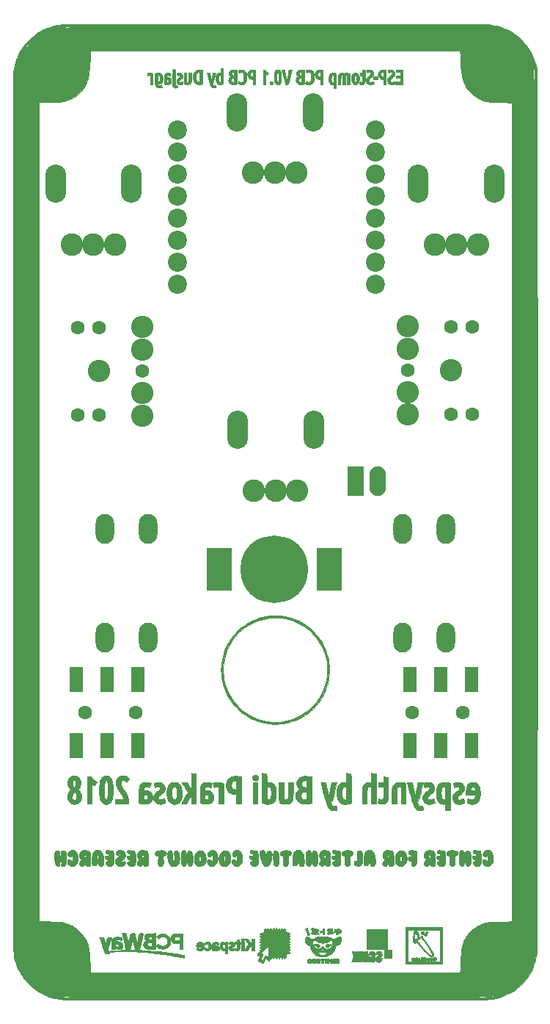
<source format=gbr>
G04 #@! TF.FileFunction,Soldermask,Bot*
%FSLAX46Y46*%
G04 Gerber Fmt 4.6, Leading zero omitted, Abs format (unit mm)*
G04 Created by KiCad (PCBNEW 4.0.7-e0-6372~58~ubuntu16.04.1) date Fri Aug 17 11:57:39 2018*
%MOMM*%
%LPD*%
G01*
G04 APERTURE LIST*
%ADD10C,0.100000*%
%ADD11C,0.010000*%
%ADD12R,1.910000X3.410000*%
%ADD13O,1.910000X3.410000*%
%ADD14C,2.581860*%
%ADD15C,1.600000*%
%ADD16C,2.200000*%
%ADD17O,2.127200X3.448000*%
%ADD18C,2.600000*%
%ADD19O,2.400000X4.400000*%
%ADD20R,1.598880X2.899360*%
%ADD21R,2.900000X4.900000*%
%ADD22C,7.800000*%
G04 APERTURE END LIST*
D10*
D11*
G36*
X75969842Y-36246796D02*
X76621869Y-36246813D01*
X77279155Y-36246841D01*
X77941224Y-36246882D01*
X78607600Y-36246934D01*
X79277807Y-36246999D01*
X79951370Y-36247075D01*
X80627813Y-36247163D01*
X81306661Y-36247262D01*
X81987439Y-36247372D01*
X82669670Y-36247494D01*
X83352879Y-36247627D01*
X84036591Y-36247771D01*
X84720329Y-36247927D01*
X85403619Y-36248092D01*
X86085986Y-36248269D01*
X86766952Y-36248456D01*
X87446043Y-36248654D01*
X88122783Y-36248863D01*
X88796697Y-36249081D01*
X89467309Y-36249310D01*
X90134144Y-36249549D01*
X90796725Y-36249798D01*
X91454578Y-36250057D01*
X92107227Y-36250326D01*
X92754196Y-36250604D01*
X93395010Y-36250892D01*
X94029193Y-36251189D01*
X94656269Y-36251496D01*
X95275764Y-36251812D01*
X95887201Y-36252137D01*
X96490105Y-36252472D01*
X97084000Y-36252815D01*
X97668411Y-36253167D01*
X98242863Y-36253528D01*
X98806879Y-36253897D01*
X99359984Y-36254275D01*
X99901703Y-36254662D01*
X100431560Y-36255057D01*
X100949079Y-36255459D01*
X101453785Y-36255871D01*
X101945203Y-36256290D01*
X102422856Y-36256717D01*
X102886269Y-36257151D01*
X103334967Y-36257594D01*
X103768475Y-36258044D01*
X104186315Y-36258501D01*
X104588014Y-36258966D01*
X104973095Y-36259438D01*
X105341083Y-36259917D01*
X105691502Y-36260404D01*
X106023877Y-36260897D01*
X106337732Y-36261397D01*
X106632592Y-36261904D01*
X106907981Y-36262417D01*
X107163423Y-36262937D01*
X107398443Y-36263463D01*
X107612566Y-36263996D01*
X107805316Y-36264535D01*
X107976216Y-36265080D01*
X108124793Y-36265631D01*
X108250569Y-36266187D01*
X108353070Y-36266750D01*
X108431820Y-36267318D01*
X108486344Y-36267892D01*
X108516165Y-36268471D01*
X108521500Y-36268744D01*
X108863544Y-36311484D01*
X109186017Y-36365225D01*
X109492735Y-36431052D01*
X109787512Y-36510053D01*
X110074162Y-36603314D01*
X110356500Y-36711920D01*
X110638341Y-36836958D01*
X110807500Y-36919666D01*
X111141754Y-37102454D01*
X111465065Y-37307138D01*
X111775899Y-37532300D01*
X112072722Y-37776524D01*
X112353999Y-38038394D01*
X112618199Y-38316493D01*
X112863786Y-38609404D01*
X113089227Y-38915710D01*
X113267905Y-39192200D01*
X113465083Y-39541338D01*
X113638022Y-39898062D01*
X113786740Y-40262423D01*
X113911253Y-40634476D01*
X114011578Y-41014272D01*
X114087732Y-41401867D01*
X114139730Y-41797311D01*
X114160045Y-42049700D01*
X114160387Y-42067953D01*
X114160723Y-42111277D01*
X114161056Y-42179339D01*
X114161384Y-42271809D01*
X114161708Y-42388357D01*
X114162027Y-42528651D01*
X114162342Y-42692362D01*
X114162652Y-42879159D01*
X114162958Y-43088710D01*
X114163260Y-43320686D01*
X114163557Y-43574755D01*
X114163849Y-43850588D01*
X114164138Y-44147853D01*
X114164421Y-44466220D01*
X114164701Y-44805358D01*
X114164976Y-45164936D01*
X114165246Y-45544625D01*
X114165512Y-45944093D01*
X114165774Y-46363010D01*
X114166031Y-46801044D01*
X114166283Y-47257866D01*
X114166532Y-47733145D01*
X114166776Y-48226551D01*
X114167015Y-48737751D01*
X114167250Y-49266417D01*
X114167480Y-49812217D01*
X114167706Y-50374821D01*
X114167928Y-50953897D01*
X114168145Y-51549116D01*
X114168358Y-52160147D01*
X114168566Y-52786659D01*
X114168770Y-53428322D01*
X114168969Y-54084804D01*
X114169164Y-54755776D01*
X114169355Y-55440907D01*
X114169541Y-56139865D01*
X114169723Y-56852321D01*
X114169900Y-57577943D01*
X114170072Y-58316402D01*
X114170241Y-59067367D01*
X114170404Y-59830506D01*
X114170564Y-60605489D01*
X114170719Y-61391986D01*
X114170869Y-62189666D01*
X114171015Y-62998199D01*
X114171157Y-63817253D01*
X114171294Y-64646498D01*
X114171426Y-65485604D01*
X114171554Y-66334240D01*
X114171678Y-67192075D01*
X114171797Y-68058778D01*
X114171912Y-68934020D01*
X114172023Y-69817469D01*
X114172128Y-70708794D01*
X114172230Y-71607666D01*
X114172327Y-72513753D01*
X114172419Y-73426725D01*
X114172507Y-74346251D01*
X114172591Y-75272001D01*
X114172670Y-76203644D01*
X114172745Y-77140849D01*
X114172815Y-78083286D01*
X114172881Y-79030623D01*
X114172942Y-79982532D01*
X114172999Y-80938680D01*
X114173051Y-81898737D01*
X114173099Y-82862373D01*
X114173142Y-83829257D01*
X114173181Y-84799058D01*
X114173216Y-85771446D01*
X114173246Y-86746090D01*
X114173271Y-87722659D01*
X114173292Y-88700823D01*
X114173309Y-89680251D01*
X114173321Y-90660613D01*
X114173329Y-91641578D01*
X114173332Y-92622815D01*
X114173330Y-93603994D01*
X114173325Y-94584783D01*
X114173314Y-95564853D01*
X114173300Y-96543873D01*
X114173281Y-97521512D01*
X114173257Y-98497440D01*
X114173229Y-99471325D01*
X114173196Y-100442838D01*
X114173159Y-101411647D01*
X114173117Y-102377423D01*
X114173071Y-103339833D01*
X114173021Y-104298549D01*
X114172966Y-105253238D01*
X114172906Y-106203571D01*
X114172842Y-107149217D01*
X114172774Y-108089846D01*
X114172701Y-109025125D01*
X114172623Y-109954726D01*
X114172542Y-110878317D01*
X114172455Y-111795568D01*
X114172364Y-112706148D01*
X114172269Y-113609727D01*
X114172169Y-114505973D01*
X114172065Y-115394557D01*
X114171956Y-116275147D01*
X114171843Y-117147413D01*
X114171725Y-118011024D01*
X114171603Y-118865650D01*
X114171476Y-119710961D01*
X114171345Y-120546624D01*
X114171209Y-121372311D01*
X114171069Y-122187689D01*
X114170924Y-122992430D01*
X114170775Y-123786201D01*
X114170621Y-124568672D01*
X114170463Y-125339513D01*
X114170300Y-126098394D01*
X114170133Y-126844982D01*
X114169961Y-127578949D01*
X114169785Y-128299963D01*
X114169604Y-129007693D01*
X114169419Y-129701809D01*
X114169229Y-130381980D01*
X114169035Y-131047876D01*
X114168836Y-131699166D01*
X114168633Y-132335520D01*
X114168426Y-132956606D01*
X114168213Y-133562095D01*
X114167997Y-134151655D01*
X114167776Y-134724955D01*
X114167550Y-135281667D01*
X114167320Y-135821457D01*
X114167085Y-136343997D01*
X114166846Y-136848955D01*
X114166602Y-137336001D01*
X114166354Y-137804804D01*
X114166101Y-138255034D01*
X114165844Y-138686359D01*
X114165582Y-139098450D01*
X114165316Y-139490975D01*
X114165045Y-139863605D01*
X114164770Y-140216007D01*
X114164490Y-140547853D01*
X114164206Y-140858810D01*
X114163917Y-141148549D01*
X114163624Y-141416739D01*
X114163326Y-141663049D01*
X114163024Y-141887149D01*
X114162717Y-142088707D01*
X114162406Y-142267394D01*
X114162090Y-142422879D01*
X114161770Y-142554830D01*
X114161445Y-142662919D01*
X114161115Y-142746813D01*
X114160782Y-142806182D01*
X114160443Y-142840696D01*
X114160223Y-142849600D01*
X114124136Y-143245098D01*
X114063898Y-143634361D01*
X113979988Y-144016458D01*
X113872887Y-144390458D01*
X113743073Y-144755430D01*
X113591026Y-145110445D01*
X113417224Y-145454571D01*
X113222148Y-145786877D01*
X113006276Y-146106433D01*
X112770088Y-146412309D01*
X112514063Y-146703574D01*
X112238680Y-146979296D01*
X111944419Y-147238546D01*
X111867950Y-147300684D01*
X111549016Y-147539680D01*
X111218525Y-147756136D01*
X110877038Y-147949835D01*
X110525121Y-148120558D01*
X110163337Y-148268087D01*
X109792249Y-148392203D01*
X109412423Y-148492688D01*
X109024420Y-148569324D01*
X108628805Y-148621892D01*
X108409364Y-148640387D01*
X108389655Y-148640967D01*
X108347934Y-148641531D01*
X108284123Y-148642080D01*
X108198148Y-148642612D01*
X108089932Y-148643129D01*
X107959401Y-148643631D01*
X107806478Y-148644117D01*
X107631087Y-148644587D01*
X107433153Y-148645041D01*
X107212600Y-148645481D01*
X106969352Y-148645904D01*
X106703333Y-148646313D01*
X106414469Y-148646706D01*
X106102682Y-148647083D01*
X105767897Y-148647445D01*
X105410039Y-148647792D01*
X105029031Y-148648124D01*
X104624799Y-148648440D01*
X104197265Y-148648741D01*
X103746355Y-148649027D01*
X103271993Y-148649298D01*
X102774103Y-148649554D01*
X102252609Y-148649795D01*
X101707435Y-148650021D01*
X101138506Y-148650231D01*
X100545745Y-148650427D01*
X99929078Y-148650608D01*
X99288429Y-148650774D01*
X98623721Y-148650925D01*
X97934879Y-148651061D01*
X97221827Y-148651182D01*
X96484489Y-148651289D01*
X95722790Y-148651381D01*
X94936654Y-148651458D01*
X94126005Y-148651521D01*
X93290768Y-148651569D01*
X92430866Y-148651602D01*
X91546224Y-148651621D01*
X90636766Y-148651625D01*
X89702417Y-148651615D01*
X88743100Y-148651590D01*
X87758740Y-148651551D01*
X86749261Y-148651498D01*
X85714587Y-148651430D01*
X84654644Y-148651348D01*
X83885664Y-148651281D01*
X83098946Y-148651207D01*
X82318205Y-148651129D01*
X81543831Y-148651049D01*
X80776214Y-148650964D01*
X80015743Y-148650877D01*
X79262809Y-148650786D01*
X78517800Y-148650692D01*
X77781107Y-148650596D01*
X77053119Y-148650496D01*
X76334226Y-148650394D01*
X75624818Y-148650289D01*
X74925284Y-148650181D01*
X74236014Y-148650071D01*
X73557397Y-148649959D01*
X72889824Y-148649844D01*
X72233685Y-148649727D01*
X71589367Y-148649608D01*
X70957263Y-148649487D01*
X70337760Y-148649364D01*
X69731249Y-148649240D01*
X69138120Y-148649113D01*
X68558762Y-148648985D01*
X67993565Y-148648856D01*
X67442919Y-148648725D01*
X66907213Y-148648593D01*
X66386836Y-148648460D01*
X65882180Y-148648326D01*
X65393633Y-148648191D01*
X64921585Y-148648054D01*
X64466426Y-148647918D01*
X64028545Y-148647780D01*
X63608332Y-148647642D01*
X63206177Y-148647503D01*
X62822470Y-148647364D01*
X62457599Y-148647225D01*
X62111956Y-148647085D01*
X61785930Y-148646945D01*
X61479909Y-148646806D01*
X61194285Y-148646666D01*
X60929446Y-148646527D01*
X60685783Y-148646388D01*
X60463684Y-148646249D01*
X60263541Y-148646111D01*
X60085742Y-148645974D01*
X59930677Y-148645837D01*
X59798735Y-148645701D01*
X59690308Y-148645566D01*
X59605783Y-148645432D01*
X59545552Y-148645299D01*
X59510003Y-148645167D01*
X59499500Y-148645058D01*
X59193154Y-148618476D01*
X58905698Y-148582569D01*
X58632030Y-148536362D01*
X58367051Y-148478877D01*
X58105660Y-148409139D01*
X57854850Y-148330256D01*
X57487209Y-148193135D01*
X57130073Y-148033159D01*
X56784403Y-147851011D01*
X56451164Y-147647378D01*
X56131319Y-147422943D01*
X55825833Y-147178391D01*
X55535667Y-146914408D01*
X55261787Y-146631677D01*
X55005155Y-146330884D01*
X54958816Y-146272250D01*
X54898122Y-146191689D01*
X54828781Y-146094982D01*
X54754756Y-145988032D01*
X54680004Y-145876744D01*
X54608487Y-145767024D01*
X54544164Y-145664775D01*
X54490995Y-145575902D01*
X54486113Y-145567400D01*
X54301528Y-145218830D01*
X54139899Y-144859851D01*
X54020351Y-144541619D01*
X54305392Y-144541619D01*
X54309760Y-144556581D01*
X54321714Y-144589728D01*
X54339276Y-144635715D01*
X54354759Y-144674969D01*
X54509330Y-145028137D01*
X54685800Y-145369150D01*
X54883381Y-145697032D01*
X55101285Y-146010809D01*
X55338721Y-146309506D01*
X55594902Y-146592148D01*
X55869038Y-146857759D01*
X56160341Y-147105366D01*
X56468021Y-147333992D01*
X56553100Y-147391873D01*
X56881784Y-147596172D01*
X57220993Y-147777435D01*
X57570167Y-147935478D01*
X57928745Y-148070118D01*
X58296168Y-148181172D01*
X58671874Y-148268456D01*
X59055303Y-148331787D01*
X59445895Y-148370983D01*
X59569350Y-148378253D01*
X59586498Y-148378475D01*
X59628320Y-148378691D01*
X59694086Y-148378900D01*
X59783070Y-148379104D01*
X59894544Y-148379300D01*
X60027781Y-148379490D01*
X60182053Y-148379672D01*
X60356633Y-148379847D01*
X60550793Y-148380013D01*
X60763805Y-148380171D01*
X60994943Y-148380321D01*
X61243479Y-148380462D01*
X61508686Y-148380594D01*
X61789835Y-148380716D01*
X62086200Y-148380828D01*
X62397052Y-148380931D01*
X62721665Y-148381022D01*
X63059312Y-148381104D01*
X63409264Y-148381174D01*
X63770793Y-148381233D01*
X64143174Y-148381280D01*
X64525678Y-148381315D01*
X64917577Y-148381338D01*
X65318145Y-148381349D01*
X65726654Y-148381346D01*
X66142376Y-148381331D01*
X66564583Y-148381302D01*
X66782950Y-148381282D01*
X67196715Y-148381236D01*
X67599917Y-148381182D01*
X67992010Y-148381121D01*
X68372446Y-148381052D01*
X68740677Y-148380977D01*
X69096158Y-148380895D01*
X69438339Y-148380807D01*
X69766675Y-148380713D01*
X70080618Y-148380614D01*
X70379621Y-148380509D01*
X70663137Y-148380399D01*
X70930619Y-148380284D01*
X71181518Y-148380165D01*
X71415289Y-148380042D01*
X71631384Y-148379915D01*
X71829256Y-148379784D01*
X72008357Y-148379651D01*
X72168141Y-148379514D01*
X72308060Y-148379375D01*
X72427567Y-148379234D01*
X72526114Y-148379090D01*
X72544179Y-148379056D01*
X103113126Y-148379056D01*
X103126863Y-148379683D01*
X103159871Y-148380261D01*
X103212611Y-148380795D01*
X103285547Y-148381285D01*
X103379140Y-148381737D01*
X103493853Y-148382152D01*
X103630148Y-148382534D01*
X103788489Y-148382886D01*
X103969336Y-148383210D01*
X104173153Y-148383510D01*
X104400402Y-148383788D01*
X104651545Y-148384048D01*
X104927045Y-148384292D01*
X105227364Y-148384523D01*
X105308400Y-148384581D01*
X105647242Y-148384757D01*
X105968953Y-148384800D01*
X106272954Y-148384711D01*
X106558665Y-148384494D01*
X106825507Y-148384149D01*
X107072903Y-148383679D01*
X107300272Y-148383086D01*
X107507036Y-148382372D01*
X107692616Y-148381539D01*
X107856433Y-148380589D01*
X107997909Y-148379525D01*
X108116464Y-148378348D01*
X108211519Y-148377061D01*
X108282495Y-148375665D01*
X108328815Y-148374163D01*
X108337350Y-148373720D01*
X108674521Y-148345254D01*
X108998761Y-148300277D01*
X109317316Y-148237701D01*
X109442250Y-148208125D01*
X109497367Y-148193922D01*
X109559531Y-148177018D01*
X109625533Y-148158393D01*
X109692167Y-148139030D01*
X109756227Y-148119911D01*
X109814505Y-148102017D01*
X109863796Y-148086331D01*
X109900893Y-148073833D01*
X109922588Y-148065507D01*
X109925676Y-148062333D01*
X109912150Y-148064249D01*
X109884578Y-148069717D01*
X109838811Y-148078929D01*
X109781537Y-148090535D01*
X109727553Y-148101527D01*
X109616260Y-148122780D01*
X109495555Y-148142951D01*
X109364709Y-148162074D01*
X109222994Y-148180180D01*
X109069684Y-148197300D01*
X108904049Y-148213467D01*
X108725362Y-148228712D01*
X108532895Y-148243067D01*
X108325919Y-148256565D01*
X108103708Y-148269236D01*
X107865533Y-148281112D01*
X107610666Y-148292227D01*
X107338380Y-148302610D01*
X107047945Y-148312295D01*
X106738635Y-148321312D01*
X106409722Y-148329695D01*
X106060477Y-148337474D01*
X105690173Y-148344681D01*
X105298081Y-148351349D01*
X104883475Y-148357509D01*
X104445625Y-148363192D01*
X103983804Y-148368432D01*
X103517700Y-148373069D01*
X103409490Y-148374117D01*
X103317315Y-148375095D01*
X103241635Y-148376008D01*
X103182914Y-148376857D01*
X103141614Y-148377646D01*
X103118197Y-148378378D01*
X103113126Y-148379056D01*
X72544179Y-148379056D01*
X72603156Y-148378945D01*
X72658144Y-148378799D01*
X72690531Y-148378652D01*
X72699771Y-148378504D01*
X72685315Y-148378355D01*
X72646618Y-148378206D01*
X72583130Y-148378058D01*
X72574150Y-148378041D01*
X71965175Y-148376797D01*
X71362021Y-148375364D01*
X70765391Y-148373748D01*
X70175988Y-148371954D01*
X69594517Y-148369986D01*
X69021682Y-148367850D01*
X68458186Y-148365552D01*
X67904733Y-148363095D01*
X67362029Y-148360486D01*
X66830775Y-148357730D01*
X66311677Y-148354831D01*
X65805439Y-148351795D01*
X65312764Y-148348627D01*
X64834356Y-148345332D01*
X64370919Y-148341916D01*
X63923158Y-148338383D01*
X63491776Y-148334739D01*
X63077477Y-148330988D01*
X62680965Y-148327137D01*
X62302944Y-148323189D01*
X61944118Y-148319151D01*
X61605191Y-148315028D01*
X61286867Y-148310823D01*
X60989850Y-148306544D01*
X60714844Y-148302195D01*
X60462552Y-148297780D01*
X60233680Y-148293306D01*
X60028930Y-148288777D01*
X59880500Y-148285053D01*
X59663490Y-148279116D01*
X59469921Y-148273433D01*
X59297836Y-148267818D01*
X59145279Y-148262083D01*
X59010295Y-148256044D01*
X58890926Y-148249514D01*
X58785217Y-148242306D01*
X58691212Y-148234236D01*
X58606954Y-148225116D01*
X58530489Y-148214760D01*
X58459859Y-148202983D01*
X58393109Y-148189599D01*
X58328283Y-148174420D01*
X58263424Y-148157261D01*
X58196577Y-148137937D01*
X58134250Y-148118897D01*
X57936073Y-148050250D01*
X109956600Y-148050250D01*
X109962950Y-148056600D01*
X109969300Y-148050250D01*
X109962950Y-148043900D01*
X109956600Y-148050250D01*
X57936073Y-148050250D01*
X57770462Y-147992884D01*
X57419418Y-147845019D01*
X57330509Y-147800408D01*
X110576526Y-147800408D01*
X110581636Y-147799929D01*
X110607012Y-147788193D01*
X110653270Y-147764763D01*
X110717264Y-147731202D01*
X111064948Y-147533325D01*
X111394096Y-147318168D01*
X111704613Y-147085828D01*
X111996404Y-146836403D01*
X112269374Y-146569988D01*
X112523425Y-146286682D01*
X112758464Y-145986581D01*
X112974394Y-145669781D01*
X113171120Y-145336381D01*
X113276410Y-145135387D01*
X113412302Y-144846743D01*
X113529869Y-144559014D01*
X113630274Y-144268164D01*
X113714679Y-143970158D01*
X113784250Y-143660959D01*
X113840150Y-143336531D01*
X113877122Y-143051693D01*
X113878453Y-143038886D01*
X113879731Y-143024298D01*
X113880955Y-143007399D01*
X113882128Y-142987660D01*
X113883250Y-142964552D01*
X113884322Y-142937544D01*
X113885346Y-142906109D01*
X113886324Y-142869717D01*
X113887256Y-142827839D01*
X113888143Y-142779945D01*
X113888987Y-142725506D01*
X113889788Y-142663994D01*
X113890549Y-142594878D01*
X113891271Y-142517631D01*
X113891954Y-142431722D01*
X113892600Y-142336622D01*
X113893209Y-142231802D01*
X113893784Y-142116733D01*
X113894326Y-141990886D01*
X113894835Y-141853731D01*
X113895313Y-141704740D01*
X113895761Y-141543383D01*
X113896181Y-141369130D01*
X113896573Y-141181454D01*
X113896939Y-140979824D01*
X113897280Y-140763711D01*
X113897597Y-140532586D01*
X113897891Y-140285920D01*
X113898164Y-140023183D01*
X113898417Y-139743847D01*
X113898651Y-139447383D01*
X113898868Y-139133260D01*
X113899068Y-138800950D01*
X113899252Y-138449924D01*
X113899423Y-138079652D01*
X113899581Y-137689605D01*
X113899727Y-137279255D01*
X113899863Y-136848071D01*
X113899989Y-136395524D01*
X113900108Y-135921087D01*
X113900220Y-135424228D01*
X113900326Y-134904419D01*
X113900428Y-134361131D01*
X113900527Y-133793835D01*
X113900624Y-133202001D01*
X113900685Y-132816600D01*
X113900772Y-132227294D01*
X113900845Y-131663211D01*
X113900904Y-131124174D01*
X113900948Y-130610006D01*
X113900978Y-130120530D01*
X113900993Y-129655569D01*
X113900993Y-129214946D01*
X113900978Y-128798483D01*
X113900947Y-128406005D01*
X113900900Y-128037334D01*
X113900838Y-127692292D01*
X113900759Y-127370704D01*
X113900664Y-127072391D01*
X113900553Y-126797178D01*
X113900424Y-126544886D01*
X113900279Y-126315339D01*
X113900116Y-126108360D01*
X113899935Y-125923771D01*
X113899737Y-125761397D01*
X113899521Y-125621060D01*
X113899286Y-125502582D01*
X113899034Y-125405787D01*
X113898762Y-125330498D01*
X113898471Y-125276537D01*
X113898162Y-125243729D01*
X113897833Y-125231895D01*
X113897484Y-125240859D01*
X113897116Y-125270444D01*
X113896727Y-125320473D01*
X113896318Y-125390768D01*
X113895889Y-125481153D01*
X113895439Y-125591451D01*
X113894968Y-125721484D01*
X113894476Y-125871077D01*
X113893962Y-126040051D01*
X113893427Y-126228229D01*
X113892870Y-126435436D01*
X113892591Y-126542800D01*
X113890317Y-127410303D01*
X113888006Y-128252615D01*
X113885658Y-129069944D01*
X113883270Y-129862498D01*
X113880842Y-130630487D01*
X113878372Y-131374118D01*
X113875858Y-132093600D01*
X113873298Y-132789142D01*
X113870691Y-133460952D01*
X113868037Y-134109238D01*
X113865332Y-134734210D01*
X113862575Y-135336075D01*
X113859766Y-135915043D01*
X113856902Y-136471321D01*
X113853982Y-137005118D01*
X113851005Y-137516643D01*
X113847968Y-138006104D01*
X113844870Y-138473710D01*
X113841711Y-138919669D01*
X113838487Y-139344190D01*
X113835198Y-139747481D01*
X113831843Y-140129751D01*
X113828418Y-140491208D01*
X113824924Y-140832061D01*
X113821359Y-141152518D01*
X113817720Y-141452788D01*
X113814007Y-141733079D01*
X113810218Y-141993600D01*
X113806351Y-142234559D01*
X113802406Y-142456166D01*
X113798379Y-142658627D01*
X113794270Y-142842152D01*
X113790078Y-143006950D01*
X113785800Y-143153229D01*
X113781435Y-143281196D01*
X113776982Y-143391062D01*
X113772439Y-143483035D01*
X113767804Y-143557322D01*
X113767086Y-143567150D01*
X113750487Y-143704133D01*
X113720336Y-143858889D01*
X113677617Y-144028364D01*
X113623319Y-144209503D01*
X113558426Y-144399251D01*
X113483924Y-144594554D01*
X113400800Y-144792358D01*
X113310039Y-144989607D01*
X113303745Y-145002653D01*
X113124386Y-145348137D01*
X112929247Y-145675028D01*
X112716476Y-145985974D01*
X112484219Y-146283623D01*
X112230624Y-146570622D01*
X112141370Y-146664031D01*
X111971414Y-146831910D01*
X111800266Y-146986936D01*
X111623836Y-147132190D01*
X111438037Y-147270751D01*
X111238780Y-147405698D01*
X111021976Y-147540110D01*
X110833381Y-147649196D01*
X110746413Y-147698467D01*
X110676626Y-147738660D01*
X110624638Y-147769338D01*
X110591066Y-147790066D01*
X110576526Y-147800408D01*
X57330509Y-147800408D01*
X57080871Y-147675150D01*
X56754576Y-147483128D01*
X56440285Y-147268804D01*
X56137752Y-147032026D01*
X55846731Y-146772646D01*
X55722809Y-146651864D01*
X55519906Y-146440298D01*
X55332410Y-146226511D01*
X55157760Y-146006864D01*
X54993399Y-145777722D01*
X54836767Y-145535447D01*
X54685306Y-145276404D01*
X54536457Y-144996955D01*
X54481676Y-144887950D01*
X54438506Y-144801067D01*
X54399159Y-144722448D01*
X54364977Y-144654727D01*
X54337303Y-144600541D01*
X54317477Y-144562528D01*
X54306844Y-144543323D01*
X54305392Y-144541619D01*
X54020351Y-144541619D01*
X54012098Y-144519650D01*
X54292500Y-144519650D01*
X54298850Y-144526000D01*
X54305200Y-144519650D01*
X54298850Y-144513300D01*
X54292500Y-144519650D01*
X54012098Y-144519650D01*
X54001574Y-144491636D01*
X53886901Y-144115356D01*
X53796231Y-143732183D01*
X53729911Y-143343288D01*
X53688289Y-142949842D01*
X53682835Y-142868650D01*
X53682424Y-142853767D01*
X53682022Y-142822704D01*
X53681629Y-142775330D01*
X53681243Y-142711516D01*
X53680866Y-142631132D01*
X53680497Y-142534050D01*
X53680135Y-142420140D01*
X53679782Y-142289272D01*
X53679438Y-142141318D01*
X53679101Y-141976148D01*
X53678772Y-141793632D01*
X53678451Y-141593642D01*
X53678138Y-141376048D01*
X53677833Y-141140720D01*
X53677536Y-140887530D01*
X53677247Y-140616348D01*
X53676966Y-140327044D01*
X53676693Y-140019490D01*
X53676427Y-139693556D01*
X53676169Y-139349113D01*
X53675919Y-138986031D01*
X53675677Y-138604181D01*
X53675443Y-138203434D01*
X53675216Y-137783660D01*
X53674997Y-137344730D01*
X53674785Y-136886515D01*
X53674581Y-136408885D01*
X53674385Y-135911711D01*
X53674196Y-135394865D01*
X53674015Y-134858215D01*
X53673841Y-134301634D01*
X53673675Y-133724991D01*
X53673516Y-133128158D01*
X53673365Y-132511005D01*
X53673221Y-131873402D01*
X53673085Y-131215221D01*
X53672956Y-130536333D01*
X53672834Y-129836606D01*
X53672719Y-129115914D01*
X53672612Y-128374125D01*
X53672512Y-127611112D01*
X53672420Y-126826743D01*
X53672334Y-126020891D01*
X53672256Y-125193426D01*
X53672185Y-124344218D01*
X53672121Y-123473138D01*
X53672064Y-122580057D01*
X53672014Y-121664846D01*
X53671972Y-120727375D01*
X53671936Y-119767514D01*
X53671907Y-118785135D01*
X53671886Y-117780108D01*
X53671871Y-116752304D01*
X53671863Y-115701594D01*
X53671862Y-114627848D01*
X53671868Y-113530936D01*
X53671881Y-112410730D01*
X53671901Y-111267101D01*
X53671927Y-110099918D01*
X53671960Y-108909052D01*
X53672000Y-107694375D01*
X53672047Y-106455757D01*
X53672101Y-105193068D01*
X53672161Y-103906179D01*
X53672228Y-102594962D01*
X53672301Y-101259286D01*
X53672381Y-99899022D01*
X53672468Y-98514041D01*
X53672561Y-97104213D01*
X53672660Y-95669410D01*
X53672767Y-94209502D01*
X53672879Y-92724359D01*
X53672899Y-92457845D01*
X53941515Y-92457845D01*
X53941518Y-93440151D01*
X53941527Y-94422123D01*
X53941542Y-95403433D01*
X53941563Y-96383751D01*
X53941590Y-97362746D01*
X53941624Y-98340088D01*
X53941663Y-99315449D01*
X53941708Y-100288498D01*
X53941759Y-101258904D01*
X53941817Y-102226339D01*
X53941880Y-103190472D01*
X53941949Y-104150973D01*
X53942025Y-105107512D01*
X53942106Y-106059760D01*
X53942193Y-107007387D01*
X53942287Y-107950062D01*
X53942386Y-108887456D01*
X53942492Y-109819239D01*
X53942603Y-110745081D01*
X53942721Y-111664651D01*
X53942844Y-112577621D01*
X53942974Y-113483660D01*
X53943110Y-114382439D01*
X53943251Y-115273627D01*
X53943399Y-116156894D01*
X53943552Y-117031911D01*
X53943712Y-117898348D01*
X53943878Y-118755874D01*
X53944050Y-119604160D01*
X53944227Y-120442877D01*
X53944411Y-121271693D01*
X53944601Y-122090280D01*
X53944797Y-122898306D01*
X53944999Y-123695444D01*
X53945207Y-124481361D01*
X53945421Y-125255729D01*
X53945640Y-126018218D01*
X53945866Y-126768498D01*
X53946098Y-127506238D01*
X53946336Y-128231109D01*
X53946580Y-128942782D01*
X53946831Y-129640925D01*
X53947087Y-130325210D01*
X53947349Y-130995305D01*
X53947617Y-131650883D01*
X53947891Y-132291611D01*
X53948171Y-132917162D01*
X53948457Y-133527204D01*
X53948750Y-134121408D01*
X53949048Y-134699443D01*
X53949352Y-135260981D01*
X53949662Y-135805690D01*
X53949979Y-136333242D01*
X53950301Y-136843306D01*
X53950630Y-137335552D01*
X53950964Y-137809651D01*
X53951304Y-138265273D01*
X53951651Y-138702086D01*
X53952003Y-139119763D01*
X53952362Y-139517972D01*
X53952726Y-139896385D01*
X53953097Y-140254670D01*
X53953473Y-140592498D01*
X53953856Y-140909540D01*
X53954245Y-141205465D01*
X53954639Y-141479943D01*
X53955040Y-141732645D01*
X53955447Y-141963240D01*
X53955859Y-142171399D01*
X53956278Y-142356791D01*
X53956703Y-142519088D01*
X53957134Y-142657958D01*
X53957570Y-142773072D01*
X53958013Y-142864101D01*
X53958462Y-142930714D01*
X53958917Y-142972581D01*
X53959370Y-142989300D01*
X53967355Y-143064430D01*
X53976383Y-143143872D01*
X53985213Y-143216955D01*
X53991120Y-143262350D01*
X53991744Y-143254262D01*
X53992358Y-143220895D01*
X53992964Y-143162369D01*
X53993561Y-143078805D01*
X53994149Y-142970325D01*
X53994728Y-142837048D01*
X53995298Y-142679096D01*
X53995859Y-142496588D01*
X53996410Y-142289646D01*
X53996953Y-142058391D01*
X53997487Y-141802944D01*
X53998011Y-141523424D01*
X53998527Y-141219953D01*
X53999033Y-140892651D01*
X53999530Y-140541640D01*
X54000017Y-140167039D01*
X54000495Y-139768971D01*
X54000964Y-139347554D01*
X54001424Y-138902911D01*
X54001874Y-138435161D01*
X54002315Y-137944427D01*
X54002746Y-137430827D01*
X54003168Y-136894483D01*
X54003581Y-136335516D01*
X54003983Y-135754047D01*
X54004377Y-135150196D01*
X54004760Y-134524084D01*
X54005134Y-133875831D01*
X54005499Y-133205559D01*
X54005853Y-132513388D01*
X54006198Y-131799438D01*
X54006534Y-131063832D01*
X54006859Y-130306688D01*
X54007175Y-129528129D01*
X54007481Y-128728274D01*
X54007777Y-127907245D01*
X54008063Y-127065162D01*
X54008339Y-126202146D01*
X54008605Y-125318318D01*
X54008861Y-124413798D01*
X54009107Y-123488707D01*
X54009343Y-122543166D01*
X54009569Y-121577295D01*
X54009785Y-120591216D01*
X54009991Y-119585049D01*
X54010187Y-118558915D01*
X54010372Y-117512934D01*
X54010548Y-116447227D01*
X54010713Y-115361916D01*
X54010867Y-114257120D01*
X54011012Y-113132960D01*
X54011146Y-111989557D01*
X54011269Y-110827033D01*
X54011383Y-109645507D01*
X54011486Y-108445100D01*
X54011578Y-107225933D01*
X54011660Y-105988127D01*
X54011731Y-104731803D01*
X54011792Y-103457081D01*
X54011842Y-102164081D01*
X54011882Y-100852926D01*
X54011911Y-99523735D01*
X54011929Y-98176629D01*
X54011937Y-96811728D01*
X54011934Y-95429155D01*
X54011920Y-94029028D01*
X54011896Y-92611470D01*
X54011892Y-92447856D01*
X56616599Y-92447856D01*
X56616599Y-139645613D01*
X57572275Y-139653164D01*
X57731169Y-139654581D01*
X57886628Y-139656276D01*
X58036176Y-139658203D01*
X58177334Y-139660317D01*
X58307628Y-139662571D01*
X58424580Y-139664921D01*
X58525714Y-139667321D01*
X58608552Y-139669725D01*
X58670618Y-139672087D01*
X58705750Y-139674069D01*
X59005118Y-139701876D01*
X59282758Y-139739171D01*
X59540834Y-139786832D01*
X59781512Y-139845735D01*
X60006959Y-139916758D01*
X60219341Y-140000778D01*
X60420823Y-140098671D01*
X60613572Y-140211315D01*
X60799753Y-140339585D01*
X60981534Y-140484361D01*
X61161079Y-140646517D01*
X61199617Y-140683754D01*
X61408364Y-140896166D01*
X61593939Y-141103294D01*
X61757534Y-141307027D01*
X61900343Y-141509256D01*
X62023559Y-141711872D01*
X62128375Y-141916763D01*
X62215984Y-142125820D01*
X62287580Y-142340933D01*
X62319229Y-142457206D01*
X62342186Y-142551789D01*
X62363218Y-142646779D01*
X62382507Y-142743997D01*
X62400235Y-142845263D01*
X62416585Y-142952397D01*
X62431737Y-143067219D01*
X62445876Y-143191550D01*
X62459182Y-143327208D01*
X62471838Y-143476015D01*
X62484026Y-143639791D01*
X62495928Y-143820355D01*
X62507725Y-144019527D01*
X62519602Y-144239128D01*
X62531738Y-144480978D01*
X62540840Y-144672050D01*
X62547090Y-144804786D01*
X62553229Y-144933357D01*
X62559111Y-145054857D01*
X62564593Y-145166379D01*
X62569530Y-145265017D01*
X62573778Y-145347865D01*
X62577191Y-145412017D01*
X62579626Y-145454566D01*
X62580140Y-145462625D01*
X62587970Y-145580100D01*
X105267929Y-145580100D01*
X105275519Y-145462625D01*
X105278121Y-145417039D01*
X105281418Y-145351095D01*
X105285181Y-145269817D01*
X105289183Y-145178230D01*
X105293197Y-145081357D01*
X105296066Y-145008600D01*
X105305713Y-144762186D01*
X105314820Y-144539248D01*
X105323525Y-144337869D01*
X105331967Y-144156134D01*
X105340285Y-143992127D01*
X105348617Y-143843932D01*
X105357101Y-143709634D01*
X105365877Y-143587317D01*
X105375082Y-143475066D01*
X105384856Y-143370963D01*
X105395337Y-143273095D01*
X105406663Y-143179544D01*
X105418974Y-143088396D01*
X105432407Y-142997735D01*
X105447101Y-142905645D01*
X105449015Y-142894050D01*
X105508805Y-142581874D01*
X105581471Y-142290747D01*
X105667462Y-142019565D01*
X105767224Y-141767227D01*
X105881205Y-141532630D01*
X106009853Y-141314671D01*
X106153614Y-141112247D01*
X106191334Y-141064722D01*
X106256174Y-140989437D01*
X106335537Y-140904589D01*
X106423623Y-140815848D01*
X106514628Y-140728885D01*
X106602752Y-140649369D01*
X106682192Y-140582972D01*
X106692700Y-140574728D01*
X106754507Y-140528354D01*
X106832482Y-140472347D01*
X106921174Y-140410411D01*
X107015133Y-140346250D01*
X107108909Y-140283568D01*
X107197053Y-140226069D01*
X107274113Y-140177455D01*
X107304120Y-140159227D01*
X107358168Y-140128387D01*
X107426905Y-140091295D01*
X107501969Y-140052359D01*
X107574995Y-140015993D01*
X107583520Y-140011868D01*
X107697322Y-139959548D01*
X107811793Y-139912377D01*
X107928672Y-139870121D01*
X108049699Y-139832549D01*
X108176613Y-139799429D01*
X108311154Y-139770529D01*
X108455060Y-139745616D01*
X108610072Y-139724459D01*
X108777927Y-139706826D01*
X108960366Y-139692483D01*
X109159128Y-139681200D01*
X109375952Y-139672744D01*
X109612578Y-139666883D01*
X109870745Y-139663384D01*
X110152191Y-139662016D01*
X110205389Y-139661979D01*
X110332986Y-139661760D01*
X110461711Y-139661170D01*
X110587388Y-139660253D01*
X110705843Y-139659053D01*
X110812899Y-139657614D01*
X110904382Y-139655983D01*
X110976116Y-139654202D01*
X110995964Y-139653545D01*
X111226600Y-139645191D01*
X111226600Y-45253486D01*
X110270925Y-45246278D01*
X110072236Y-45244674D01*
X109896625Y-45242990D01*
X109741771Y-45241138D01*
X109605352Y-45239034D01*
X109485046Y-45236591D01*
X109378531Y-45233723D01*
X109283486Y-45230344D01*
X109197589Y-45226369D01*
X109118517Y-45221711D01*
X109043950Y-45216285D01*
X108971566Y-45210004D01*
X108899043Y-45202783D01*
X108824059Y-45194535D01*
X108800900Y-45191867D01*
X108498880Y-45148791D01*
X108216254Y-45091464D01*
X107950687Y-45018787D01*
X107699842Y-44929661D01*
X107461385Y-44822988D01*
X107232980Y-44697670D01*
X107012292Y-44552608D01*
X106796986Y-44386704D01*
X106584726Y-44198859D01*
X106485510Y-44102838D01*
X106319612Y-43930042D01*
X106170235Y-43756946D01*
X106036476Y-43581389D01*
X105917430Y-43401211D01*
X105812191Y-43214251D01*
X105719857Y-43018347D01*
X105639523Y-42811339D01*
X105570283Y-42591066D01*
X105511234Y-42355368D01*
X105461472Y-42102083D01*
X105420091Y-41829050D01*
X105386188Y-41534109D01*
X105379001Y-41459150D01*
X105372008Y-41380331D01*
X105365453Y-41299195D01*
X105359203Y-41213307D01*
X105353124Y-41120234D01*
X105347085Y-41017541D01*
X105340950Y-40902797D01*
X105334588Y-40773565D01*
X105327865Y-40627414D01*
X105320647Y-40461910D01*
X105320285Y-40453248D01*
X113568118Y-40453248D01*
X113568739Y-40466457D01*
X113573269Y-40499445D01*
X113580930Y-40547025D01*
X113589514Y-40596114D01*
X113608819Y-40711933D01*
X113627279Y-40841197D01*
X113644916Y-40984462D01*
X113661752Y-41142283D01*
X113677808Y-41315216D01*
X113693106Y-41503815D01*
X113707668Y-41708637D01*
X113721515Y-41930236D01*
X113734670Y-42169167D01*
X113747154Y-42425987D01*
X113758989Y-42701251D01*
X113770197Y-42995513D01*
X113780799Y-43309330D01*
X113790817Y-43643256D01*
X113800274Y-43997846D01*
X113809190Y-44373657D01*
X113817588Y-44771244D01*
X113825489Y-45191161D01*
X113832915Y-45633965D01*
X113839888Y-46100210D01*
X113846430Y-46590452D01*
X113852562Y-47105246D01*
X113855605Y-47383700D01*
X113857514Y-47570673D01*
X113859524Y-47780833D01*
X113861619Y-48011966D01*
X113863784Y-48261861D01*
X113866004Y-48528302D01*
X113868263Y-48809078D01*
X113870546Y-49101975D01*
X113872838Y-49404781D01*
X113875123Y-49715281D01*
X113877385Y-50031264D01*
X113879611Y-50350516D01*
X113881783Y-50670824D01*
X113883887Y-50989974D01*
X113885907Y-51305755D01*
X113887829Y-51615952D01*
X113889636Y-51918353D01*
X113891313Y-52210744D01*
X113892846Y-52490913D01*
X113894217Y-52756646D01*
X113895413Y-53005731D01*
X113896418Y-53235954D01*
X113896658Y-53295550D01*
X113896878Y-53336834D01*
X113897109Y-53353370D01*
X113897351Y-53345805D01*
X113897603Y-53314792D01*
X113897865Y-53260980D01*
X113898135Y-53185020D01*
X113898412Y-53087561D01*
X113898696Y-52969254D01*
X113898985Y-52830750D01*
X113899279Y-52672699D01*
X113899576Y-52495750D01*
X113899876Y-52300555D01*
X113900179Y-52087763D01*
X113900482Y-51858026D01*
X113900785Y-51611993D01*
X113901087Y-51350314D01*
X113901388Y-51073640D01*
X113901686Y-50782621D01*
X113901980Y-50477907D01*
X113902270Y-50160150D01*
X113902554Y-49829998D01*
X113902832Y-49488103D01*
X113903103Y-49135114D01*
X113903366Y-48771682D01*
X113903619Y-48398458D01*
X113903689Y-48291750D01*
X113904009Y-47752288D01*
X113904253Y-47238155D01*
X113904423Y-46749279D01*
X113904518Y-46285586D01*
X113904538Y-45847006D01*
X113904483Y-45433467D01*
X113904353Y-45044897D01*
X113904147Y-44681224D01*
X113903866Y-44342376D01*
X113903509Y-44028281D01*
X113903077Y-43738868D01*
X113902568Y-43474064D01*
X113901984Y-43233798D01*
X113901324Y-43017999D01*
X113900587Y-42826593D01*
X113899774Y-42659510D01*
X113898885Y-42516677D01*
X113897920Y-42398023D01*
X113896877Y-42303476D01*
X113895758Y-42232964D01*
X113894563Y-42186414D01*
X113894170Y-42176700D01*
X113873908Y-41870550D01*
X113841815Y-41580950D01*
X113796770Y-41301416D01*
X113737650Y-41025468D01*
X113663334Y-40746621D01*
X113624422Y-40617783D01*
X113605227Y-40557406D01*
X113588625Y-40507176D01*
X113576067Y-40471331D01*
X113569004Y-40454112D01*
X113568118Y-40453248D01*
X105320285Y-40453248D01*
X105312802Y-40274619D01*
X105308782Y-40176450D01*
X105303511Y-40048475D01*
X105298288Y-39924462D01*
X105293249Y-39807486D01*
X105288532Y-39700624D01*
X105288225Y-39693850D01*
X113233200Y-39693850D01*
X113239550Y-39700200D01*
X113245900Y-39693850D01*
X113239550Y-39687500D01*
X113233200Y-39693850D01*
X105288225Y-39693850D01*
X105284274Y-39606949D01*
X105280613Y-39529539D01*
X105277687Y-39471469D01*
X105275691Y-39436675D01*
X105267929Y-39319200D01*
X83927950Y-39319200D01*
X62587970Y-39319199D01*
X62580235Y-39436674D01*
X62578158Y-39472018D01*
X62575068Y-39529868D01*
X62571105Y-39607355D01*
X62566410Y-39701611D01*
X62561124Y-39809768D01*
X62555389Y-39928959D01*
X62549344Y-40056314D01*
X62543132Y-40188966D01*
X62540767Y-40239950D01*
X62534141Y-40380314D01*
X62527226Y-40521691D01*
X62520217Y-40660395D01*
X62513310Y-40792744D01*
X62506702Y-40915053D01*
X62500587Y-41023637D01*
X62495164Y-41114813D01*
X62490626Y-41184896D01*
X62489986Y-41194041D01*
X62464929Y-41497020D01*
X62434007Y-41777193D01*
X62396496Y-42036631D01*
X62351668Y-42277403D01*
X62298799Y-42501581D01*
X62237161Y-42711233D01*
X62166029Y-42908430D01*
X62084677Y-43095241D01*
X61992378Y-43273736D01*
X61888407Y-43445986D01*
X61772037Y-43614060D01*
X61642543Y-43780028D01*
X61541198Y-43898901D01*
X61331866Y-44123287D01*
X61120321Y-44323365D01*
X60904799Y-44500225D01*
X60683531Y-44654955D01*
X60454751Y-44788644D01*
X60216692Y-44902381D01*
X59967588Y-44997254D01*
X59705672Y-45074353D01*
X59588400Y-45102372D01*
X59474792Y-45126516D01*
X59361004Y-45148044D01*
X59245051Y-45167086D01*
X59124948Y-45183773D01*
X58998709Y-45198236D01*
X58864351Y-45210604D01*
X58719888Y-45221009D01*
X58563336Y-45229580D01*
X58392709Y-45236447D01*
X58206023Y-45241742D01*
X58001294Y-45245594D01*
X57776535Y-45248134D01*
X57529764Y-45249493D01*
X57343675Y-45249810D01*
X56616600Y-45250100D01*
X56616599Y-92447856D01*
X54011892Y-92447856D01*
X54011860Y-91176601D01*
X54011814Y-89724541D01*
X54011757Y-88255411D01*
X54011689Y-86769332D01*
X54011610Y-85266425D01*
X54011520Y-83746811D01*
X54011419Y-82210609D01*
X54011307Y-80657941D01*
X54011184Y-79088928D01*
X54011050Y-77503691D01*
X54010904Y-75902349D01*
X54010748Y-74285024D01*
X54010580Y-72651837D01*
X54010402Y-71002907D01*
X54010212Y-69338357D01*
X54010010Y-67658307D01*
X54009928Y-66990380D01*
X54009799Y-65983922D01*
X54009668Y-65002588D01*
X54009535Y-64046103D01*
X54009399Y-63114190D01*
X54009259Y-62206576D01*
X54009116Y-61322982D01*
X54008970Y-60463135D01*
X54008820Y-59626758D01*
X54008666Y-58813576D01*
X54008508Y-58023314D01*
X54008345Y-57255694D01*
X54008178Y-56510443D01*
X54008007Y-55787283D01*
X54007830Y-55085940D01*
X54007648Y-54406138D01*
X54007461Y-53747601D01*
X54007269Y-53110053D01*
X54007070Y-52493219D01*
X54006866Y-51896824D01*
X54006655Y-51320591D01*
X54006438Y-50764245D01*
X54006215Y-50227510D01*
X54005984Y-49710111D01*
X54005747Y-49211771D01*
X54005503Y-48732216D01*
X54005251Y-48271170D01*
X54004991Y-47828356D01*
X54004724Y-47403500D01*
X54004449Y-46996325D01*
X54004166Y-46606557D01*
X54003874Y-46233919D01*
X54003573Y-45878135D01*
X54003264Y-45538930D01*
X54002945Y-45216029D01*
X54002618Y-44909155D01*
X54002281Y-44618034D01*
X54001934Y-44342389D01*
X54001578Y-44081945D01*
X54001211Y-43836425D01*
X54000834Y-43605555D01*
X54000447Y-43389059D01*
X54000049Y-43186661D01*
X53999640Y-42998086D01*
X53999220Y-42823057D01*
X53998789Y-42661299D01*
X53998346Y-42512537D01*
X53997892Y-42376495D01*
X53997426Y-42252897D01*
X53996948Y-42141467D01*
X53996457Y-42041931D01*
X53995954Y-41954011D01*
X53995438Y-41877433D01*
X53994909Y-41811921D01*
X53994367Y-41757200D01*
X53993812Y-41712992D01*
X53993243Y-41679024D01*
X53992661Y-41655019D01*
X53992064Y-41640702D01*
X53991454Y-41635796D01*
X53991120Y-41636950D01*
X53983294Y-41697794D01*
X53974310Y-41773253D01*
X53965410Y-41852653D01*
X53959370Y-41910000D01*
X53958909Y-41927212D01*
X53958455Y-41969495D01*
X53958006Y-42036518D01*
X53957563Y-42127951D01*
X53957126Y-42243464D01*
X53956696Y-42382728D01*
X53956271Y-42545413D01*
X53955852Y-42731188D01*
X53955440Y-42939724D01*
X53955033Y-43170691D01*
X53954633Y-43423758D01*
X53954238Y-43698597D01*
X53953850Y-43994877D01*
X53953467Y-44312268D01*
X53953091Y-44650440D01*
X53952720Y-45009064D01*
X53952356Y-45387810D01*
X53951997Y-45786347D01*
X53951645Y-46204345D01*
X53951299Y-46641476D01*
X53950958Y-47097408D01*
X53950624Y-47571812D01*
X53950296Y-48064359D01*
X53949973Y-48574717D01*
X53949657Y-49102558D01*
X53949347Y-49647551D01*
X53949043Y-50209367D01*
X53948745Y-50787675D01*
X53948453Y-51382145D01*
X53948166Y-51992449D01*
X53947886Y-52618255D01*
X53947612Y-53259234D01*
X53947344Y-53915057D01*
X53947082Y-54585392D01*
X53946826Y-55269911D01*
X53946576Y-55968282D01*
X53946332Y-56680178D01*
X53946094Y-57405266D01*
X53945863Y-58143219D01*
X53945637Y-58893705D01*
X53945417Y-59656394D01*
X53945203Y-60430958D01*
X53944995Y-61217065D01*
X53944794Y-62014387D01*
X53944598Y-62822593D01*
X53944408Y-63641353D01*
X53944224Y-64470337D01*
X53944047Y-65309216D01*
X53943875Y-66157659D01*
X53943709Y-67015337D01*
X53943550Y-67881919D01*
X53943396Y-68757077D01*
X53943249Y-69640479D01*
X53943107Y-70531796D01*
X53942972Y-71430698D01*
X53942842Y-72336856D01*
X53942719Y-73249939D01*
X53942601Y-74169617D01*
X53942490Y-75095560D01*
X53942385Y-76027439D01*
X53942285Y-76964924D01*
X53942192Y-77907685D01*
X53942105Y-78855391D01*
X53942023Y-79807713D01*
X53941948Y-80764322D01*
X53941879Y-81724886D01*
X53941816Y-82689077D01*
X53941758Y-83656564D01*
X53941707Y-84627017D01*
X53941662Y-85600107D01*
X53941623Y-86575503D01*
X53941590Y-87552876D01*
X53941563Y-88531896D01*
X53941542Y-89512233D01*
X53941527Y-90493557D01*
X53941518Y-91475537D01*
X53941515Y-92457845D01*
X53672899Y-92457845D01*
X53672912Y-92303600D01*
X53673020Y-90929393D01*
X53673126Y-89580355D01*
X53673232Y-88256250D01*
X53673336Y-86956847D01*
X53673440Y-85681912D01*
X53673542Y-84431214D01*
X53673645Y-83204518D01*
X53673746Y-82001593D01*
X53673847Y-80822204D01*
X53673948Y-79666121D01*
X53674049Y-78533108D01*
X53674150Y-77422935D01*
X53674250Y-76335367D01*
X53674351Y-75270173D01*
X53674452Y-74227119D01*
X53674554Y-73205972D01*
X53674656Y-72206500D01*
X53674759Y-71228470D01*
X53674863Y-70271648D01*
X53674968Y-69335803D01*
X53675073Y-68420701D01*
X53675180Y-67526109D01*
X53675288Y-66651795D01*
X53675398Y-65797525D01*
X53675509Y-64963068D01*
X53675622Y-64148189D01*
X53675736Y-63352657D01*
X53675852Y-62576237D01*
X53675971Y-61818699D01*
X53676091Y-61079808D01*
X53676214Y-60359332D01*
X53676339Y-59657038D01*
X53676467Y-58972693D01*
X53676597Y-58306065D01*
X53676730Y-57656920D01*
X53676865Y-57025025D01*
X53677004Y-56410149D01*
X53677146Y-55812057D01*
X53677291Y-55230518D01*
X53677439Y-54665297D01*
X53677591Y-54116164D01*
X53677747Y-53582884D01*
X53677906Y-53065224D01*
X53678069Y-52562953D01*
X53678235Y-52075836D01*
X53678406Y-51603642D01*
X53678581Y-51146138D01*
X53678761Y-50703090D01*
X53678944Y-50274266D01*
X53679133Y-49859432D01*
X53679326Y-49458357D01*
X53679523Y-49070807D01*
X53679726Y-48696549D01*
X53679934Y-48335351D01*
X53680146Y-47986980D01*
X53680365Y-47651202D01*
X53680588Y-47327786D01*
X53680817Y-47016497D01*
X53681051Y-46717104D01*
X53681292Y-46429374D01*
X53681538Y-46153073D01*
X53681790Y-45887969D01*
X53682048Y-45633829D01*
X53682313Y-45390421D01*
X53682584Y-45157510D01*
X53682861Y-44934865D01*
X53683145Y-44722253D01*
X53683435Y-44519441D01*
X53683733Y-44326195D01*
X53684037Y-44142284D01*
X53684349Y-43967474D01*
X53684667Y-43801532D01*
X53684993Y-43644226D01*
X53685327Y-43495323D01*
X53685667Y-43354590D01*
X53686016Y-43221794D01*
X53686372Y-43096702D01*
X53686737Y-42979082D01*
X53687109Y-42868700D01*
X53687490Y-42765324D01*
X53687878Y-42668721D01*
X53688275Y-42578657D01*
X53688681Y-42494902D01*
X53689095Y-42417220D01*
X53689518Y-42345380D01*
X53689950Y-42279149D01*
X53690391Y-42218294D01*
X53690841Y-42162581D01*
X53691301Y-42111779D01*
X53691769Y-42065655D01*
X53692247Y-42023974D01*
X53692735Y-41986506D01*
X53693233Y-41953016D01*
X53693740Y-41923272D01*
X53694257Y-41897042D01*
X53694785Y-41874092D01*
X53695322Y-41854189D01*
X53695870Y-41837101D01*
X53696428Y-41822595D01*
X53696997Y-41810438D01*
X53697577Y-41800397D01*
X53698167Y-41792239D01*
X53698769Y-41785732D01*
X53699076Y-41783000D01*
X53754952Y-41397409D01*
X53827708Y-41029143D01*
X53918076Y-40675921D01*
X54012677Y-40379650D01*
X54292500Y-40379650D01*
X54298850Y-40386000D01*
X54305200Y-40379650D01*
X54298850Y-40373300D01*
X54292500Y-40379650D01*
X54012677Y-40379650D01*
X54020787Y-40354250D01*
X54305200Y-40354250D01*
X54311550Y-40360600D01*
X54317900Y-40354250D01*
X54311550Y-40347900D01*
X54305200Y-40354250D01*
X54020787Y-40354250D01*
X54026787Y-40335462D01*
X54042023Y-40296118D01*
X54331806Y-40296118D01*
X54338306Y-40288495D01*
X54354938Y-40259106D01*
X54381906Y-40207683D01*
X54419409Y-40133957D01*
X54467650Y-40037663D01*
X54480756Y-40011350D01*
X54529630Y-39914629D01*
X54581519Y-39814563D01*
X54633520Y-39716566D01*
X54682733Y-39626051D01*
X54726255Y-39548434D01*
X54756393Y-39497000D01*
X54965180Y-39171270D01*
X55187929Y-38861250D01*
X55423346Y-38568341D01*
X55670136Y-38293943D01*
X55927007Y-38039455D01*
X56192665Y-37806276D01*
X56465814Y-37595808D01*
X56598725Y-37503584D01*
X56648386Y-37471594D01*
X56687435Y-37447512D01*
X111184421Y-37447512D01*
X111195062Y-37457138D01*
X111200965Y-37461458D01*
X111262472Y-37506290D01*
X111334660Y-37560096D01*
X111412732Y-37619184D01*
X111491891Y-37679867D01*
X111567338Y-37738456D01*
X111634277Y-37791260D01*
X111687910Y-37834591D01*
X111708195Y-37851514D01*
X111965845Y-38080625D01*
X112209432Y-38318341D01*
X112436944Y-38562346D01*
X112646373Y-38810321D01*
X112835707Y-39059949D01*
X113002937Y-39308913D01*
X113074070Y-39426308D01*
X113121871Y-39507932D01*
X113158558Y-39570027D01*
X113185682Y-39615084D01*
X113204794Y-39645592D01*
X113217447Y-39664039D01*
X113225191Y-39672916D01*
X113228932Y-39674800D01*
X113225913Y-39664635D01*
X113212964Y-39637683D01*
X113192678Y-39599253D01*
X113187095Y-39589075D01*
X112985935Y-39250494D01*
X112765821Y-38928797D01*
X112526865Y-38624108D01*
X112269179Y-38336554D01*
X111992877Y-38066259D01*
X111698069Y-37813348D01*
X111384868Y-37577947D01*
X111379000Y-37573827D01*
X111321760Y-37534070D01*
X111270193Y-37498960D01*
X111228636Y-37471399D01*
X111201426Y-37454285D01*
X111194850Y-37450686D01*
X111184421Y-37447512D01*
X56687435Y-37447512D01*
X56714936Y-37430552D01*
X56736103Y-37417840D01*
X111139747Y-37417840D01*
X111142837Y-37424937D01*
X111155624Y-37438571D01*
X111162976Y-37435774D01*
X111163100Y-37433999D01*
X111154079Y-37423257D01*
X111148437Y-37419337D01*
X111139747Y-37417840D01*
X56736103Y-37417840D01*
X56793017Y-37383662D01*
X56799951Y-37379585D01*
X111076932Y-37379585D01*
X111079120Y-37383527D01*
X111092502Y-37394449D01*
X111115158Y-37411103D01*
X111124119Y-37412564D01*
X111125000Y-37408296D01*
X111115025Y-37398990D01*
X111096425Y-37388546D01*
X111076932Y-37379585D01*
X56799951Y-37379585D01*
X56842891Y-37354340D01*
X111038147Y-37354340D01*
X111041237Y-37361437D01*
X111054024Y-37375071D01*
X111061376Y-37372274D01*
X111061500Y-37370499D01*
X111052479Y-37359757D01*
X111046837Y-37355837D01*
X111038147Y-37354340D01*
X56842891Y-37354340D01*
X56859884Y-37344350D01*
X111010700Y-37344350D01*
X111017050Y-37350700D01*
X111023400Y-37344350D01*
X111017050Y-37338000D01*
X111010700Y-37344350D01*
X56859884Y-37344350D01*
X56877270Y-37334129D01*
X56908344Y-37316240D01*
X110974647Y-37316240D01*
X110977737Y-37323337D01*
X110990524Y-37336971D01*
X110997876Y-37334174D01*
X110998000Y-37332399D01*
X110988979Y-37321657D01*
X110983337Y-37317737D01*
X110974647Y-37316240D01*
X56908344Y-37316240D01*
X56925698Y-37306250D01*
X110947200Y-37306250D01*
X110953550Y-37312600D01*
X110959900Y-37306250D01*
X110953550Y-37299900D01*
X110947200Y-37306250D01*
X56925698Y-37306250D01*
X56947760Y-37293550D01*
X110921800Y-37293550D01*
X110928150Y-37299900D01*
X110934500Y-37293550D01*
X110928150Y-37287200D01*
X110921800Y-37293550D01*
X56947760Y-37293550D01*
X56962338Y-37285158D01*
X56992425Y-37268116D01*
X56997147Y-37265440D01*
X110885747Y-37265440D01*
X110888837Y-37272537D01*
X110901624Y-37286171D01*
X110908976Y-37283374D01*
X110909100Y-37281599D01*
X110900079Y-37270857D01*
X110894437Y-37266937D01*
X110885747Y-37265440D01*
X56997147Y-37265440D01*
X57014777Y-37255450D01*
X110858300Y-37255450D01*
X110864650Y-37261800D01*
X110871000Y-37255450D01*
X110864650Y-37249100D01*
X110858300Y-37255450D01*
X57014777Y-37255450D01*
X57037190Y-37242750D01*
X110832900Y-37242750D01*
X110839250Y-37249100D01*
X110845600Y-37242750D01*
X110839250Y-37236400D01*
X110832900Y-37242750D01*
X57037190Y-37242750D01*
X57059604Y-37230050D01*
X110807500Y-37230050D01*
X110813850Y-37236400D01*
X110820200Y-37230050D01*
X110813850Y-37223700D01*
X110807500Y-37230050D01*
X57059604Y-37230050D01*
X57089581Y-37213064D01*
X57166143Y-37169057D01*
X57214205Y-37140763D01*
X110642400Y-37140763D01*
X110652771Y-37149358D01*
X110679880Y-37165633D01*
X110715425Y-37184785D01*
X110756837Y-37206108D01*
X110780568Y-37217862D01*
X110791535Y-37222073D01*
X110794654Y-37220772D01*
X110794800Y-37217532D01*
X110784367Y-37209161D01*
X110757015Y-37193138D01*
X110718661Y-37172931D01*
X110718600Y-37172900D01*
X110680481Y-37154512D01*
X110653154Y-37142960D01*
X110642406Y-37140685D01*
X110642400Y-37140763D01*
X57214205Y-37140763D01*
X57221863Y-37136255D01*
X57234472Y-37128450D01*
X110617000Y-37128450D01*
X110623350Y-37134800D01*
X110629700Y-37128450D01*
X110623350Y-37122100D01*
X110617000Y-37128450D01*
X57234472Y-37128450D01*
X57254989Y-37115750D01*
X110591600Y-37115750D01*
X110597950Y-37122100D01*
X110604300Y-37115750D01*
X110597950Y-37109400D01*
X110591600Y-37115750D01*
X57254989Y-37115750D01*
X57256490Y-37114821D01*
X57269775Y-37104915D01*
X57261468Y-37106700D01*
X57231319Y-37120336D01*
X57188100Y-37141483D01*
X56950907Y-37267916D01*
X56708937Y-37412630D01*
X56468852Y-37571228D01*
X56237315Y-37739315D01*
X56026050Y-37908230D01*
X55947877Y-37976540D01*
X55857963Y-38059302D01*
X55761160Y-38151735D01*
X55662318Y-38249057D01*
X55566285Y-38346487D01*
X55477914Y-38439244D01*
X55402053Y-38522546D01*
X55396588Y-38528752D01*
X55158903Y-38818139D01*
X54938975Y-39124132D01*
X54738574Y-39443905D01*
X54559469Y-39774633D01*
X54403431Y-40113492D01*
X54403098Y-40114284D01*
X54371084Y-40191056D01*
X54348397Y-40247130D01*
X54335237Y-40282240D01*
X54331806Y-40296118D01*
X54042023Y-40296118D01*
X54154572Y-40005485D01*
X54302163Y-39683708D01*
X54470291Y-39367852D01*
X54477624Y-39355011D01*
X54669262Y-39041241D01*
X54875665Y-38744341D01*
X55099366Y-38461121D01*
X55342897Y-38188393D01*
X55608789Y-37922967D01*
X55632350Y-37900784D01*
X55925128Y-37643647D01*
X56233399Y-37406309D01*
X56556026Y-37189368D01*
X56891871Y-36993423D01*
X57179976Y-36849050D01*
X57886600Y-36849050D01*
X57892950Y-36855400D01*
X57899300Y-36849050D01*
X57892950Y-36842700D01*
X57886600Y-36849050D01*
X57179976Y-36849050D01*
X57201585Y-36838221D01*
X57925464Y-36838221D01*
X57929668Y-36841124D01*
X57945044Y-36837668D01*
X57950306Y-36836350D01*
X109905800Y-36836350D01*
X109912150Y-36842700D01*
X109918500Y-36836350D01*
X109912150Y-36830000D01*
X109905800Y-36836350D01*
X57950306Y-36836350D01*
X57967610Y-36832016D01*
X58009110Y-36822740D01*
X58014776Y-36821533D01*
X109859233Y-36821533D01*
X109860976Y-36829083D01*
X109867700Y-36830000D01*
X109878153Y-36825353D01*
X109876166Y-36821533D01*
X109861094Y-36820013D01*
X109859233Y-36821533D01*
X58014776Y-36821533D01*
X58063558Y-36811143D01*
X58122844Y-36798957D01*
X58249189Y-36775166D01*
X58386077Y-36752797D01*
X58534424Y-36731797D01*
X58695146Y-36712112D01*
X58869160Y-36693691D01*
X59057382Y-36676478D01*
X59260729Y-36660422D01*
X59480117Y-36645470D01*
X59716462Y-36631568D01*
X59970681Y-36618663D01*
X60243690Y-36606702D01*
X60536406Y-36595632D01*
X60849745Y-36585399D01*
X61184623Y-36575952D01*
X61541957Y-36567236D01*
X61922664Y-36559199D01*
X62327659Y-36551788D01*
X62414150Y-36550335D01*
X62565438Y-36547851D01*
X62715991Y-36545421D01*
X62862741Y-36543091D01*
X63002622Y-36540908D01*
X63132567Y-36538919D01*
X63249511Y-36537172D01*
X63350387Y-36535712D01*
X63432129Y-36534587D01*
X63455128Y-36534300D01*
X104606369Y-36534300D01*
X104619013Y-36535194D01*
X104654193Y-36536190D01*
X104711689Y-36537290D01*
X104791281Y-36538495D01*
X104806750Y-36538707D01*
X105253759Y-36545233D01*
X105676033Y-36552382D01*
X106074228Y-36560182D01*
X106449003Y-36568657D01*
X106801015Y-36577834D01*
X107130920Y-36587738D01*
X107439377Y-36598395D01*
X107727042Y-36609831D01*
X107994573Y-36622072D01*
X108242628Y-36635142D01*
X108471864Y-36649069D01*
X108682938Y-36663878D01*
X108876507Y-36679594D01*
X109053230Y-36696243D01*
X109181900Y-36710135D01*
X109256152Y-36719389D01*
X109341445Y-36731207D01*
X109432287Y-36744709D01*
X109523191Y-36759018D01*
X109608664Y-36773254D01*
X109683220Y-36786539D01*
X109741366Y-36797995D01*
X109766100Y-36803627D01*
X109808554Y-36812922D01*
X109835086Y-36816065D01*
X109841717Y-36812629D01*
X109840910Y-36811676D01*
X109827328Y-36806277D01*
X109793870Y-36795292D01*
X109745072Y-36780150D01*
X109685469Y-36762279D01*
X109662653Y-36755572D01*
X109413339Y-36689082D01*
X109151825Y-36632125D01*
X108873587Y-36583788D01*
X108667550Y-36554733D01*
X108644743Y-36552027D01*
X108619385Y-36549552D01*
X108590290Y-36547298D01*
X108556273Y-36545252D01*
X108516151Y-36543403D01*
X108468738Y-36541738D01*
X108412850Y-36540247D01*
X108347302Y-36538917D01*
X108270910Y-36537736D01*
X108182489Y-36536694D01*
X108080855Y-36535777D01*
X107964823Y-36534975D01*
X107833209Y-36534276D01*
X107684828Y-36533667D01*
X107518495Y-36533138D01*
X107333026Y-36532676D01*
X107127236Y-36532269D01*
X106899941Y-36531907D01*
X106649957Y-36531576D01*
X106376098Y-36531266D01*
X106292650Y-36531179D01*
X106017677Y-36530928D01*
X105767884Y-36530766D01*
X105543050Y-36530694D01*
X105342955Y-36530713D01*
X105167379Y-36530826D01*
X105016102Y-36531032D01*
X104888902Y-36531333D01*
X104785561Y-36531730D01*
X104705857Y-36532224D01*
X104649571Y-36532816D01*
X104616481Y-36533508D01*
X104606369Y-36534300D01*
X63455128Y-36534300D01*
X63491670Y-36533844D01*
X63493650Y-36533822D01*
X63508837Y-36533499D01*
X63499743Y-36533154D01*
X63467483Y-36532788D01*
X63413176Y-36532406D01*
X63337939Y-36532012D01*
X63242890Y-36531608D01*
X63129146Y-36531199D01*
X62997824Y-36530787D01*
X62850043Y-36530376D01*
X62686920Y-36529970D01*
X62509572Y-36529572D01*
X62319117Y-36529186D01*
X62116673Y-36528815D01*
X61903356Y-36528462D01*
X61680285Y-36528131D01*
X61650819Y-36528090D01*
X61361670Y-36527705D01*
X61096610Y-36527410D01*
X60854328Y-36527247D01*
X60633512Y-36527258D01*
X60432851Y-36527486D01*
X60251034Y-36527972D01*
X60086749Y-36528759D01*
X59938686Y-36529889D01*
X59805533Y-36531404D01*
X59685978Y-36533346D01*
X59578712Y-36535757D01*
X59482421Y-36538680D01*
X59395796Y-36542157D01*
X59317525Y-36546230D01*
X59246297Y-36550940D01*
X59180800Y-36556331D01*
X59119724Y-36562445D01*
X59061756Y-36569323D01*
X59005586Y-36577007D01*
X58949903Y-36585541D01*
X58893396Y-36594965D01*
X58834752Y-36605323D01*
X58772661Y-36616656D01*
X58746480Y-36621488D01*
X58663946Y-36637733D01*
X58572803Y-36657376D01*
X58476442Y-36679521D01*
X58378254Y-36703272D01*
X58281630Y-36727736D01*
X58189962Y-36752015D01*
X58106640Y-36775216D01*
X58035056Y-36796443D01*
X57978600Y-36814801D01*
X57940663Y-36829395D01*
X57925464Y-36838221D01*
X57201585Y-36838221D01*
X57239797Y-36819073D01*
X57598666Y-36666917D01*
X57967342Y-36537555D01*
X58344687Y-36431584D01*
X58483500Y-36399040D01*
X58682802Y-36357997D01*
X58878281Y-36324728D01*
X59076303Y-36298451D01*
X59283233Y-36278383D01*
X59505437Y-36263742D01*
X59632850Y-36257865D01*
X59659836Y-36257293D01*
X59711579Y-36256738D01*
X59787603Y-36256199D01*
X59887431Y-36255676D01*
X60010589Y-36255170D01*
X60156601Y-36254679D01*
X60324991Y-36254205D01*
X60515283Y-36253746D01*
X60727003Y-36253303D01*
X60959675Y-36252876D01*
X61212822Y-36252464D01*
X61485971Y-36252067D01*
X61778644Y-36251686D01*
X62090366Y-36251320D01*
X62420662Y-36250969D01*
X62769057Y-36250633D01*
X63135074Y-36250312D01*
X63518238Y-36250006D01*
X63918074Y-36249714D01*
X64334106Y-36249437D01*
X64765858Y-36249175D01*
X65212856Y-36248927D01*
X65674622Y-36248693D01*
X66150683Y-36248473D01*
X66640561Y-36248267D01*
X67143783Y-36248075D01*
X67659871Y-36247897D01*
X68188351Y-36247733D01*
X68728747Y-36247582D01*
X69280583Y-36247445D01*
X69843385Y-36247321D01*
X70416675Y-36247210D01*
X70999980Y-36247113D01*
X71592822Y-36247029D01*
X72194727Y-36246957D01*
X72805219Y-36246899D01*
X73423823Y-36246853D01*
X74050063Y-36246820D01*
X74683463Y-36246800D01*
X75323547Y-36246792D01*
X75969842Y-36246796D01*
X75969842Y-36246796D01*
G37*
X75969842Y-36246796D02*
X76621869Y-36246813D01*
X77279155Y-36246841D01*
X77941224Y-36246882D01*
X78607600Y-36246934D01*
X79277807Y-36246999D01*
X79951370Y-36247075D01*
X80627813Y-36247163D01*
X81306661Y-36247262D01*
X81987439Y-36247372D01*
X82669670Y-36247494D01*
X83352879Y-36247627D01*
X84036591Y-36247771D01*
X84720329Y-36247927D01*
X85403619Y-36248092D01*
X86085986Y-36248269D01*
X86766952Y-36248456D01*
X87446043Y-36248654D01*
X88122783Y-36248863D01*
X88796697Y-36249081D01*
X89467309Y-36249310D01*
X90134144Y-36249549D01*
X90796725Y-36249798D01*
X91454578Y-36250057D01*
X92107227Y-36250326D01*
X92754196Y-36250604D01*
X93395010Y-36250892D01*
X94029193Y-36251189D01*
X94656269Y-36251496D01*
X95275764Y-36251812D01*
X95887201Y-36252137D01*
X96490105Y-36252472D01*
X97084000Y-36252815D01*
X97668411Y-36253167D01*
X98242863Y-36253528D01*
X98806879Y-36253897D01*
X99359984Y-36254275D01*
X99901703Y-36254662D01*
X100431560Y-36255057D01*
X100949079Y-36255459D01*
X101453785Y-36255871D01*
X101945203Y-36256290D01*
X102422856Y-36256717D01*
X102886269Y-36257151D01*
X103334967Y-36257594D01*
X103768475Y-36258044D01*
X104186315Y-36258501D01*
X104588014Y-36258966D01*
X104973095Y-36259438D01*
X105341083Y-36259917D01*
X105691502Y-36260404D01*
X106023877Y-36260897D01*
X106337732Y-36261397D01*
X106632592Y-36261904D01*
X106907981Y-36262417D01*
X107163423Y-36262937D01*
X107398443Y-36263463D01*
X107612566Y-36263996D01*
X107805316Y-36264535D01*
X107976216Y-36265080D01*
X108124793Y-36265631D01*
X108250569Y-36266187D01*
X108353070Y-36266750D01*
X108431820Y-36267318D01*
X108486344Y-36267892D01*
X108516165Y-36268471D01*
X108521500Y-36268744D01*
X108863544Y-36311484D01*
X109186017Y-36365225D01*
X109492735Y-36431052D01*
X109787512Y-36510053D01*
X110074162Y-36603314D01*
X110356500Y-36711920D01*
X110638341Y-36836958D01*
X110807500Y-36919666D01*
X111141754Y-37102454D01*
X111465065Y-37307138D01*
X111775899Y-37532300D01*
X112072722Y-37776524D01*
X112353999Y-38038394D01*
X112618199Y-38316493D01*
X112863786Y-38609404D01*
X113089227Y-38915710D01*
X113267905Y-39192200D01*
X113465083Y-39541338D01*
X113638022Y-39898062D01*
X113786740Y-40262423D01*
X113911253Y-40634476D01*
X114011578Y-41014272D01*
X114087732Y-41401867D01*
X114139730Y-41797311D01*
X114160045Y-42049700D01*
X114160387Y-42067953D01*
X114160723Y-42111277D01*
X114161056Y-42179339D01*
X114161384Y-42271809D01*
X114161708Y-42388357D01*
X114162027Y-42528651D01*
X114162342Y-42692362D01*
X114162652Y-42879159D01*
X114162958Y-43088710D01*
X114163260Y-43320686D01*
X114163557Y-43574755D01*
X114163849Y-43850588D01*
X114164138Y-44147853D01*
X114164421Y-44466220D01*
X114164701Y-44805358D01*
X114164976Y-45164936D01*
X114165246Y-45544625D01*
X114165512Y-45944093D01*
X114165774Y-46363010D01*
X114166031Y-46801044D01*
X114166283Y-47257866D01*
X114166532Y-47733145D01*
X114166776Y-48226551D01*
X114167015Y-48737751D01*
X114167250Y-49266417D01*
X114167480Y-49812217D01*
X114167706Y-50374821D01*
X114167928Y-50953897D01*
X114168145Y-51549116D01*
X114168358Y-52160147D01*
X114168566Y-52786659D01*
X114168770Y-53428322D01*
X114168969Y-54084804D01*
X114169164Y-54755776D01*
X114169355Y-55440907D01*
X114169541Y-56139865D01*
X114169723Y-56852321D01*
X114169900Y-57577943D01*
X114170072Y-58316402D01*
X114170241Y-59067367D01*
X114170404Y-59830506D01*
X114170564Y-60605489D01*
X114170719Y-61391986D01*
X114170869Y-62189666D01*
X114171015Y-62998199D01*
X114171157Y-63817253D01*
X114171294Y-64646498D01*
X114171426Y-65485604D01*
X114171554Y-66334240D01*
X114171678Y-67192075D01*
X114171797Y-68058778D01*
X114171912Y-68934020D01*
X114172023Y-69817469D01*
X114172128Y-70708794D01*
X114172230Y-71607666D01*
X114172327Y-72513753D01*
X114172419Y-73426725D01*
X114172507Y-74346251D01*
X114172591Y-75272001D01*
X114172670Y-76203644D01*
X114172745Y-77140849D01*
X114172815Y-78083286D01*
X114172881Y-79030623D01*
X114172942Y-79982532D01*
X114172999Y-80938680D01*
X114173051Y-81898737D01*
X114173099Y-82862373D01*
X114173142Y-83829257D01*
X114173181Y-84799058D01*
X114173216Y-85771446D01*
X114173246Y-86746090D01*
X114173271Y-87722659D01*
X114173292Y-88700823D01*
X114173309Y-89680251D01*
X114173321Y-90660613D01*
X114173329Y-91641578D01*
X114173332Y-92622815D01*
X114173330Y-93603994D01*
X114173325Y-94584783D01*
X114173314Y-95564853D01*
X114173300Y-96543873D01*
X114173281Y-97521512D01*
X114173257Y-98497440D01*
X114173229Y-99471325D01*
X114173196Y-100442838D01*
X114173159Y-101411647D01*
X114173117Y-102377423D01*
X114173071Y-103339833D01*
X114173021Y-104298549D01*
X114172966Y-105253238D01*
X114172906Y-106203571D01*
X114172842Y-107149217D01*
X114172774Y-108089846D01*
X114172701Y-109025125D01*
X114172623Y-109954726D01*
X114172542Y-110878317D01*
X114172455Y-111795568D01*
X114172364Y-112706148D01*
X114172269Y-113609727D01*
X114172169Y-114505973D01*
X114172065Y-115394557D01*
X114171956Y-116275147D01*
X114171843Y-117147413D01*
X114171725Y-118011024D01*
X114171603Y-118865650D01*
X114171476Y-119710961D01*
X114171345Y-120546624D01*
X114171209Y-121372311D01*
X114171069Y-122187689D01*
X114170924Y-122992430D01*
X114170775Y-123786201D01*
X114170621Y-124568672D01*
X114170463Y-125339513D01*
X114170300Y-126098394D01*
X114170133Y-126844982D01*
X114169961Y-127578949D01*
X114169785Y-128299963D01*
X114169604Y-129007693D01*
X114169419Y-129701809D01*
X114169229Y-130381980D01*
X114169035Y-131047876D01*
X114168836Y-131699166D01*
X114168633Y-132335520D01*
X114168426Y-132956606D01*
X114168213Y-133562095D01*
X114167997Y-134151655D01*
X114167776Y-134724955D01*
X114167550Y-135281667D01*
X114167320Y-135821457D01*
X114167085Y-136343997D01*
X114166846Y-136848955D01*
X114166602Y-137336001D01*
X114166354Y-137804804D01*
X114166101Y-138255034D01*
X114165844Y-138686359D01*
X114165582Y-139098450D01*
X114165316Y-139490975D01*
X114165045Y-139863605D01*
X114164770Y-140216007D01*
X114164490Y-140547853D01*
X114164206Y-140858810D01*
X114163917Y-141148549D01*
X114163624Y-141416739D01*
X114163326Y-141663049D01*
X114163024Y-141887149D01*
X114162717Y-142088707D01*
X114162406Y-142267394D01*
X114162090Y-142422879D01*
X114161770Y-142554830D01*
X114161445Y-142662919D01*
X114161115Y-142746813D01*
X114160782Y-142806182D01*
X114160443Y-142840696D01*
X114160223Y-142849600D01*
X114124136Y-143245098D01*
X114063898Y-143634361D01*
X113979988Y-144016458D01*
X113872887Y-144390458D01*
X113743073Y-144755430D01*
X113591026Y-145110445D01*
X113417224Y-145454571D01*
X113222148Y-145786877D01*
X113006276Y-146106433D01*
X112770088Y-146412309D01*
X112514063Y-146703574D01*
X112238680Y-146979296D01*
X111944419Y-147238546D01*
X111867950Y-147300684D01*
X111549016Y-147539680D01*
X111218525Y-147756136D01*
X110877038Y-147949835D01*
X110525121Y-148120558D01*
X110163337Y-148268087D01*
X109792249Y-148392203D01*
X109412423Y-148492688D01*
X109024420Y-148569324D01*
X108628805Y-148621892D01*
X108409364Y-148640387D01*
X108389655Y-148640967D01*
X108347934Y-148641531D01*
X108284123Y-148642080D01*
X108198148Y-148642612D01*
X108089932Y-148643129D01*
X107959401Y-148643631D01*
X107806478Y-148644117D01*
X107631087Y-148644587D01*
X107433153Y-148645041D01*
X107212600Y-148645481D01*
X106969352Y-148645904D01*
X106703333Y-148646313D01*
X106414469Y-148646706D01*
X106102682Y-148647083D01*
X105767897Y-148647445D01*
X105410039Y-148647792D01*
X105029031Y-148648124D01*
X104624799Y-148648440D01*
X104197265Y-148648741D01*
X103746355Y-148649027D01*
X103271993Y-148649298D01*
X102774103Y-148649554D01*
X102252609Y-148649795D01*
X101707435Y-148650021D01*
X101138506Y-148650231D01*
X100545745Y-148650427D01*
X99929078Y-148650608D01*
X99288429Y-148650774D01*
X98623721Y-148650925D01*
X97934879Y-148651061D01*
X97221827Y-148651182D01*
X96484489Y-148651289D01*
X95722790Y-148651381D01*
X94936654Y-148651458D01*
X94126005Y-148651521D01*
X93290768Y-148651569D01*
X92430866Y-148651602D01*
X91546224Y-148651621D01*
X90636766Y-148651625D01*
X89702417Y-148651615D01*
X88743100Y-148651590D01*
X87758740Y-148651551D01*
X86749261Y-148651498D01*
X85714587Y-148651430D01*
X84654644Y-148651348D01*
X83885664Y-148651281D01*
X83098946Y-148651207D01*
X82318205Y-148651129D01*
X81543831Y-148651049D01*
X80776214Y-148650964D01*
X80015743Y-148650877D01*
X79262809Y-148650786D01*
X78517800Y-148650692D01*
X77781107Y-148650596D01*
X77053119Y-148650496D01*
X76334226Y-148650394D01*
X75624818Y-148650289D01*
X74925284Y-148650181D01*
X74236014Y-148650071D01*
X73557397Y-148649959D01*
X72889824Y-148649844D01*
X72233685Y-148649727D01*
X71589367Y-148649608D01*
X70957263Y-148649487D01*
X70337760Y-148649364D01*
X69731249Y-148649240D01*
X69138120Y-148649113D01*
X68558762Y-148648985D01*
X67993565Y-148648856D01*
X67442919Y-148648725D01*
X66907213Y-148648593D01*
X66386836Y-148648460D01*
X65882180Y-148648326D01*
X65393633Y-148648191D01*
X64921585Y-148648054D01*
X64466426Y-148647918D01*
X64028545Y-148647780D01*
X63608332Y-148647642D01*
X63206177Y-148647503D01*
X62822470Y-148647364D01*
X62457599Y-148647225D01*
X62111956Y-148647085D01*
X61785930Y-148646945D01*
X61479909Y-148646806D01*
X61194285Y-148646666D01*
X60929446Y-148646527D01*
X60685783Y-148646388D01*
X60463684Y-148646249D01*
X60263541Y-148646111D01*
X60085742Y-148645974D01*
X59930677Y-148645837D01*
X59798735Y-148645701D01*
X59690308Y-148645566D01*
X59605783Y-148645432D01*
X59545552Y-148645299D01*
X59510003Y-148645167D01*
X59499500Y-148645058D01*
X59193154Y-148618476D01*
X58905698Y-148582569D01*
X58632030Y-148536362D01*
X58367051Y-148478877D01*
X58105660Y-148409139D01*
X57854850Y-148330256D01*
X57487209Y-148193135D01*
X57130073Y-148033159D01*
X56784403Y-147851011D01*
X56451164Y-147647378D01*
X56131319Y-147422943D01*
X55825833Y-147178391D01*
X55535667Y-146914408D01*
X55261787Y-146631677D01*
X55005155Y-146330884D01*
X54958816Y-146272250D01*
X54898122Y-146191689D01*
X54828781Y-146094982D01*
X54754756Y-145988032D01*
X54680004Y-145876744D01*
X54608487Y-145767024D01*
X54544164Y-145664775D01*
X54490995Y-145575902D01*
X54486113Y-145567400D01*
X54301528Y-145218830D01*
X54139899Y-144859851D01*
X54020351Y-144541619D01*
X54305392Y-144541619D01*
X54309760Y-144556581D01*
X54321714Y-144589728D01*
X54339276Y-144635715D01*
X54354759Y-144674969D01*
X54509330Y-145028137D01*
X54685800Y-145369150D01*
X54883381Y-145697032D01*
X55101285Y-146010809D01*
X55338721Y-146309506D01*
X55594902Y-146592148D01*
X55869038Y-146857759D01*
X56160341Y-147105366D01*
X56468021Y-147333992D01*
X56553100Y-147391873D01*
X56881784Y-147596172D01*
X57220993Y-147777435D01*
X57570167Y-147935478D01*
X57928745Y-148070118D01*
X58296168Y-148181172D01*
X58671874Y-148268456D01*
X59055303Y-148331787D01*
X59445895Y-148370983D01*
X59569350Y-148378253D01*
X59586498Y-148378475D01*
X59628320Y-148378691D01*
X59694086Y-148378900D01*
X59783070Y-148379104D01*
X59894544Y-148379300D01*
X60027781Y-148379490D01*
X60182053Y-148379672D01*
X60356633Y-148379847D01*
X60550793Y-148380013D01*
X60763805Y-148380171D01*
X60994943Y-148380321D01*
X61243479Y-148380462D01*
X61508686Y-148380594D01*
X61789835Y-148380716D01*
X62086200Y-148380828D01*
X62397052Y-148380931D01*
X62721665Y-148381022D01*
X63059312Y-148381104D01*
X63409264Y-148381174D01*
X63770793Y-148381233D01*
X64143174Y-148381280D01*
X64525678Y-148381315D01*
X64917577Y-148381338D01*
X65318145Y-148381349D01*
X65726654Y-148381346D01*
X66142376Y-148381331D01*
X66564583Y-148381302D01*
X66782950Y-148381282D01*
X67196715Y-148381236D01*
X67599917Y-148381182D01*
X67992010Y-148381121D01*
X68372446Y-148381052D01*
X68740677Y-148380977D01*
X69096158Y-148380895D01*
X69438339Y-148380807D01*
X69766675Y-148380713D01*
X70080618Y-148380614D01*
X70379621Y-148380509D01*
X70663137Y-148380399D01*
X70930619Y-148380284D01*
X71181518Y-148380165D01*
X71415289Y-148380042D01*
X71631384Y-148379915D01*
X71829256Y-148379784D01*
X72008357Y-148379651D01*
X72168141Y-148379514D01*
X72308060Y-148379375D01*
X72427567Y-148379234D01*
X72526114Y-148379090D01*
X72544179Y-148379056D01*
X103113126Y-148379056D01*
X103126863Y-148379683D01*
X103159871Y-148380261D01*
X103212611Y-148380795D01*
X103285547Y-148381285D01*
X103379140Y-148381737D01*
X103493853Y-148382152D01*
X103630148Y-148382534D01*
X103788489Y-148382886D01*
X103969336Y-148383210D01*
X104173153Y-148383510D01*
X104400402Y-148383788D01*
X104651545Y-148384048D01*
X104927045Y-148384292D01*
X105227364Y-148384523D01*
X105308400Y-148384581D01*
X105647242Y-148384757D01*
X105968953Y-148384800D01*
X106272954Y-148384711D01*
X106558665Y-148384494D01*
X106825507Y-148384149D01*
X107072903Y-148383679D01*
X107300272Y-148383086D01*
X107507036Y-148382372D01*
X107692616Y-148381539D01*
X107856433Y-148380589D01*
X107997909Y-148379525D01*
X108116464Y-148378348D01*
X108211519Y-148377061D01*
X108282495Y-148375665D01*
X108328815Y-148374163D01*
X108337350Y-148373720D01*
X108674521Y-148345254D01*
X108998761Y-148300277D01*
X109317316Y-148237701D01*
X109442250Y-148208125D01*
X109497367Y-148193922D01*
X109559531Y-148177018D01*
X109625533Y-148158393D01*
X109692167Y-148139030D01*
X109756227Y-148119911D01*
X109814505Y-148102017D01*
X109863796Y-148086331D01*
X109900893Y-148073833D01*
X109922588Y-148065507D01*
X109925676Y-148062333D01*
X109912150Y-148064249D01*
X109884578Y-148069717D01*
X109838811Y-148078929D01*
X109781537Y-148090535D01*
X109727553Y-148101527D01*
X109616260Y-148122780D01*
X109495555Y-148142951D01*
X109364709Y-148162074D01*
X109222994Y-148180180D01*
X109069684Y-148197300D01*
X108904049Y-148213467D01*
X108725362Y-148228712D01*
X108532895Y-148243067D01*
X108325919Y-148256565D01*
X108103708Y-148269236D01*
X107865533Y-148281112D01*
X107610666Y-148292227D01*
X107338380Y-148302610D01*
X107047945Y-148312295D01*
X106738635Y-148321312D01*
X106409722Y-148329695D01*
X106060477Y-148337474D01*
X105690173Y-148344681D01*
X105298081Y-148351349D01*
X104883475Y-148357509D01*
X104445625Y-148363192D01*
X103983804Y-148368432D01*
X103517700Y-148373069D01*
X103409490Y-148374117D01*
X103317315Y-148375095D01*
X103241635Y-148376008D01*
X103182914Y-148376857D01*
X103141614Y-148377646D01*
X103118197Y-148378378D01*
X103113126Y-148379056D01*
X72544179Y-148379056D01*
X72603156Y-148378945D01*
X72658144Y-148378799D01*
X72690531Y-148378652D01*
X72699771Y-148378504D01*
X72685315Y-148378355D01*
X72646618Y-148378206D01*
X72583130Y-148378058D01*
X72574150Y-148378041D01*
X71965175Y-148376797D01*
X71362021Y-148375364D01*
X70765391Y-148373748D01*
X70175988Y-148371954D01*
X69594517Y-148369986D01*
X69021682Y-148367850D01*
X68458186Y-148365552D01*
X67904733Y-148363095D01*
X67362029Y-148360486D01*
X66830775Y-148357730D01*
X66311677Y-148354831D01*
X65805439Y-148351795D01*
X65312764Y-148348627D01*
X64834356Y-148345332D01*
X64370919Y-148341916D01*
X63923158Y-148338383D01*
X63491776Y-148334739D01*
X63077477Y-148330988D01*
X62680965Y-148327137D01*
X62302944Y-148323189D01*
X61944118Y-148319151D01*
X61605191Y-148315028D01*
X61286867Y-148310823D01*
X60989850Y-148306544D01*
X60714844Y-148302195D01*
X60462552Y-148297780D01*
X60233680Y-148293306D01*
X60028930Y-148288777D01*
X59880500Y-148285053D01*
X59663490Y-148279116D01*
X59469921Y-148273433D01*
X59297836Y-148267818D01*
X59145279Y-148262083D01*
X59010295Y-148256044D01*
X58890926Y-148249514D01*
X58785217Y-148242306D01*
X58691212Y-148234236D01*
X58606954Y-148225116D01*
X58530489Y-148214760D01*
X58459859Y-148202983D01*
X58393109Y-148189599D01*
X58328283Y-148174420D01*
X58263424Y-148157261D01*
X58196577Y-148137937D01*
X58134250Y-148118897D01*
X57936073Y-148050250D01*
X109956600Y-148050250D01*
X109962950Y-148056600D01*
X109969300Y-148050250D01*
X109962950Y-148043900D01*
X109956600Y-148050250D01*
X57936073Y-148050250D01*
X57770462Y-147992884D01*
X57419418Y-147845019D01*
X57330509Y-147800408D01*
X110576526Y-147800408D01*
X110581636Y-147799929D01*
X110607012Y-147788193D01*
X110653270Y-147764763D01*
X110717264Y-147731202D01*
X111064948Y-147533325D01*
X111394096Y-147318168D01*
X111704613Y-147085828D01*
X111996404Y-146836403D01*
X112269374Y-146569988D01*
X112523425Y-146286682D01*
X112758464Y-145986581D01*
X112974394Y-145669781D01*
X113171120Y-145336381D01*
X113276410Y-145135387D01*
X113412302Y-144846743D01*
X113529869Y-144559014D01*
X113630274Y-144268164D01*
X113714679Y-143970158D01*
X113784250Y-143660959D01*
X113840150Y-143336531D01*
X113877122Y-143051693D01*
X113878453Y-143038886D01*
X113879731Y-143024298D01*
X113880955Y-143007399D01*
X113882128Y-142987660D01*
X113883250Y-142964552D01*
X113884322Y-142937544D01*
X113885346Y-142906109D01*
X113886324Y-142869717D01*
X113887256Y-142827839D01*
X113888143Y-142779945D01*
X113888987Y-142725506D01*
X113889788Y-142663994D01*
X113890549Y-142594878D01*
X113891271Y-142517631D01*
X113891954Y-142431722D01*
X113892600Y-142336622D01*
X113893209Y-142231802D01*
X113893784Y-142116733D01*
X113894326Y-141990886D01*
X113894835Y-141853731D01*
X113895313Y-141704740D01*
X113895761Y-141543383D01*
X113896181Y-141369130D01*
X113896573Y-141181454D01*
X113896939Y-140979824D01*
X113897280Y-140763711D01*
X113897597Y-140532586D01*
X113897891Y-140285920D01*
X113898164Y-140023183D01*
X113898417Y-139743847D01*
X113898651Y-139447383D01*
X113898868Y-139133260D01*
X113899068Y-138800950D01*
X113899252Y-138449924D01*
X113899423Y-138079652D01*
X113899581Y-137689605D01*
X113899727Y-137279255D01*
X113899863Y-136848071D01*
X113899989Y-136395524D01*
X113900108Y-135921087D01*
X113900220Y-135424228D01*
X113900326Y-134904419D01*
X113900428Y-134361131D01*
X113900527Y-133793835D01*
X113900624Y-133202001D01*
X113900685Y-132816600D01*
X113900772Y-132227294D01*
X113900845Y-131663211D01*
X113900904Y-131124174D01*
X113900948Y-130610006D01*
X113900978Y-130120530D01*
X113900993Y-129655569D01*
X113900993Y-129214946D01*
X113900978Y-128798483D01*
X113900947Y-128406005D01*
X113900900Y-128037334D01*
X113900838Y-127692292D01*
X113900759Y-127370704D01*
X113900664Y-127072391D01*
X113900553Y-126797178D01*
X113900424Y-126544886D01*
X113900279Y-126315339D01*
X113900116Y-126108360D01*
X113899935Y-125923771D01*
X113899737Y-125761397D01*
X113899521Y-125621060D01*
X113899286Y-125502582D01*
X113899034Y-125405787D01*
X113898762Y-125330498D01*
X113898471Y-125276537D01*
X113898162Y-125243729D01*
X113897833Y-125231895D01*
X113897484Y-125240859D01*
X113897116Y-125270444D01*
X113896727Y-125320473D01*
X113896318Y-125390768D01*
X113895889Y-125481153D01*
X113895439Y-125591451D01*
X113894968Y-125721484D01*
X113894476Y-125871077D01*
X113893962Y-126040051D01*
X113893427Y-126228229D01*
X113892870Y-126435436D01*
X113892591Y-126542800D01*
X113890317Y-127410303D01*
X113888006Y-128252615D01*
X113885658Y-129069944D01*
X113883270Y-129862498D01*
X113880842Y-130630487D01*
X113878372Y-131374118D01*
X113875858Y-132093600D01*
X113873298Y-132789142D01*
X113870691Y-133460952D01*
X113868037Y-134109238D01*
X113865332Y-134734210D01*
X113862575Y-135336075D01*
X113859766Y-135915043D01*
X113856902Y-136471321D01*
X113853982Y-137005118D01*
X113851005Y-137516643D01*
X113847968Y-138006104D01*
X113844870Y-138473710D01*
X113841711Y-138919669D01*
X113838487Y-139344190D01*
X113835198Y-139747481D01*
X113831843Y-140129751D01*
X113828418Y-140491208D01*
X113824924Y-140832061D01*
X113821359Y-141152518D01*
X113817720Y-141452788D01*
X113814007Y-141733079D01*
X113810218Y-141993600D01*
X113806351Y-142234559D01*
X113802406Y-142456166D01*
X113798379Y-142658627D01*
X113794270Y-142842152D01*
X113790078Y-143006950D01*
X113785800Y-143153229D01*
X113781435Y-143281196D01*
X113776982Y-143391062D01*
X113772439Y-143483035D01*
X113767804Y-143557322D01*
X113767086Y-143567150D01*
X113750487Y-143704133D01*
X113720336Y-143858889D01*
X113677617Y-144028364D01*
X113623319Y-144209503D01*
X113558426Y-144399251D01*
X113483924Y-144594554D01*
X113400800Y-144792358D01*
X113310039Y-144989607D01*
X113303745Y-145002653D01*
X113124386Y-145348137D01*
X112929247Y-145675028D01*
X112716476Y-145985974D01*
X112484219Y-146283623D01*
X112230624Y-146570622D01*
X112141370Y-146664031D01*
X111971414Y-146831910D01*
X111800266Y-146986936D01*
X111623836Y-147132190D01*
X111438037Y-147270751D01*
X111238780Y-147405698D01*
X111021976Y-147540110D01*
X110833381Y-147649196D01*
X110746413Y-147698467D01*
X110676626Y-147738660D01*
X110624638Y-147769338D01*
X110591066Y-147790066D01*
X110576526Y-147800408D01*
X57330509Y-147800408D01*
X57080871Y-147675150D01*
X56754576Y-147483128D01*
X56440285Y-147268804D01*
X56137752Y-147032026D01*
X55846731Y-146772646D01*
X55722809Y-146651864D01*
X55519906Y-146440298D01*
X55332410Y-146226511D01*
X55157760Y-146006864D01*
X54993399Y-145777722D01*
X54836767Y-145535447D01*
X54685306Y-145276404D01*
X54536457Y-144996955D01*
X54481676Y-144887950D01*
X54438506Y-144801067D01*
X54399159Y-144722448D01*
X54364977Y-144654727D01*
X54337303Y-144600541D01*
X54317477Y-144562528D01*
X54306844Y-144543323D01*
X54305392Y-144541619D01*
X54020351Y-144541619D01*
X54012098Y-144519650D01*
X54292500Y-144519650D01*
X54298850Y-144526000D01*
X54305200Y-144519650D01*
X54298850Y-144513300D01*
X54292500Y-144519650D01*
X54012098Y-144519650D01*
X54001574Y-144491636D01*
X53886901Y-144115356D01*
X53796231Y-143732183D01*
X53729911Y-143343288D01*
X53688289Y-142949842D01*
X53682835Y-142868650D01*
X53682424Y-142853767D01*
X53682022Y-142822704D01*
X53681629Y-142775330D01*
X53681243Y-142711516D01*
X53680866Y-142631132D01*
X53680497Y-142534050D01*
X53680135Y-142420140D01*
X53679782Y-142289272D01*
X53679438Y-142141318D01*
X53679101Y-141976148D01*
X53678772Y-141793632D01*
X53678451Y-141593642D01*
X53678138Y-141376048D01*
X53677833Y-141140720D01*
X53677536Y-140887530D01*
X53677247Y-140616348D01*
X53676966Y-140327044D01*
X53676693Y-140019490D01*
X53676427Y-139693556D01*
X53676169Y-139349113D01*
X53675919Y-138986031D01*
X53675677Y-138604181D01*
X53675443Y-138203434D01*
X53675216Y-137783660D01*
X53674997Y-137344730D01*
X53674785Y-136886515D01*
X53674581Y-136408885D01*
X53674385Y-135911711D01*
X53674196Y-135394865D01*
X53674015Y-134858215D01*
X53673841Y-134301634D01*
X53673675Y-133724991D01*
X53673516Y-133128158D01*
X53673365Y-132511005D01*
X53673221Y-131873402D01*
X53673085Y-131215221D01*
X53672956Y-130536333D01*
X53672834Y-129836606D01*
X53672719Y-129115914D01*
X53672612Y-128374125D01*
X53672512Y-127611112D01*
X53672420Y-126826743D01*
X53672334Y-126020891D01*
X53672256Y-125193426D01*
X53672185Y-124344218D01*
X53672121Y-123473138D01*
X53672064Y-122580057D01*
X53672014Y-121664846D01*
X53671972Y-120727375D01*
X53671936Y-119767514D01*
X53671907Y-118785135D01*
X53671886Y-117780108D01*
X53671871Y-116752304D01*
X53671863Y-115701594D01*
X53671862Y-114627848D01*
X53671868Y-113530936D01*
X53671881Y-112410730D01*
X53671901Y-111267101D01*
X53671927Y-110099918D01*
X53671960Y-108909052D01*
X53672000Y-107694375D01*
X53672047Y-106455757D01*
X53672101Y-105193068D01*
X53672161Y-103906179D01*
X53672228Y-102594962D01*
X53672301Y-101259286D01*
X53672381Y-99899022D01*
X53672468Y-98514041D01*
X53672561Y-97104213D01*
X53672660Y-95669410D01*
X53672767Y-94209502D01*
X53672879Y-92724359D01*
X53672899Y-92457845D01*
X53941515Y-92457845D01*
X53941518Y-93440151D01*
X53941527Y-94422123D01*
X53941542Y-95403433D01*
X53941563Y-96383751D01*
X53941590Y-97362746D01*
X53941624Y-98340088D01*
X53941663Y-99315449D01*
X53941708Y-100288498D01*
X53941759Y-101258904D01*
X53941817Y-102226339D01*
X53941880Y-103190472D01*
X53941949Y-104150973D01*
X53942025Y-105107512D01*
X53942106Y-106059760D01*
X53942193Y-107007387D01*
X53942287Y-107950062D01*
X53942386Y-108887456D01*
X53942492Y-109819239D01*
X53942603Y-110745081D01*
X53942721Y-111664651D01*
X53942844Y-112577621D01*
X53942974Y-113483660D01*
X53943110Y-114382439D01*
X53943251Y-115273627D01*
X53943399Y-116156894D01*
X53943552Y-117031911D01*
X53943712Y-117898348D01*
X53943878Y-118755874D01*
X53944050Y-119604160D01*
X53944227Y-120442877D01*
X53944411Y-121271693D01*
X53944601Y-122090280D01*
X53944797Y-122898306D01*
X53944999Y-123695444D01*
X53945207Y-124481361D01*
X53945421Y-125255729D01*
X53945640Y-126018218D01*
X53945866Y-126768498D01*
X53946098Y-127506238D01*
X53946336Y-128231109D01*
X53946580Y-128942782D01*
X53946831Y-129640925D01*
X53947087Y-130325210D01*
X53947349Y-130995305D01*
X53947617Y-131650883D01*
X53947891Y-132291611D01*
X53948171Y-132917162D01*
X53948457Y-133527204D01*
X53948750Y-134121408D01*
X53949048Y-134699443D01*
X53949352Y-135260981D01*
X53949662Y-135805690D01*
X53949979Y-136333242D01*
X53950301Y-136843306D01*
X53950630Y-137335552D01*
X53950964Y-137809651D01*
X53951304Y-138265273D01*
X53951651Y-138702086D01*
X53952003Y-139119763D01*
X53952362Y-139517972D01*
X53952726Y-139896385D01*
X53953097Y-140254670D01*
X53953473Y-140592498D01*
X53953856Y-140909540D01*
X53954245Y-141205465D01*
X53954639Y-141479943D01*
X53955040Y-141732645D01*
X53955447Y-141963240D01*
X53955859Y-142171399D01*
X53956278Y-142356791D01*
X53956703Y-142519088D01*
X53957134Y-142657958D01*
X53957570Y-142773072D01*
X53958013Y-142864101D01*
X53958462Y-142930714D01*
X53958917Y-142972581D01*
X53959370Y-142989300D01*
X53967355Y-143064430D01*
X53976383Y-143143872D01*
X53985213Y-143216955D01*
X53991120Y-143262350D01*
X53991744Y-143254262D01*
X53992358Y-143220895D01*
X53992964Y-143162369D01*
X53993561Y-143078805D01*
X53994149Y-142970325D01*
X53994728Y-142837048D01*
X53995298Y-142679096D01*
X53995859Y-142496588D01*
X53996410Y-142289646D01*
X53996953Y-142058391D01*
X53997487Y-141802944D01*
X53998011Y-141523424D01*
X53998527Y-141219953D01*
X53999033Y-140892651D01*
X53999530Y-140541640D01*
X54000017Y-140167039D01*
X54000495Y-139768971D01*
X54000964Y-139347554D01*
X54001424Y-138902911D01*
X54001874Y-138435161D01*
X54002315Y-137944427D01*
X54002746Y-137430827D01*
X54003168Y-136894483D01*
X54003581Y-136335516D01*
X54003983Y-135754047D01*
X54004377Y-135150196D01*
X54004760Y-134524084D01*
X54005134Y-133875831D01*
X54005499Y-133205559D01*
X54005853Y-132513388D01*
X54006198Y-131799438D01*
X54006534Y-131063832D01*
X54006859Y-130306688D01*
X54007175Y-129528129D01*
X54007481Y-128728274D01*
X54007777Y-127907245D01*
X54008063Y-127065162D01*
X54008339Y-126202146D01*
X54008605Y-125318318D01*
X54008861Y-124413798D01*
X54009107Y-123488707D01*
X54009343Y-122543166D01*
X54009569Y-121577295D01*
X54009785Y-120591216D01*
X54009991Y-119585049D01*
X54010187Y-118558915D01*
X54010372Y-117512934D01*
X54010548Y-116447227D01*
X54010713Y-115361916D01*
X54010867Y-114257120D01*
X54011012Y-113132960D01*
X54011146Y-111989557D01*
X54011269Y-110827033D01*
X54011383Y-109645507D01*
X54011486Y-108445100D01*
X54011578Y-107225933D01*
X54011660Y-105988127D01*
X54011731Y-104731803D01*
X54011792Y-103457081D01*
X54011842Y-102164081D01*
X54011882Y-100852926D01*
X54011911Y-99523735D01*
X54011929Y-98176629D01*
X54011937Y-96811728D01*
X54011934Y-95429155D01*
X54011920Y-94029028D01*
X54011896Y-92611470D01*
X54011892Y-92447856D01*
X56616599Y-92447856D01*
X56616599Y-139645613D01*
X57572275Y-139653164D01*
X57731169Y-139654581D01*
X57886628Y-139656276D01*
X58036176Y-139658203D01*
X58177334Y-139660317D01*
X58307628Y-139662571D01*
X58424580Y-139664921D01*
X58525714Y-139667321D01*
X58608552Y-139669725D01*
X58670618Y-139672087D01*
X58705750Y-139674069D01*
X59005118Y-139701876D01*
X59282758Y-139739171D01*
X59540834Y-139786832D01*
X59781512Y-139845735D01*
X60006959Y-139916758D01*
X60219341Y-140000778D01*
X60420823Y-140098671D01*
X60613572Y-140211315D01*
X60799753Y-140339585D01*
X60981534Y-140484361D01*
X61161079Y-140646517D01*
X61199617Y-140683754D01*
X61408364Y-140896166D01*
X61593939Y-141103294D01*
X61757534Y-141307027D01*
X61900343Y-141509256D01*
X62023559Y-141711872D01*
X62128375Y-141916763D01*
X62215984Y-142125820D01*
X62287580Y-142340933D01*
X62319229Y-142457206D01*
X62342186Y-142551789D01*
X62363218Y-142646779D01*
X62382507Y-142743997D01*
X62400235Y-142845263D01*
X62416585Y-142952397D01*
X62431737Y-143067219D01*
X62445876Y-143191550D01*
X62459182Y-143327208D01*
X62471838Y-143476015D01*
X62484026Y-143639791D01*
X62495928Y-143820355D01*
X62507725Y-144019527D01*
X62519602Y-144239128D01*
X62531738Y-144480978D01*
X62540840Y-144672050D01*
X62547090Y-144804786D01*
X62553229Y-144933357D01*
X62559111Y-145054857D01*
X62564593Y-145166379D01*
X62569530Y-145265017D01*
X62573778Y-145347865D01*
X62577191Y-145412017D01*
X62579626Y-145454566D01*
X62580140Y-145462625D01*
X62587970Y-145580100D01*
X105267929Y-145580100D01*
X105275519Y-145462625D01*
X105278121Y-145417039D01*
X105281418Y-145351095D01*
X105285181Y-145269817D01*
X105289183Y-145178230D01*
X105293197Y-145081357D01*
X105296066Y-145008600D01*
X105305713Y-144762186D01*
X105314820Y-144539248D01*
X105323525Y-144337869D01*
X105331967Y-144156134D01*
X105340285Y-143992127D01*
X105348617Y-143843932D01*
X105357101Y-143709634D01*
X105365877Y-143587317D01*
X105375082Y-143475066D01*
X105384856Y-143370963D01*
X105395337Y-143273095D01*
X105406663Y-143179544D01*
X105418974Y-143088396D01*
X105432407Y-142997735D01*
X105447101Y-142905645D01*
X105449015Y-142894050D01*
X105508805Y-142581874D01*
X105581471Y-142290747D01*
X105667462Y-142019565D01*
X105767224Y-141767227D01*
X105881205Y-141532630D01*
X106009853Y-141314671D01*
X106153614Y-141112247D01*
X106191334Y-141064722D01*
X106256174Y-140989437D01*
X106335537Y-140904589D01*
X106423623Y-140815848D01*
X106514628Y-140728885D01*
X106602752Y-140649369D01*
X106682192Y-140582972D01*
X106692700Y-140574728D01*
X106754507Y-140528354D01*
X106832482Y-140472347D01*
X106921174Y-140410411D01*
X107015133Y-140346250D01*
X107108909Y-140283568D01*
X107197053Y-140226069D01*
X107274113Y-140177455D01*
X107304120Y-140159227D01*
X107358168Y-140128387D01*
X107426905Y-140091295D01*
X107501969Y-140052359D01*
X107574995Y-140015993D01*
X107583520Y-140011868D01*
X107697322Y-139959548D01*
X107811793Y-139912377D01*
X107928672Y-139870121D01*
X108049699Y-139832549D01*
X108176613Y-139799429D01*
X108311154Y-139770529D01*
X108455060Y-139745616D01*
X108610072Y-139724459D01*
X108777927Y-139706826D01*
X108960366Y-139692483D01*
X109159128Y-139681200D01*
X109375952Y-139672744D01*
X109612578Y-139666883D01*
X109870745Y-139663384D01*
X110152191Y-139662016D01*
X110205389Y-139661979D01*
X110332986Y-139661760D01*
X110461711Y-139661170D01*
X110587388Y-139660253D01*
X110705843Y-139659053D01*
X110812899Y-139657614D01*
X110904382Y-139655983D01*
X110976116Y-139654202D01*
X110995964Y-139653545D01*
X111226600Y-139645191D01*
X111226600Y-45253486D01*
X110270925Y-45246278D01*
X110072236Y-45244674D01*
X109896625Y-45242990D01*
X109741771Y-45241138D01*
X109605352Y-45239034D01*
X109485046Y-45236591D01*
X109378531Y-45233723D01*
X109283486Y-45230344D01*
X109197589Y-45226369D01*
X109118517Y-45221711D01*
X109043950Y-45216285D01*
X108971566Y-45210004D01*
X108899043Y-45202783D01*
X108824059Y-45194535D01*
X108800900Y-45191867D01*
X108498880Y-45148791D01*
X108216254Y-45091464D01*
X107950687Y-45018787D01*
X107699842Y-44929661D01*
X107461385Y-44822988D01*
X107232980Y-44697670D01*
X107012292Y-44552608D01*
X106796986Y-44386704D01*
X106584726Y-44198859D01*
X106485510Y-44102838D01*
X106319612Y-43930042D01*
X106170235Y-43756946D01*
X106036476Y-43581389D01*
X105917430Y-43401211D01*
X105812191Y-43214251D01*
X105719857Y-43018347D01*
X105639523Y-42811339D01*
X105570283Y-42591066D01*
X105511234Y-42355368D01*
X105461472Y-42102083D01*
X105420091Y-41829050D01*
X105386188Y-41534109D01*
X105379001Y-41459150D01*
X105372008Y-41380331D01*
X105365453Y-41299195D01*
X105359203Y-41213307D01*
X105353124Y-41120234D01*
X105347085Y-41017541D01*
X105340950Y-40902797D01*
X105334588Y-40773565D01*
X105327865Y-40627414D01*
X105320647Y-40461910D01*
X105320285Y-40453248D01*
X113568118Y-40453248D01*
X113568739Y-40466457D01*
X113573269Y-40499445D01*
X113580930Y-40547025D01*
X113589514Y-40596114D01*
X113608819Y-40711933D01*
X113627279Y-40841197D01*
X113644916Y-40984462D01*
X113661752Y-41142283D01*
X113677808Y-41315216D01*
X113693106Y-41503815D01*
X113707668Y-41708637D01*
X113721515Y-41930236D01*
X113734670Y-42169167D01*
X113747154Y-42425987D01*
X113758989Y-42701251D01*
X113770197Y-42995513D01*
X113780799Y-43309330D01*
X113790817Y-43643256D01*
X113800274Y-43997846D01*
X113809190Y-44373657D01*
X113817588Y-44771244D01*
X113825489Y-45191161D01*
X113832915Y-45633965D01*
X113839888Y-46100210D01*
X113846430Y-46590452D01*
X113852562Y-47105246D01*
X113855605Y-47383700D01*
X113857514Y-47570673D01*
X113859524Y-47780833D01*
X113861619Y-48011966D01*
X113863784Y-48261861D01*
X113866004Y-48528302D01*
X113868263Y-48809078D01*
X113870546Y-49101975D01*
X113872838Y-49404781D01*
X113875123Y-49715281D01*
X113877385Y-50031264D01*
X113879611Y-50350516D01*
X113881783Y-50670824D01*
X113883887Y-50989974D01*
X113885907Y-51305755D01*
X113887829Y-51615952D01*
X113889636Y-51918353D01*
X113891313Y-52210744D01*
X113892846Y-52490913D01*
X113894217Y-52756646D01*
X113895413Y-53005731D01*
X113896418Y-53235954D01*
X113896658Y-53295550D01*
X113896878Y-53336834D01*
X113897109Y-53353370D01*
X113897351Y-53345805D01*
X113897603Y-53314792D01*
X113897865Y-53260980D01*
X113898135Y-53185020D01*
X113898412Y-53087561D01*
X113898696Y-52969254D01*
X113898985Y-52830750D01*
X113899279Y-52672699D01*
X113899576Y-52495750D01*
X113899876Y-52300555D01*
X113900179Y-52087763D01*
X113900482Y-51858026D01*
X113900785Y-51611993D01*
X113901087Y-51350314D01*
X113901388Y-51073640D01*
X113901686Y-50782621D01*
X113901980Y-50477907D01*
X113902270Y-50160150D01*
X113902554Y-49829998D01*
X113902832Y-49488103D01*
X113903103Y-49135114D01*
X113903366Y-48771682D01*
X113903619Y-48398458D01*
X113903689Y-48291750D01*
X113904009Y-47752288D01*
X113904253Y-47238155D01*
X113904423Y-46749279D01*
X113904518Y-46285586D01*
X113904538Y-45847006D01*
X113904483Y-45433467D01*
X113904353Y-45044897D01*
X113904147Y-44681224D01*
X113903866Y-44342376D01*
X113903509Y-44028281D01*
X113903077Y-43738868D01*
X113902568Y-43474064D01*
X113901984Y-43233798D01*
X113901324Y-43017999D01*
X113900587Y-42826593D01*
X113899774Y-42659510D01*
X113898885Y-42516677D01*
X113897920Y-42398023D01*
X113896877Y-42303476D01*
X113895758Y-42232964D01*
X113894563Y-42186414D01*
X113894170Y-42176700D01*
X113873908Y-41870550D01*
X113841815Y-41580950D01*
X113796770Y-41301416D01*
X113737650Y-41025468D01*
X113663334Y-40746621D01*
X113624422Y-40617783D01*
X113605227Y-40557406D01*
X113588625Y-40507176D01*
X113576067Y-40471331D01*
X113569004Y-40454112D01*
X113568118Y-40453248D01*
X105320285Y-40453248D01*
X105312802Y-40274619D01*
X105308782Y-40176450D01*
X105303511Y-40048475D01*
X105298288Y-39924462D01*
X105293249Y-39807486D01*
X105288532Y-39700624D01*
X105288225Y-39693850D01*
X113233200Y-39693850D01*
X113239550Y-39700200D01*
X113245900Y-39693850D01*
X113239550Y-39687500D01*
X113233200Y-39693850D01*
X105288225Y-39693850D01*
X105284274Y-39606949D01*
X105280613Y-39529539D01*
X105277687Y-39471469D01*
X105275691Y-39436675D01*
X105267929Y-39319200D01*
X83927950Y-39319200D01*
X62587970Y-39319199D01*
X62580235Y-39436674D01*
X62578158Y-39472018D01*
X62575068Y-39529868D01*
X62571105Y-39607355D01*
X62566410Y-39701611D01*
X62561124Y-39809768D01*
X62555389Y-39928959D01*
X62549344Y-40056314D01*
X62543132Y-40188966D01*
X62540767Y-40239950D01*
X62534141Y-40380314D01*
X62527226Y-40521691D01*
X62520217Y-40660395D01*
X62513310Y-40792744D01*
X62506702Y-40915053D01*
X62500587Y-41023637D01*
X62495164Y-41114813D01*
X62490626Y-41184896D01*
X62489986Y-41194041D01*
X62464929Y-41497020D01*
X62434007Y-41777193D01*
X62396496Y-42036631D01*
X62351668Y-42277403D01*
X62298799Y-42501581D01*
X62237161Y-42711233D01*
X62166029Y-42908430D01*
X62084677Y-43095241D01*
X61992378Y-43273736D01*
X61888407Y-43445986D01*
X61772037Y-43614060D01*
X61642543Y-43780028D01*
X61541198Y-43898901D01*
X61331866Y-44123287D01*
X61120321Y-44323365D01*
X60904799Y-44500225D01*
X60683531Y-44654955D01*
X60454751Y-44788644D01*
X60216692Y-44902381D01*
X59967588Y-44997254D01*
X59705672Y-45074353D01*
X59588400Y-45102372D01*
X59474792Y-45126516D01*
X59361004Y-45148044D01*
X59245051Y-45167086D01*
X59124948Y-45183773D01*
X58998709Y-45198236D01*
X58864351Y-45210604D01*
X58719888Y-45221009D01*
X58563336Y-45229580D01*
X58392709Y-45236447D01*
X58206023Y-45241742D01*
X58001294Y-45245594D01*
X57776535Y-45248134D01*
X57529764Y-45249493D01*
X57343675Y-45249810D01*
X56616600Y-45250100D01*
X56616599Y-92447856D01*
X54011892Y-92447856D01*
X54011860Y-91176601D01*
X54011814Y-89724541D01*
X54011757Y-88255411D01*
X54011689Y-86769332D01*
X54011610Y-85266425D01*
X54011520Y-83746811D01*
X54011419Y-82210609D01*
X54011307Y-80657941D01*
X54011184Y-79088928D01*
X54011050Y-77503691D01*
X54010904Y-75902349D01*
X54010748Y-74285024D01*
X54010580Y-72651837D01*
X54010402Y-71002907D01*
X54010212Y-69338357D01*
X54010010Y-67658307D01*
X54009928Y-66990380D01*
X54009799Y-65983922D01*
X54009668Y-65002588D01*
X54009535Y-64046103D01*
X54009399Y-63114190D01*
X54009259Y-62206576D01*
X54009116Y-61322982D01*
X54008970Y-60463135D01*
X54008820Y-59626758D01*
X54008666Y-58813576D01*
X54008508Y-58023314D01*
X54008345Y-57255694D01*
X54008178Y-56510443D01*
X54008007Y-55787283D01*
X54007830Y-55085940D01*
X54007648Y-54406138D01*
X54007461Y-53747601D01*
X54007269Y-53110053D01*
X54007070Y-52493219D01*
X54006866Y-51896824D01*
X54006655Y-51320591D01*
X54006438Y-50764245D01*
X54006215Y-50227510D01*
X54005984Y-49710111D01*
X54005747Y-49211771D01*
X54005503Y-48732216D01*
X54005251Y-48271170D01*
X54004991Y-47828356D01*
X54004724Y-47403500D01*
X54004449Y-46996325D01*
X54004166Y-46606557D01*
X54003874Y-46233919D01*
X54003573Y-45878135D01*
X54003264Y-45538930D01*
X54002945Y-45216029D01*
X54002618Y-44909155D01*
X54002281Y-44618034D01*
X54001934Y-44342389D01*
X54001578Y-44081945D01*
X54001211Y-43836425D01*
X54000834Y-43605555D01*
X54000447Y-43389059D01*
X54000049Y-43186661D01*
X53999640Y-42998086D01*
X53999220Y-42823057D01*
X53998789Y-42661299D01*
X53998346Y-42512537D01*
X53997892Y-42376495D01*
X53997426Y-42252897D01*
X53996948Y-42141467D01*
X53996457Y-42041931D01*
X53995954Y-41954011D01*
X53995438Y-41877433D01*
X53994909Y-41811921D01*
X53994367Y-41757200D01*
X53993812Y-41712992D01*
X53993243Y-41679024D01*
X53992661Y-41655019D01*
X53992064Y-41640702D01*
X53991454Y-41635796D01*
X53991120Y-41636950D01*
X53983294Y-41697794D01*
X53974310Y-41773253D01*
X53965410Y-41852653D01*
X53959370Y-41910000D01*
X53958909Y-41927212D01*
X53958455Y-41969495D01*
X53958006Y-42036518D01*
X53957563Y-42127951D01*
X53957126Y-42243464D01*
X53956696Y-42382728D01*
X53956271Y-42545413D01*
X53955852Y-42731188D01*
X53955440Y-42939724D01*
X53955033Y-43170691D01*
X53954633Y-43423758D01*
X53954238Y-43698597D01*
X53953850Y-43994877D01*
X53953467Y-44312268D01*
X53953091Y-44650440D01*
X53952720Y-45009064D01*
X53952356Y-45387810D01*
X53951997Y-45786347D01*
X53951645Y-46204345D01*
X53951299Y-46641476D01*
X53950958Y-47097408D01*
X53950624Y-47571812D01*
X53950296Y-48064359D01*
X53949973Y-48574717D01*
X53949657Y-49102558D01*
X53949347Y-49647551D01*
X53949043Y-50209367D01*
X53948745Y-50787675D01*
X53948453Y-51382145D01*
X53948166Y-51992449D01*
X53947886Y-52618255D01*
X53947612Y-53259234D01*
X53947344Y-53915057D01*
X53947082Y-54585392D01*
X53946826Y-55269911D01*
X53946576Y-55968282D01*
X53946332Y-56680178D01*
X53946094Y-57405266D01*
X53945863Y-58143219D01*
X53945637Y-58893705D01*
X53945417Y-59656394D01*
X53945203Y-60430958D01*
X53944995Y-61217065D01*
X53944794Y-62014387D01*
X53944598Y-62822593D01*
X53944408Y-63641353D01*
X53944224Y-64470337D01*
X53944047Y-65309216D01*
X53943875Y-66157659D01*
X53943709Y-67015337D01*
X53943550Y-67881919D01*
X53943396Y-68757077D01*
X53943249Y-69640479D01*
X53943107Y-70531796D01*
X53942972Y-71430698D01*
X53942842Y-72336856D01*
X53942719Y-73249939D01*
X53942601Y-74169617D01*
X53942490Y-75095560D01*
X53942385Y-76027439D01*
X53942285Y-76964924D01*
X53942192Y-77907685D01*
X53942105Y-78855391D01*
X53942023Y-79807713D01*
X53941948Y-80764322D01*
X53941879Y-81724886D01*
X53941816Y-82689077D01*
X53941758Y-83656564D01*
X53941707Y-84627017D01*
X53941662Y-85600107D01*
X53941623Y-86575503D01*
X53941590Y-87552876D01*
X53941563Y-88531896D01*
X53941542Y-89512233D01*
X53941527Y-90493557D01*
X53941518Y-91475537D01*
X53941515Y-92457845D01*
X53672899Y-92457845D01*
X53672912Y-92303600D01*
X53673020Y-90929393D01*
X53673126Y-89580355D01*
X53673232Y-88256250D01*
X53673336Y-86956847D01*
X53673440Y-85681912D01*
X53673542Y-84431214D01*
X53673645Y-83204518D01*
X53673746Y-82001593D01*
X53673847Y-80822204D01*
X53673948Y-79666121D01*
X53674049Y-78533108D01*
X53674150Y-77422935D01*
X53674250Y-76335367D01*
X53674351Y-75270173D01*
X53674452Y-74227119D01*
X53674554Y-73205972D01*
X53674656Y-72206500D01*
X53674759Y-71228470D01*
X53674863Y-70271648D01*
X53674968Y-69335803D01*
X53675073Y-68420701D01*
X53675180Y-67526109D01*
X53675288Y-66651795D01*
X53675398Y-65797525D01*
X53675509Y-64963068D01*
X53675622Y-64148189D01*
X53675736Y-63352657D01*
X53675852Y-62576237D01*
X53675971Y-61818699D01*
X53676091Y-61079808D01*
X53676214Y-60359332D01*
X53676339Y-59657038D01*
X53676467Y-58972693D01*
X53676597Y-58306065D01*
X53676730Y-57656920D01*
X53676865Y-57025025D01*
X53677004Y-56410149D01*
X53677146Y-55812057D01*
X53677291Y-55230518D01*
X53677439Y-54665297D01*
X53677591Y-54116164D01*
X53677747Y-53582884D01*
X53677906Y-53065224D01*
X53678069Y-52562953D01*
X53678235Y-52075836D01*
X53678406Y-51603642D01*
X53678581Y-51146138D01*
X53678761Y-50703090D01*
X53678944Y-50274266D01*
X53679133Y-49859432D01*
X53679326Y-49458357D01*
X53679523Y-49070807D01*
X53679726Y-48696549D01*
X53679934Y-48335351D01*
X53680146Y-47986980D01*
X53680365Y-47651202D01*
X53680588Y-47327786D01*
X53680817Y-47016497D01*
X53681051Y-46717104D01*
X53681292Y-46429374D01*
X53681538Y-46153073D01*
X53681790Y-45887969D01*
X53682048Y-45633829D01*
X53682313Y-45390421D01*
X53682584Y-45157510D01*
X53682861Y-44934865D01*
X53683145Y-44722253D01*
X53683435Y-44519441D01*
X53683733Y-44326195D01*
X53684037Y-44142284D01*
X53684349Y-43967474D01*
X53684667Y-43801532D01*
X53684993Y-43644226D01*
X53685327Y-43495323D01*
X53685667Y-43354590D01*
X53686016Y-43221794D01*
X53686372Y-43096702D01*
X53686737Y-42979082D01*
X53687109Y-42868700D01*
X53687490Y-42765324D01*
X53687878Y-42668721D01*
X53688275Y-42578657D01*
X53688681Y-42494902D01*
X53689095Y-42417220D01*
X53689518Y-42345380D01*
X53689950Y-42279149D01*
X53690391Y-42218294D01*
X53690841Y-42162581D01*
X53691301Y-42111779D01*
X53691769Y-42065655D01*
X53692247Y-42023974D01*
X53692735Y-41986506D01*
X53693233Y-41953016D01*
X53693740Y-41923272D01*
X53694257Y-41897042D01*
X53694785Y-41874092D01*
X53695322Y-41854189D01*
X53695870Y-41837101D01*
X53696428Y-41822595D01*
X53696997Y-41810438D01*
X53697577Y-41800397D01*
X53698167Y-41792239D01*
X53698769Y-41785732D01*
X53699076Y-41783000D01*
X53754952Y-41397409D01*
X53827708Y-41029143D01*
X53918076Y-40675921D01*
X54012677Y-40379650D01*
X54292500Y-40379650D01*
X54298850Y-40386000D01*
X54305200Y-40379650D01*
X54298850Y-40373300D01*
X54292500Y-40379650D01*
X54012677Y-40379650D01*
X54020787Y-40354250D01*
X54305200Y-40354250D01*
X54311550Y-40360600D01*
X54317900Y-40354250D01*
X54311550Y-40347900D01*
X54305200Y-40354250D01*
X54020787Y-40354250D01*
X54026787Y-40335462D01*
X54042023Y-40296118D01*
X54331806Y-40296118D01*
X54338306Y-40288495D01*
X54354938Y-40259106D01*
X54381906Y-40207683D01*
X54419409Y-40133957D01*
X54467650Y-40037663D01*
X54480756Y-40011350D01*
X54529630Y-39914629D01*
X54581519Y-39814563D01*
X54633520Y-39716566D01*
X54682733Y-39626051D01*
X54726255Y-39548434D01*
X54756393Y-39497000D01*
X54965180Y-39171270D01*
X55187929Y-38861250D01*
X55423346Y-38568341D01*
X55670136Y-38293943D01*
X55927007Y-38039455D01*
X56192665Y-37806276D01*
X56465814Y-37595808D01*
X56598725Y-37503584D01*
X56648386Y-37471594D01*
X56687435Y-37447512D01*
X111184421Y-37447512D01*
X111195062Y-37457138D01*
X111200965Y-37461458D01*
X111262472Y-37506290D01*
X111334660Y-37560096D01*
X111412732Y-37619184D01*
X111491891Y-37679867D01*
X111567338Y-37738456D01*
X111634277Y-37791260D01*
X111687910Y-37834591D01*
X111708195Y-37851514D01*
X111965845Y-38080625D01*
X112209432Y-38318341D01*
X112436944Y-38562346D01*
X112646373Y-38810321D01*
X112835707Y-39059949D01*
X113002937Y-39308913D01*
X113074070Y-39426308D01*
X113121871Y-39507932D01*
X113158558Y-39570027D01*
X113185682Y-39615084D01*
X113204794Y-39645592D01*
X113217447Y-39664039D01*
X113225191Y-39672916D01*
X113228932Y-39674800D01*
X113225913Y-39664635D01*
X113212964Y-39637683D01*
X113192678Y-39599253D01*
X113187095Y-39589075D01*
X112985935Y-39250494D01*
X112765821Y-38928797D01*
X112526865Y-38624108D01*
X112269179Y-38336554D01*
X111992877Y-38066259D01*
X111698069Y-37813348D01*
X111384868Y-37577947D01*
X111379000Y-37573827D01*
X111321760Y-37534070D01*
X111270193Y-37498960D01*
X111228636Y-37471399D01*
X111201426Y-37454285D01*
X111194850Y-37450686D01*
X111184421Y-37447512D01*
X56687435Y-37447512D01*
X56714936Y-37430552D01*
X56736103Y-37417840D01*
X111139747Y-37417840D01*
X111142837Y-37424937D01*
X111155624Y-37438571D01*
X111162976Y-37435774D01*
X111163100Y-37433999D01*
X111154079Y-37423257D01*
X111148437Y-37419337D01*
X111139747Y-37417840D01*
X56736103Y-37417840D01*
X56793017Y-37383662D01*
X56799951Y-37379585D01*
X111076932Y-37379585D01*
X111079120Y-37383527D01*
X111092502Y-37394449D01*
X111115158Y-37411103D01*
X111124119Y-37412564D01*
X111125000Y-37408296D01*
X111115025Y-37398990D01*
X111096425Y-37388546D01*
X111076932Y-37379585D01*
X56799951Y-37379585D01*
X56842891Y-37354340D01*
X111038147Y-37354340D01*
X111041237Y-37361437D01*
X111054024Y-37375071D01*
X111061376Y-37372274D01*
X111061500Y-37370499D01*
X111052479Y-37359757D01*
X111046837Y-37355837D01*
X111038147Y-37354340D01*
X56842891Y-37354340D01*
X56859884Y-37344350D01*
X111010700Y-37344350D01*
X111017050Y-37350700D01*
X111023400Y-37344350D01*
X111017050Y-37338000D01*
X111010700Y-37344350D01*
X56859884Y-37344350D01*
X56877270Y-37334129D01*
X56908344Y-37316240D01*
X110974647Y-37316240D01*
X110977737Y-37323337D01*
X110990524Y-37336971D01*
X110997876Y-37334174D01*
X110998000Y-37332399D01*
X110988979Y-37321657D01*
X110983337Y-37317737D01*
X110974647Y-37316240D01*
X56908344Y-37316240D01*
X56925698Y-37306250D01*
X110947200Y-37306250D01*
X110953550Y-37312600D01*
X110959900Y-37306250D01*
X110953550Y-37299900D01*
X110947200Y-37306250D01*
X56925698Y-37306250D01*
X56947760Y-37293550D01*
X110921800Y-37293550D01*
X110928150Y-37299900D01*
X110934500Y-37293550D01*
X110928150Y-37287200D01*
X110921800Y-37293550D01*
X56947760Y-37293550D01*
X56962338Y-37285158D01*
X56992425Y-37268116D01*
X56997147Y-37265440D01*
X110885747Y-37265440D01*
X110888837Y-37272537D01*
X110901624Y-37286171D01*
X110908976Y-37283374D01*
X110909100Y-37281599D01*
X110900079Y-37270857D01*
X110894437Y-37266937D01*
X110885747Y-37265440D01*
X56997147Y-37265440D01*
X57014777Y-37255450D01*
X110858300Y-37255450D01*
X110864650Y-37261800D01*
X110871000Y-37255450D01*
X110864650Y-37249100D01*
X110858300Y-37255450D01*
X57014777Y-37255450D01*
X57037190Y-37242750D01*
X110832900Y-37242750D01*
X110839250Y-37249100D01*
X110845600Y-37242750D01*
X110839250Y-37236400D01*
X110832900Y-37242750D01*
X57037190Y-37242750D01*
X57059604Y-37230050D01*
X110807500Y-37230050D01*
X110813850Y-37236400D01*
X110820200Y-37230050D01*
X110813850Y-37223700D01*
X110807500Y-37230050D01*
X57059604Y-37230050D01*
X57089581Y-37213064D01*
X57166143Y-37169057D01*
X57214205Y-37140763D01*
X110642400Y-37140763D01*
X110652771Y-37149358D01*
X110679880Y-37165633D01*
X110715425Y-37184785D01*
X110756837Y-37206108D01*
X110780568Y-37217862D01*
X110791535Y-37222073D01*
X110794654Y-37220772D01*
X110794800Y-37217532D01*
X110784367Y-37209161D01*
X110757015Y-37193138D01*
X110718661Y-37172931D01*
X110718600Y-37172900D01*
X110680481Y-37154512D01*
X110653154Y-37142960D01*
X110642406Y-37140685D01*
X110642400Y-37140763D01*
X57214205Y-37140763D01*
X57221863Y-37136255D01*
X57234472Y-37128450D01*
X110617000Y-37128450D01*
X110623350Y-37134800D01*
X110629700Y-37128450D01*
X110623350Y-37122100D01*
X110617000Y-37128450D01*
X57234472Y-37128450D01*
X57254989Y-37115750D01*
X110591600Y-37115750D01*
X110597950Y-37122100D01*
X110604300Y-37115750D01*
X110597950Y-37109400D01*
X110591600Y-37115750D01*
X57254989Y-37115750D01*
X57256490Y-37114821D01*
X57269775Y-37104915D01*
X57261468Y-37106700D01*
X57231319Y-37120336D01*
X57188100Y-37141483D01*
X56950907Y-37267916D01*
X56708937Y-37412630D01*
X56468852Y-37571228D01*
X56237315Y-37739315D01*
X56026050Y-37908230D01*
X55947877Y-37976540D01*
X55857963Y-38059302D01*
X55761160Y-38151735D01*
X55662318Y-38249057D01*
X55566285Y-38346487D01*
X55477914Y-38439244D01*
X55402053Y-38522546D01*
X55396588Y-38528752D01*
X55158903Y-38818139D01*
X54938975Y-39124132D01*
X54738574Y-39443905D01*
X54559469Y-39774633D01*
X54403431Y-40113492D01*
X54403098Y-40114284D01*
X54371084Y-40191056D01*
X54348397Y-40247130D01*
X54335237Y-40282240D01*
X54331806Y-40296118D01*
X54042023Y-40296118D01*
X54154572Y-40005485D01*
X54302163Y-39683708D01*
X54470291Y-39367852D01*
X54477624Y-39355011D01*
X54669262Y-39041241D01*
X54875665Y-38744341D01*
X55099366Y-38461121D01*
X55342897Y-38188393D01*
X55608789Y-37922967D01*
X55632350Y-37900784D01*
X55925128Y-37643647D01*
X56233399Y-37406309D01*
X56556026Y-37189368D01*
X56891871Y-36993423D01*
X57179976Y-36849050D01*
X57886600Y-36849050D01*
X57892950Y-36855400D01*
X57899300Y-36849050D01*
X57892950Y-36842700D01*
X57886600Y-36849050D01*
X57179976Y-36849050D01*
X57201585Y-36838221D01*
X57925464Y-36838221D01*
X57929668Y-36841124D01*
X57945044Y-36837668D01*
X57950306Y-36836350D01*
X109905800Y-36836350D01*
X109912150Y-36842700D01*
X109918500Y-36836350D01*
X109912150Y-36830000D01*
X109905800Y-36836350D01*
X57950306Y-36836350D01*
X57967610Y-36832016D01*
X58009110Y-36822740D01*
X58014776Y-36821533D01*
X109859233Y-36821533D01*
X109860976Y-36829083D01*
X109867700Y-36830000D01*
X109878153Y-36825353D01*
X109876166Y-36821533D01*
X109861094Y-36820013D01*
X109859233Y-36821533D01*
X58014776Y-36821533D01*
X58063558Y-36811143D01*
X58122844Y-36798957D01*
X58249189Y-36775166D01*
X58386077Y-36752797D01*
X58534424Y-36731797D01*
X58695146Y-36712112D01*
X58869160Y-36693691D01*
X59057382Y-36676478D01*
X59260729Y-36660422D01*
X59480117Y-36645470D01*
X59716462Y-36631568D01*
X59970681Y-36618663D01*
X60243690Y-36606702D01*
X60536406Y-36595632D01*
X60849745Y-36585399D01*
X61184623Y-36575952D01*
X61541957Y-36567236D01*
X61922664Y-36559199D01*
X62327659Y-36551788D01*
X62414150Y-36550335D01*
X62565438Y-36547851D01*
X62715991Y-36545421D01*
X62862741Y-36543091D01*
X63002622Y-36540908D01*
X63132567Y-36538919D01*
X63249511Y-36537172D01*
X63350387Y-36535712D01*
X63432129Y-36534587D01*
X63455128Y-36534300D01*
X104606369Y-36534300D01*
X104619013Y-36535194D01*
X104654193Y-36536190D01*
X104711689Y-36537290D01*
X104791281Y-36538495D01*
X104806750Y-36538707D01*
X105253759Y-36545233D01*
X105676033Y-36552382D01*
X106074228Y-36560182D01*
X106449003Y-36568657D01*
X106801015Y-36577834D01*
X107130920Y-36587738D01*
X107439377Y-36598395D01*
X107727042Y-36609831D01*
X107994573Y-36622072D01*
X108242628Y-36635142D01*
X108471864Y-36649069D01*
X108682938Y-36663878D01*
X108876507Y-36679594D01*
X109053230Y-36696243D01*
X109181900Y-36710135D01*
X109256152Y-36719389D01*
X109341445Y-36731207D01*
X109432287Y-36744709D01*
X109523191Y-36759018D01*
X109608664Y-36773254D01*
X109683220Y-36786539D01*
X109741366Y-36797995D01*
X109766100Y-36803627D01*
X109808554Y-36812922D01*
X109835086Y-36816065D01*
X109841717Y-36812629D01*
X109840910Y-36811676D01*
X109827328Y-36806277D01*
X109793870Y-36795292D01*
X109745072Y-36780150D01*
X109685469Y-36762279D01*
X109662653Y-36755572D01*
X109413339Y-36689082D01*
X109151825Y-36632125D01*
X108873587Y-36583788D01*
X108667550Y-36554733D01*
X108644743Y-36552027D01*
X108619385Y-36549552D01*
X108590290Y-36547298D01*
X108556273Y-36545252D01*
X108516151Y-36543403D01*
X108468738Y-36541738D01*
X108412850Y-36540247D01*
X108347302Y-36538917D01*
X108270910Y-36537736D01*
X108182489Y-36536694D01*
X108080855Y-36535777D01*
X107964823Y-36534975D01*
X107833209Y-36534276D01*
X107684828Y-36533667D01*
X107518495Y-36533138D01*
X107333026Y-36532676D01*
X107127236Y-36532269D01*
X106899941Y-36531907D01*
X106649957Y-36531576D01*
X106376098Y-36531266D01*
X106292650Y-36531179D01*
X106017677Y-36530928D01*
X105767884Y-36530766D01*
X105543050Y-36530694D01*
X105342955Y-36530713D01*
X105167379Y-36530826D01*
X105016102Y-36531032D01*
X104888902Y-36531333D01*
X104785561Y-36531730D01*
X104705857Y-36532224D01*
X104649571Y-36532816D01*
X104616481Y-36533508D01*
X104606369Y-36534300D01*
X63455128Y-36534300D01*
X63491670Y-36533844D01*
X63493650Y-36533822D01*
X63508837Y-36533499D01*
X63499743Y-36533154D01*
X63467483Y-36532788D01*
X63413176Y-36532406D01*
X63337939Y-36532012D01*
X63242890Y-36531608D01*
X63129146Y-36531199D01*
X62997824Y-36530787D01*
X62850043Y-36530376D01*
X62686920Y-36529970D01*
X62509572Y-36529572D01*
X62319117Y-36529186D01*
X62116673Y-36528815D01*
X61903356Y-36528462D01*
X61680285Y-36528131D01*
X61650819Y-36528090D01*
X61361670Y-36527705D01*
X61096610Y-36527410D01*
X60854328Y-36527247D01*
X60633512Y-36527258D01*
X60432851Y-36527486D01*
X60251034Y-36527972D01*
X60086749Y-36528759D01*
X59938686Y-36529889D01*
X59805533Y-36531404D01*
X59685978Y-36533346D01*
X59578712Y-36535757D01*
X59482421Y-36538680D01*
X59395796Y-36542157D01*
X59317525Y-36546230D01*
X59246297Y-36550940D01*
X59180800Y-36556331D01*
X59119724Y-36562445D01*
X59061756Y-36569323D01*
X59005586Y-36577007D01*
X58949903Y-36585541D01*
X58893396Y-36594965D01*
X58834752Y-36605323D01*
X58772661Y-36616656D01*
X58746480Y-36621488D01*
X58663946Y-36637733D01*
X58572803Y-36657376D01*
X58476442Y-36679521D01*
X58378254Y-36703272D01*
X58281630Y-36727736D01*
X58189962Y-36752015D01*
X58106640Y-36775216D01*
X58035056Y-36796443D01*
X57978600Y-36814801D01*
X57940663Y-36829395D01*
X57925464Y-36838221D01*
X57201585Y-36838221D01*
X57239797Y-36819073D01*
X57598666Y-36666917D01*
X57967342Y-36537555D01*
X58344687Y-36431584D01*
X58483500Y-36399040D01*
X58682802Y-36357997D01*
X58878281Y-36324728D01*
X59076303Y-36298451D01*
X59283233Y-36278383D01*
X59505437Y-36263742D01*
X59632850Y-36257865D01*
X59659836Y-36257293D01*
X59711579Y-36256738D01*
X59787603Y-36256199D01*
X59887431Y-36255676D01*
X60010589Y-36255170D01*
X60156601Y-36254679D01*
X60324991Y-36254205D01*
X60515283Y-36253746D01*
X60727003Y-36253303D01*
X60959675Y-36252876D01*
X61212822Y-36252464D01*
X61485971Y-36252067D01*
X61778644Y-36251686D01*
X62090366Y-36251320D01*
X62420662Y-36250969D01*
X62769057Y-36250633D01*
X63135074Y-36250312D01*
X63518238Y-36250006D01*
X63918074Y-36249714D01*
X64334106Y-36249437D01*
X64765858Y-36249175D01*
X65212856Y-36248927D01*
X65674622Y-36248693D01*
X66150683Y-36248473D01*
X66640561Y-36248267D01*
X67143783Y-36248075D01*
X67659871Y-36247897D01*
X68188351Y-36247733D01*
X68728747Y-36247582D01*
X69280583Y-36247445D01*
X69843385Y-36247321D01*
X70416675Y-36247210D01*
X70999980Y-36247113D01*
X71592822Y-36247029D01*
X72194727Y-36246957D01*
X72805219Y-36246899D01*
X73423823Y-36246853D01*
X74050063Y-36246820D01*
X74683463Y-36246800D01*
X75323547Y-36246792D01*
X75969842Y-36246796D01*
G36*
X103225600Y-144551400D02*
X98945700Y-144551400D01*
X98945700Y-140589000D01*
X99263200Y-140589000D01*
X99263200Y-144246686D01*
X102914450Y-144240250D01*
X102920886Y-140589000D01*
X99263200Y-140589000D01*
X98945700Y-140589000D01*
X98945700Y-140271500D01*
X103225600Y-140271500D01*
X103225600Y-144551400D01*
X103225600Y-144551400D01*
G37*
X103225600Y-144551400D02*
X98945700Y-144551400D01*
X98945700Y-140589000D01*
X99263200Y-140589000D01*
X99263200Y-144246686D01*
X102914450Y-144240250D01*
X102920886Y-140589000D01*
X99263200Y-140589000D01*
X98945700Y-140589000D01*
X98945700Y-140271500D01*
X103225600Y-140271500D01*
X103225600Y-144551400D01*
G36*
X88476262Y-143932147D02*
X88508775Y-143936971D01*
X88534746Y-143945960D01*
X88544034Y-143950514D01*
X88567028Y-143964569D01*
X88583479Y-143981730D01*
X88594517Y-144006258D01*
X88601270Y-144042412D01*
X88604868Y-144094451D01*
X88606439Y-144166636D01*
X88606634Y-144186682D01*
X88605922Y-144270070D01*
X88601288Y-144331899D01*
X88591405Y-144375879D01*
X88574947Y-144405718D01*
X88550586Y-144425125D01*
X88516997Y-144437808D01*
X88516785Y-144437866D01*
X88470650Y-144445163D01*
X88410881Y-144447438D01*
X88345626Y-144445177D01*
X88283028Y-144438865D01*
X88231234Y-144428988D01*
X88203723Y-144419199D01*
X88159268Y-144387045D01*
X88126569Y-144345764D01*
X88111601Y-144303137D01*
X88111300Y-144298862D01*
X88109867Y-144279055D01*
X88106729Y-144281523D01*
X88100269Y-144306606D01*
X88078592Y-144364888D01*
X88043657Y-144406658D01*
X87992804Y-144433519D01*
X87923368Y-144447076D01*
X87863030Y-144449510D01*
X87784830Y-144445069D01*
X87729769Y-144432180D01*
X87720442Y-144428084D01*
X87683805Y-144405467D01*
X87658203Y-144376691D01*
X87641886Y-144337207D01*
X87633104Y-144282465D01*
X87630107Y-144207918D01*
X87630059Y-144195800D01*
X87845900Y-144195800D01*
X87847020Y-144244100D01*
X87851048Y-144271744D01*
X87858986Y-144283403D01*
X87864950Y-144284700D01*
X87875300Y-144279471D01*
X87878672Y-144268768D01*
X88331055Y-144268768D01*
X88336966Y-144276233D01*
X88357307Y-144284781D01*
X88375035Y-144277436D01*
X88379300Y-144265650D01*
X88368712Y-144250135D01*
X88353900Y-144246600D01*
X88331775Y-144252955D01*
X88331055Y-144268768D01*
X87878672Y-144268768D01*
X87881223Y-144260672D01*
X87883722Y-144223631D01*
X87884000Y-144195800D01*
X87882879Y-144147499D01*
X87878851Y-144119855D01*
X87870913Y-144108196D01*
X87864950Y-144106900D01*
X87854599Y-144112128D01*
X87848676Y-144130927D01*
X87846177Y-144167968D01*
X87845900Y-144195800D01*
X87630059Y-144195800D01*
X87630047Y-144193066D01*
X87630309Y-144132532D01*
X87632001Y-144091413D01*
X87636407Y-144063726D01*
X87644814Y-144043488D01*
X87658504Y-144024716D01*
X87668734Y-144012867D01*
X87709971Y-143976086D01*
X87759205Y-143953573D01*
X87821888Y-143943634D01*
X87890765Y-143943854D01*
X87969839Y-143954687D01*
X88028919Y-143979603D01*
X88070297Y-144020841D01*
X88096263Y-144080639D01*
X88108745Y-144156682D01*
X88113045Y-144203450D01*
X88116977Y-144228252D01*
X88121900Y-144234463D01*
X88129170Y-144225459D01*
X88133326Y-144217807D01*
X88143085Y-144191439D01*
X88139162Y-144165933D01*
X88129867Y-144145241D01*
X88125653Y-144129068D01*
X88331055Y-144129068D01*
X88336966Y-144136533D01*
X88357307Y-144145081D01*
X88375035Y-144137736D01*
X88379300Y-144125950D01*
X88368712Y-144110435D01*
X88353900Y-144106900D01*
X88331775Y-144113255D01*
X88331055Y-144129068D01*
X88125653Y-144129068D01*
X88115338Y-144089490D01*
X88116853Y-144060210D01*
X88129805Y-144015365D01*
X88154131Y-143981944D01*
X88192908Y-143958372D01*
X88249209Y-143943079D01*
X88326111Y-143934490D01*
X88366600Y-143932454D01*
X88430954Y-143930854D01*
X88476262Y-143932147D01*
X88476262Y-143932147D01*
G37*
X88476262Y-143932147D02*
X88508775Y-143936971D01*
X88534746Y-143945960D01*
X88544034Y-143950514D01*
X88567028Y-143964569D01*
X88583479Y-143981730D01*
X88594517Y-144006258D01*
X88601270Y-144042412D01*
X88604868Y-144094451D01*
X88606439Y-144166636D01*
X88606634Y-144186682D01*
X88605922Y-144270070D01*
X88601288Y-144331899D01*
X88591405Y-144375879D01*
X88574947Y-144405718D01*
X88550586Y-144425125D01*
X88516997Y-144437808D01*
X88516785Y-144437866D01*
X88470650Y-144445163D01*
X88410881Y-144447438D01*
X88345626Y-144445177D01*
X88283028Y-144438865D01*
X88231234Y-144428988D01*
X88203723Y-144419199D01*
X88159268Y-144387045D01*
X88126569Y-144345764D01*
X88111601Y-144303137D01*
X88111300Y-144298862D01*
X88109867Y-144279055D01*
X88106729Y-144281523D01*
X88100269Y-144306606D01*
X88078592Y-144364888D01*
X88043657Y-144406658D01*
X87992804Y-144433519D01*
X87923368Y-144447076D01*
X87863030Y-144449510D01*
X87784830Y-144445069D01*
X87729769Y-144432180D01*
X87720442Y-144428084D01*
X87683805Y-144405467D01*
X87658203Y-144376691D01*
X87641886Y-144337207D01*
X87633104Y-144282465D01*
X87630107Y-144207918D01*
X87630059Y-144195800D01*
X87845900Y-144195800D01*
X87847020Y-144244100D01*
X87851048Y-144271744D01*
X87858986Y-144283403D01*
X87864950Y-144284700D01*
X87875300Y-144279471D01*
X87878672Y-144268768D01*
X88331055Y-144268768D01*
X88336966Y-144276233D01*
X88357307Y-144284781D01*
X88375035Y-144277436D01*
X88379300Y-144265650D01*
X88368712Y-144250135D01*
X88353900Y-144246600D01*
X88331775Y-144252955D01*
X88331055Y-144268768D01*
X87878672Y-144268768D01*
X87881223Y-144260672D01*
X87883722Y-144223631D01*
X87884000Y-144195800D01*
X87882879Y-144147499D01*
X87878851Y-144119855D01*
X87870913Y-144108196D01*
X87864950Y-144106900D01*
X87854599Y-144112128D01*
X87848676Y-144130927D01*
X87846177Y-144167968D01*
X87845900Y-144195800D01*
X87630059Y-144195800D01*
X87630047Y-144193066D01*
X87630309Y-144132532D01*
X87632001Y-144091413D01*
X87636407Y-144063726D01*
X87644814Y-144043488D01*
X87658504Y-144024716D01*
X87668734Y-144012867D01*
X87709971Y-143976086D01*
X87759205Y-143953573D01*
X87821888Y-143943634D01*
X87890765Y-143943854D01*
X87969839Y-143954687D01*
X88028919Y-143979603D01*
X88070297Y-144020841D01*
X88096263Y-144080639D01*
X88108745Y-144156682D01*
X88113045Y-144203450D01*
X88116977Y-144228252D01*
X88121900Y-144234463D01*
X88129170Y-144225459D01*
X88133326Y-144217807D01*
X88143085Y-144191439D01*
X88139162Y-144165933D01*
X88129867Y-144145241D01*
X88125653Y-144129068D01*
X88331055Y-144129068D01*
X88336966Y-144136533D01*
X88357307Y-144145081D01*
X88375035Y-144137736D01*
X88379300Y-144125950D01*
X88368712Y-144110435D01*
X88353900Y-144106900D01*
X88331775Y-144113255D01*
X88331055Y-144129068D01*
X88125653Y-144129068D01*
X88115338Y-144089490D01*
X88116853Y-144060210D01*
X88129805Y-144015365D01*
X88154131Y-143981944D01*
X88192908Y-143958372D01*
X88249209Y-143943079D01*
X88326111Y-143934490D01*
X88366600Y-143932454D01*
X88430954Y-143930854D01*
X88476262Y-143932147D01*
G36*
X89446312Y-143941936D02*
X89501556Y-143942718D01*
X89539864Y-143944706D01*
X89565467Y-143948460D01*
X89582598Y-143954540D01*
X89595487Y-143963507D01*
X89605427Y-143972972D01*
X89630199Y-144012419D01*
X89633019Y-144054211D01*
X89616152Y-144093035D01*
X89581865Y-144123577D01*
X89534080Y-144140270D01*
X89484200Y-144148246D01*
X89484200Y-144267850D01*
X89483664Y-144324787D01*
X89481208Y-144362505D01*
X89475555Y-144387175D01*
X89465429Y-144404970D01*
X89453027Y-144418627D01*
X89412048Y-144443237D01*
X89362337Y-144450154D01*
X89313790Y-144438954D01*
X89291931Y-144425540D01*
X89278036Y-144412124D01*
X89268908Y-144395165D01*
X89263272Y-144369048D01*
X89259851Y-144328159D01*
X89257629Y-144274580D01*
X89253309Y-144147880D01*
X89204574Y-144140086D01*
X89154657Y-144121480D01*
X89129519Y-144098834D01*
X89103200Y-144065374D01*
X89103200Y-144199462D01*
X89102792Y-144260097D01*
X89100805Y-144301316D01*
X89096093Y-144329103D01*
X89087510Y-144349438D01*
X89073910Y-144368303D01*
X89069937Y-144373081D01*
X89032854Y-144410136D01*
X88992336Y-144433507D01*
X88941499Y-144445771D01*
X88873461Y-144449504D01*
X88865705Y-144449508D01*
X88806178Y-144447429D01*
X88763560Y-144440586D01*
X88729563Y-144427445D01*
X88720932Y-144422702D01*
X88680570Y-144394236D01*
X88653162Y-144360525D01*
X88636548Y-144316357D01*
X88628569Y-144256515D01*
X88626950Y-144195800D01*
X88849200Y-144195800D01*
X88850320Y-144244100D01*
X88854348Y-144271744D01*
X88862286Y-144283403D01*
X88868250Y-144284700D01*
X88878600Y-144279471D01*
X88884523Y-144260672D01*
X88887022Y-144223631D01*
X88887300Y-144195800D01*
X88886179Y-144147499D01*
X88882151Y-144119855D01*
X88874213Y-144108196D01*
X88868250Y-144106900D01*
X88857899Y-144112128D01*
X88851976Y-144130927D01*
X88849477Y-144167968D01*
X88849200Y-144195800D01*
X88626950Y-144195800D01*
X88628033Y-144133605D01*
X88631980Y-144090004D01*
X88639837Y-144058259D01*
X88652350Y-144032136D01*
X88685999Y-143989801D01*
X88730618Y-143961829D01*
X88790493Y-143946427D01*
X88868250Y-143941800D01*
X88944988Y-143946131D01*
X89002498Y-143960403D01*
X89045651Y-143986534D01*
X89077958Y-144024350D01*
X89094448Y-144048091D01*
X89101489Y-144051726D01*
X89103096Y-144036683D01*
X89103116Y-144033297D01*
X89111876Y-144004440D01*
X89132986Y-143974387D01*
X89134372Y-143972972D01*
X89146901Y-143961337D01*
X89160336Y-143953029D01*
X89178909Y-143947489D01*
X89206852Y-143944156D01*
X89248397Y-143942470D01*
X89307776Y-143941872D01*
X89369900Y-143941800D01*
X89446312Y-143941936D01*
X89446312Y-143941936D01*
G37*
X89446312Y-143941936D02*
X89501556Y-143942718D01*
X89539864Y-143944706D01*
X89565467Y-143948460D01*
X89582598Y-143954540D01*
X89595487Y-143963507D01*
X89605427Y-143972972D01*
X89630199Y-144012419D01*
X89633019Y-144054211D01*
X89616152Y-144093035D01*
X89581865Y-144123577D01*
X89534080Y-144140270D01*
X89484200Y-144148246D01*
X89484200Y-144267850D01*
X89483664Y-144324787D01*
X89481208Y-144362505D01*
X89475555Y-144387175D01*
X89465429Y-144404970D01*
X89453027Y-144418627D01*
X89412048Y-144443237D01*
X89362337Y-144450154D01*
X89313790Y-144438954D01*
X89291931Y-144425540D01*
X89278036Y-144412124D01*
X89268908Y-144395165D01*
X89263272Y-144369048D01*
X89259851Y-144328159D01*
X89257629Y-144274580D01*
X89253309Y-144147880D01*
X89204574Y-144140086D01*
X89154657Y-144121480D01*
X89129519Y-144098834D01*
X89103200Y-144065374D01*
X89103200Y-144199462D01*
X89102792Y-144260097D01*
X89100805Y-144301316D01*
X89096093Y-144329103D01*
X89087510Y-144349438D01*
X89073910Y-144368303D01*
X89069937Y-144373081D01*
X89032854Y-144410136D01*
X88992336Y-144433507D01*
X88941499Y-144445771D01*
X88873461Y-144449504D01*
X88865705Y-144449508D01*
X88806178Y-144447429D01*
X88763560Y-144440586D01*
X88729563Y-144427445D01*
X88720932Y-144422702D01*
X88680570Y-144394236D01*
X88653162Y-144360525D01*
X88636548Y-144316357D01*
X88628569Y-144256515D01*
X88626950Y-144195800D01*
X88849200Y-144195800D01*
X88850320Y-144244100D01*
X88854348Y-144271744D01*
X88862286Y-144283403D01*
X88868250Y-144284700D01*
X88878600Y-144279471D01*
X88884523Y-144260672D01*
X88887022Y-144223631D01*
X88887300Y-144195800D01*
X88886179Y-144147499D01*
X88882151Y-144119855D01*
X88874213Y-144108196D01*
X88868250Y-144106900D01*
X88857899Y-144112128D01*
X88851976Y-144130927D01*
X88849477Y-144167968D01*
X88849200Y-144195800D01*
X88626950Y-144195800D01*
X88628033Y-144133605D01*
X88631980Y-144090004D01*
X88639837Y-144058259D01*
X88652350Y-144032136D01*
X88685999Y-143989801D01*
X88730618Y-143961829D01*
X88790493Y-143946427D01*
X88868250Y-143941800D01*
X88944988Y-143946131D01*
X89002498Y-143960403D01*
X89045651Y-143986534D01*
X89077958Y-144024350D01*
X89094448Y-144048091D01*
X89101489Y-144051726D01*
X89103096Y-144036683D01*
X89103116Y-144033297D01*
X89111876Y-144004440D01*
X89132986Y-143974387D01*
X89134372Y-143972972D01*
X89146901Y-143961337D01*
X89160336Y-143953029D01*
X89178909Y-143947489D01*
X89206852Y-143944156D01*
X89248397Y-143942470D01*
X89307776Y-143941872D01*
X89369900Y-143941800D01*
X89446312Y-143941936D01*
G36*
X89812302Y-143952834D02*
X89837586Y-143971193D01*
X89848069Y-143983871D01*
X89855506Y-143998835D01*
X89860415Y-144020378D01*
X89863317Y-144052792D01*
X89864731Y-144100369D01*
X89865176Y-144167400D01*
X89865200Y-144199298D01*
X89865005Y-144274794D01*
X89864074Y-144329108D01*
X89861884Y-144366459D01*
X89857913Y-144391064D01*
X89851639Y-144407141D01*
X89842541Y-144418909D01*
X89837405Y-144423905D01*
X89798061Y-144445297D01*
X89750361Y-144450458D01*
X89704545Y-144439611D01*
X89676913Y-144420406D01*
X89666390Y-144407669D01*
X89658938Y-144392630D01*
X89654031Y-144370971D01*
X89651143Y-144338377D01*
X89649748Y-144290532D01*
X89649319Y-144223118D01*
X89649300Y-144194020D01*
X89649471Y-144119055D01*
X89650359Y-144065218D01*
X89652522Y-144028237D01*
X89656519Y-144003841D01*
X89662909Y-143987757D01*
X89672252Y-143975714D01*
X89678693Y-143969413D01*
X89719062Y-143946681D01*
X89766847Y-143941191D01*
X89812302Y-143952834D01*
X89812302Y-143952834D01*
G37*
X89812302Y-143952834D02*
X89837586Y-143971193D01*
X89848069Y-143983871D01*
X89855506Y-143998835D01*
X89860415Y-144020378D01*
X89863317Y-144052792D01*
X89864731Y-144100369D01*
X89865176Y-144167400D01*
X89865200Y-144199298D01*
X89865005Y-144274794D01*
X89864074Y-144329108D01*
X89861884Y-144366459D01*
X89857913Y-144391064D01*
X89851639Y-144407141D01*
X89842541Y-144418909D01*
X89837405Y-144423905D01*
X89798061Y-144445297D01*
X89750361Y-144450458D01*
X89704545Y-144439611D01*
X89676913Y-144420406D01*
X89666390Y-144407669D01*
X89658938Y-144392630D01*
X89654031Y-144370971D01*
X89651143Y-144338377D01*
X89649748Y-144290532D01*
X89649319Y-144223118D01*
X89649300Y-144194020D01*
X89649471Y-144119055D01*
X89650359Y-144065218D01*
X89652522Y-144028237D01*
X89656519Y-144003841D01*
X89662909Y-143987757D01*
X89672252Y-143975714D01*
X89678693Y-143969413D01*
X89719062Y-143946681D01*
X89766847Y-143941191D01*
X89812302Y-143952834D01*
G36*
X90408426Y-143946057D02*
X90442925Y-143957109D01*
X90459705Y-143967694D01*
X90470159Y-143978795D01*
X90477604Y-143992282D01*
X90482549Y-144012325D01*
X90485501Y-144043096D01*
X90486968Y-144088769D01*
X90487460Y-144153513D01*
X90487500Y-144195800D01*
X90487312Y-144272030D01*
X90486412Y-144327034D01*
X90484290Y-144364982D01*
X90480439Y-144390046D01*
X90474349Y-144406398D01*
X90465512Y-144418211D01*
X90459705Y-144423905D01*
X90418783Y-144445386D01*
X90379369Y-144449800D01*
X90327528Y-144441124D01*
X90292978Y-144414485D01*
X90274903Y-144368962D01*
X90271602Y-144328331D01*
X90271605Y-144265650D01*
X90201790Y-144265650D01*
X90161872Y-144266260D01*
X90141096Y-144270441D01*
X90133204Y-144281723D01*
X90131939Y-144303633D01*
X90131937Y-144305029D01*
X90126028Y-144355235D01*
X90110606Y-144400184D01*
X90088990Y-144431325D01*
X90080599Y-144437368D01*
X90037023Y-144449776D01*
X89988564Y-144447752D01*
X89946276Y-144432547D01*
X89930913Y-144420406D01*
X89920390Y-144407669D01*
X89912938Y-144392630D01*
X89908031Y-144370971D01*
X89905143Y-144338377D01*
X89903748Y-144290532D01*
X89903319Y-144223118D01*
X89903300Y-144194020D01*
X89903471Y-144119055D01*
X89904359Y-144065218D01*
X89906522Y-144028237D01*
X89910519Y-144003841D01*
X89916909Y-143987757D01*
X89926252Y-143975714D01*
X89932693Y-143969413D01*
X89976683Y-143944128D01*
X90028890Y-143942103D01*
X90087743Y-143963163D01*
X90132610Y-143991963D01*
X90199371Y-144042126D01*
X90255580Y-144001759D01*
X90287999Y-143977543D01*
X90311070Y-143958574D01*
X90317844Y-143951596D01*
X90336613Y-143942249D01*
X90369898Y-143940753D01*
X90408426Y-143946057D01*
X90408426Y-143946057D01*
G37*
X90408426Y-143946057D02*
X90442925Y-143957109D01*
X90459705Y-143967694D01*
X90470159Y-143978795D01*
X90477604Y-143992282D01*
X90482549Y-144012325D01*
X90485501Y-144043096D01*
X90486968Y-144088769D01*
X90487460Y-144153513D01*
X90487500Y-144195800D01*
X90487312Y-144272030D01*
X90486412Y-144327034D01*
X90484290Y-144364982D01*
X90480439Y-144390046D01*
X90474349Y-144406398D01*
X90465512Y-144418211D01*
X90459705Y-144423905D01*
X90418783Y-144445386D01*
X90379369Y-144449800D01*
X90327528Y-144441124D01*
X90292978Y-144414485D01*
X90274903Y-144368962D01*
X90271602Y-144328331D01*
X90271605Y-144265650D01*
X90201790Y-144265650D01*
X90161872Y-144266260D01*
X90141096Y-144270441D01*
X90133204Y-144281723D01*
X90131939Y-144303633D01*
X90131937Y-144305029D01*
X90126028Y-144355235D01*
X90110606Y-144400184D01*
X90088990Y-144431325D01*
X90080599Y-144437368D01*
X90037023Y-144449776D01*
X89988564Y-144447752D01*
X89946276Y-144432547D01*
X89930913Y-144420406D01*
X89920390Y-144407669D01*
X89912938Y-144392630D01*
X89908031Y-144370971D01*
X89905143Y-144338377D01*
X89903748Y-144290532D01*
X89903319Y-144223118D01*
X89903300Y-144194020D01*
X89903471Y-144119055D01*
X89904359Y-144065218D01*
X89906522Y-144028237D01*
X89910519Y-144003841D01*
X89916909Y-143987757D01*
X89926252Y-143975714D01*
X89932693Y-143969413D01*
X89976683Y-143944128D01*
X90028890Y-143942103D01*
X90087743Y-143963163D01*
X90132610Y-143991963D01*
X90199371Y-144042126D01*
X90255580Y-144001759D01*
X90287999Y-143977543D01*
X90311070Y-143958574D01*
X90317844Y-143951596D01*
X90336613Y-143942249D01*
X90369898Y-143940753D01*
X90408426Y-143946057D01*
G36*
X90685760Y-143948260D02*
X90720533Y-143970533D01*
X90723027Y-143972972D01*
X90734990Y-143985927D01*
X90743421Y-143999864D01*
X90748937Y-144019196D01*
X90752155Y-144048338D01*
X90753693Y-144091703D01*
X90754167Y-144153705D01*
X90754200Y-144195800D01*
X90754038Y-144269515D01*
X90753143Y-144322245D01*
X90750895Y-144358403D01*
X90746679Y-144382404D01*
X90739876Y-144398661D01*
X90729868Y-144411589D01*
X90723027Y-144418627D01*
X90688620Y-144442267D01*
X90643997Y-144449767D01*
X90639900Y-144449800D01*
X90594039Y-144443339D01*
X90559266Y-144421066D01*
X90556772Y-144418627D01*
X90544809Y-144405672D01*
X90536378Y-144391735D01*
X90530862Y-144372403D01*
X90527644Y-144343261D01*
X90526106Y-144299896D01*
X90525632Y-144237894D01*
X90525600Y-144195800D01*
X90525761Y-144122084D01*
X90526656Y-144069354D01*
X90528904Y-144033196D01*
X90533120Y-144009195D01*
X90539923Y-143992938D01*
X90549931Y-143980010D01*
X90556772Y-143972972D01*
X90591179Y-143949332D01*
X90635802Y-143941832D01*
X90639900Y-143941800D01*
X90685760Y-143948260D01*
X90685760Y-143948260D01*
G37*
X90685760Y-143948260D02*
X90720533Y-143970533D01*
X90723027Y-143972972D01*
X90734990Y-143985927D01*
X90743421Y-143999864D01*
X90748937Y-144019196D01*
X90752155Y-144048338D01*
X90753693Y-144091703D01*
X90754167Y-144153705D01*
X90754200Y-144195800D01*
X90754038Y-144269515D01*
X90753143Y-144322245D01*
X90750895Y-144358403D01*
X90746679Y-144382404D01*
X90739876Y-144398661D01*
X90729868Y-144411589D01*
X90723027Y-144418627D01*
X90688620Y-144442267D01*
X90643997Y-144449767D01*
X90639900Y-144449800D01*
X90594039Y-144443339D01*
X90559266Y-144421066D01*
X90556772Y-144418627D01*
X90544809Y-144405672D01*
X90536378Y-144391735D01*
X90530862Y-144372403D01*
X90527644Y-144343261D01*
X90526106Y-144299896D01*
X90525632Y-144237894D01*
X90525600Y-144195800D01*
X90525761Y-144122084D01*
X90526656Y-144069354D01*
X90528904Y-144033196D01*
X90533120Y-144009195D01*
X90539923Y-143992938D01*
X90549931Y-143980010D01*
X90556772Y-143972972D01*
X90591179Y-143949332D01*
X90635802Y-143941832D01*
X90639900Y-143941800D01*
X90685760Y-143948260D01*
G36*
X91181060Y-143948260D02*
X91215833Y-143970533D01*
X91218327Y-143972972D01*
X91230290Y-143985927D01*
X91238721Y-143999864D01*
X91244237Y-144019196D01*
X91247455Y-144048338D01*
X91248993Y-144091703D01*
X91249467Y-144153705D01*
X91249500Y-144195800D01*
X91249338Y-144269515D01*
X91248443Y-144322245D01*
X91246195Y-144358403D01*
X91241979Y-144382404D01*
X91235176Y-144398661D01*
X91225168Y-144411589D01*
X91218327Y-144418627D01*
X91175334Y-144445312D01*
X91125831Y-144451155D01*
X91077472Y-144436397D01*
X91047704Y-144413203D01*
X91013517Y-144376606D01*
X90972558Y-144413203D01*
X90924203Y-144442858D01*
X90874330Y-144447991D01*
X90836750Y-144435134D01*
X90795850Y-144402339D01*
X90778975Y-144363065D01*
X90786156Y-144319177D01*
X90817426Y-144272541D01*
X90833572Y-144256371D01*
X90887545Y-144206543D01*
X90840620Y-144163540D01*
X90795463Y-144117061D01*
X90772139Y-144078401D01*
X90769854Y-144043833D01*
X90787815Y-144009632D01*
X90804023Y-143991623D01*
X90845458Y-143962205D01*
X90889395Y-143956224D01*
X90938665Y-143973697D01*
X90968194Y-143992679D01*
X90997615Y-144011702D01*
X91016746Y-144019676D01*
X91020900Y-144017502D01*
X91029162Y-144000205D01*
X91049329Y-143975767D01*
X91052072Y-143972972D01*
X91086479Y-143949332D01*
X91131102Y-143941832D01*
X91135200Y-143941800D01*
X91181060Y-143948260D01*
X91181060Y-143948260D01*
G37*
X91181060Y-143948260D02*
X91215833Y-143970533D01*
X91218327Y-143972972D01*
X91230290Y-143985927D01*
X91238721Y-143999864D01*
X91244237Y-144019196D01*
X91247455Y-144048338D01*
X91248993Y-144091703D01*
X91249467Y-144153705D01*
X91249500Y-144195800D01*
X91249338Y-144269515D01*
X91248443Y-144322245D01*
X91246195Y-144358403D01*
X91241979Y-144382404D01*
X91235176Y-144398661D01*
X91225168Y-144411589D01*
X91218327Y-144418627D01*
X91175334Y-144445312D01*
X91125831Y-144451155D01*
X91077472Y-144436397D01*
X91047704Y-144413203D01*
X91013517Y-144376606D01*
X90972558Y-144413203D01*
X90924203Y-144442858D01*
X90874330Y-144447991D01*
X90836750Y-144435134D01*
X90795850Y-144402339D01*
X90778975Y-144363065D01*
X90786156Y-144319177D01*
X90817426Y-144272541D01*
X90833572Y-144256371D01*
X90887545Y-144206543D01*
X90840620Y-144163540D01*
X90795463Y-144117061D01*
X90772139Y-144078401D01*
X90769854Y-144043833D01*
X90787815Y-144009632D01*
X90804023Y-143991623D01*
X90845458Y-143962205D01*
X90889395Y-143956224D01*
X90938665Y-143973697D01*
X90968194Y-143992679D01*
X90997615Y-144011702D01*
X91016746Y-144019676D01*
X91020900Y-144017502D01*
X91029162Y-144000205D01*
X91049329Y-143975767D01*
X91052072Y-143972972D01*
X91086479Y-143949332D01*
X91131102Y-143941832D01*
X91135200Y-143941800D01*
X91181060Y-143948260D01*
G36*
X83750851Y-140418259D02*
X83769836Y-140443029D01*
X83777203Y-140458825D01*
X83795542Y-140501201D01*
X83816767Y-140549346D01*
X83823133Y-140563600D01*
X83841774Y-140624321D01*
X83853101Y-140707628D01*
X83855166Y-140738225D01*
X83859893Y-140800123D01*
X83866208Y-140838397D01*
X83874438Y-140854788D01*
X83877365Y-140855700D01*
X83886042Y-140846045D01*
X83892491Y-140815747D01*
X83897068Y-140762808D01*
X83898328Y-140737752D01*
X83902430Y-140674573D01*
X83909151Y-140629761D01*
X83919916Y-140596315D01*
X83931593Y-140574328D01*
X83949847Y-140535675D01*
X83959325Y-140497801D01*
X83959700Y-140491044D01*
X83967287Y-140456285D01*
X83982925Y-140432218D01*
X84018590Y-140412917D01*
X84053213Y-140416656D01*
X84082827Y-140441242D01*
X84103464Y-140484486D01*
X84107342Y-140500933D01*
X84118625Y-140537737D01*
X84134476Y-140566313D01*
X84134983Y-140566909D01*
X84145519Y-140588972D01*
X84153249Y-140629241D01*
X84158656Y-140690683D01*
X84160304Y-140722484D01*
X84163934Y-140785382D01*
X84168544Y-140826281D01*
X84174731Y-140848582D01*
X84183089Y-140855682D01*
X84183614Y-140855700D01*
X84192620Y-140849454D01*
X84198072Y-140828119D01*
X84200617Y-140787799D01*
X84201019Y-140750925D01*
X84202874Y-140688788D01*
X84209237Y-140644349D01*
X84221350Y-140610113D01*
X84225738Y-140601700D01*
X84248317Y-140558741D01*
X84269430Y-140515106D01*
X84270476Y-140512800D01*
X84290893Y-140469564D01*
X84306492Y-140444784D01*
X84322036Y-140433390D01*
X84342287Y-140430314D01*
X84348036Y-140430250D01*
X84371014Y-140433327D01*
X84386789Y-140446638D01*
X84401289Y-140476295D01*
X84406910Y-140490998D01*
X84426369Y-140535674D01*
X84448904Y-140576887D01*
X84457374Y-140589496D01*
X84471862Y-140614001D01*
X84481354Y-140644706D01*
X84487314Y-140688292D01*
X84490771Y-140742004D01*
X84495459Y-140803899D01*
X84501893Y-140840907D01*
X84509310Y-140853416D01*
X84516945Y-140841814D01*
X84524036Y-140806489D01*
X84529816Y-140747831D01*
X84531416Y-140721341D01*
X84537545Y-140645363D01*
X84546936Y-140592819D01*
X84558745Y-140563600D01*
X84576805Y-140526992D01*
X84587919Y-140491452D01*
X84603683Y-140449647D01*
X84631363Y-140428952D01*
X84673245Y-140426208D01*
X84699819Y-140431409D01*
X84716314Y-140445134D01*
X84729490Y-140474318D01*
X84734400Y-140488951D01*
X84749319Y-140528332D01*
X84764896Y-140559685D01*
X84770680Y-140568086D01*
X84780265Y-140592562D01*
X84788142Y-140639842D01*
X84793912Y-140707361D01*
X84794752Y-140722552D01*
X84799814Y-140790006D01*
X84806417Y-140833064D01*
X84813872Y-140851557D01*
X84821491Y-140845311D01*
X84828587Y-140814157D01*
X84834469Y-140757924D01*
X84836084Y-140732836D01*
X84840468Y-140673782D01*
X84846951Y-140632518D01*
X84857410Y-140601438D01*
X84873720Y-140572931D01*
X84876556Y-140568742D01*
X84899334Y-140530813D01*
X84915823Y-140494890D01*
X84918993Y-140484745D01*
X84937587Y-140444408D01*
X84967969Y-140426308D01*
X84990329Y-140426100D01*
X85012508Y-140437046D01*
X85030867Y-140465863D01*
X85039772Y-140488308D01*
X85059064Y-140533138D01*
X85082231Y-140574965D01*
X85089472Y-140585570D01*
X85104487Y-140610596D01*
X85114445Y-140641324D01*
X85120902Y-140684527D01*
X85125039Y-140740236D01*
X85128491Y-140794701D01*
X85132305Y-140828636D01*
X85138015Y-140846885D01*
X85147155Y-140854292D01*
X85161259Y-140855699D01*
X85161611Y-140855700D01*
X85179192Y-140858016D01*
X85188409Y-140869170D01*
X85192260Y-140895472D01*
X85193271Y-140922375D01*
X85194531Y-140958428D01*
X85196390Y-140970871D01*
X85199615Y-140961491D01*
X85202796Y-140944600D01*
X85210650Y-140900150D01*
X85312954Y-140896501D01*
X85366354Y-140895476D01*
X85402492Y-140898038D01*
X85429420Y-140905717D01*
X85455193Y-140920043D01*
X85462508Y-140924916D01*
X85500188Y-140947033D01*
X85536045Y-140962759D01*
X85544354Y-140965196D01*
X85589394Y-140984423D01*
X85616909Y-141014439D01*
X85623400Y-141040896D01*
X85612970Y-141070064D01*
X85587594Y-141097294D01*
X85556142Y-141115282D01*
X85530233Y-141117604D01*
X85503761Y-141120590D01*
X85471577Y-141136779D01*
X85468399Y-141139053D01*
X85445310Y-141152955D01*
X85417022Y-141162019D01*
X85377038Y-141167577D01*
X85318863Y-141170959D01*
X85311217Y-141171250D01*
X85255205Y-141173792D01*
X85219918Y-141177161D01*
X85200685Y-141182474D01*
X85192832Y-141190848D01*
X85191600Y-141199825D01*
X85193680Y-141210965D01*
X85203005Y-141218056D01*
X85224200Y-141222001D01*
X85261889Y-141223709D01*
X85315425Y-141224083D01*
X85377105Y-141225043D01*
X85419752Y-141228484D01*
X85449689Y-141235394D01*
X85473237Y-141246761D01*
X85477350Y-141249400D01*
X85508583Y-141266500D01*
X85534043Y-141274614D01*
X85535962Y-141274716D01*
X85569390Y-141285024D01*
X85599564Y-141310191D01*
X85618460Y-141341973D01*
X85620926Y-141361998D01*
X85613945Y-141383249D01*
X85595131Y-141402208D01*
X85559361Y-141423394D01*
X85540850Y-141432680D01*
X85502072Y-141450143D01*
X85466272Y-141461689D01*
X85425654Y-141468881D01*
X85372422Y-141473284D01*
X85328125Y-141475360D01*
X85261689Y-141479042D01*
X85218399Y-141484033D01*
X85196020Y-141490680D01*
X85191600Y-141496581D01*
X85203151Y-141506188D01*
X85238360Y-141514110D01*
X85298058Y-141520530D01*
X85302065Y-141520843D01*
X85369329Y-141528214D01*
X85418940Y-141539460D01*
X85458562Y-141556417D01*
X85464377Y-141559718D01*
X85507941Y-141580922D01*
X85552974Y-141596525D01*
X85564379Y-141599136D01*
X85602327Y-141611968D01*
X85622648Y-141635258D01*
X85624654Y-141640049D01*
X85627900Y-141678913D01*
X85610705Y-141711241D01*
X85578019Y-141729928D01*
X85560581Y-141732000D01*
X85524028Y-141741018D01*
X85485725Y-141764027D01*
X85483661Y-141765731D01*
X85462467Y-141781583D01*
X85439934Y-141792040D01*
X85409677Y-141798631D01*
X85365316Y-141802885D01*
X85317587Y-141805529D01*
X85252764Y-141809923D01*
X85211791Y-141815840D01*
X85193147Y-141823538D01*
X85191600Y-141827073D01*
X85203217Y-141836152D01*
X85238569Y-141843746D01*
X85298404Y-141850006D01*
X85312506Y-141851049D01*
X85395691Y-141860838D01*
X85473534Y-141877289D01*
X85540047Y-141898714D01*
X85589245Y-141923424D01*
X85601175Y-141932458D01*
X85619163Y-141959670D01*
X85623400Y-141979650D01*
X85611239Y-142015106D01*
X85574919Y-142043312D01*
X85525958Y-142061243D01*
X85492195Y-142073280D01*
X85470749Y-142086640D01*
X85467764Y-142090999D01*
X85453750Y-142099364D01*
X85417231Y-142105585D01*
X85357019Y-142109831D01*
X85327080Y-142110981D01*
X85261747Y-142114034D01*
X85219181Y-142118496D01*
X85196771Y-142124759D01*
X85191600Y-142131332D01*
X85202388Y-142140908D01*
X85235658Y-142148731D01*
X85292768Y-142155102D01*
X85302139Y-142155849D01*
X85380285Y-142165292D01*
X85435654Y-142180063D01*
X85455264Y-142189473D01*
X85493748Y-142206393D01*
X85531426Y-142214483D01*
X85535225Y-142214600D01*
X85576036Y-142225210D01*
X85607783Y-142252418D01*
X85622994Y-142289287D01*
X85623400Y-142296429D01*
X85612231Y-142328118D01*
X85584637Y-142354204D01*
X85549488Y-142366770D01*
X85544328Y-142367000D01*
X85519184Y-142372791D01*
X85484475Y-142387211D01*
X85474317Y-142392400D01*
X85443809Y-142405524D01*
X85407678Y-142413387D01*
X85358773Y-142417090D01*
X85309263Y-142417800D01*
X85191600Y-142417800D01*
X85192405Y-142484475D01*
X85193960Y-142521000D01*
X85197729Y-142533722D01*
X85203684Y-142525309D01*
X85221965Y-142493897D01*
X85248941Y-142476191D01*
X85290300Y-142469833D01*
X85334390Y-142471107D01*
X85412909Y-142484489D01*
X85500779Y-142515309D01*
X85515450Y-142521678D01*
X85564243Y-142543850D01*
X85594237Y-142559986D01*
X85609994Y-142574016D01*
X85616077Y-142589876D01*
X85617050Y-142609273D01*
X85614265Y-142635415D01*
X85602722Y-142655079D01*
X85577637Y-142672719D01*
X85534229Y-142692786D01*
X85521800Y-142697946D01*
X85485330Y-142714891D01*
X85458300Y-142729308D01*
X85422799Y-142740484D01*
X85363532Y-142746556D01*
X85309075Y-142747812D01*
X85251028Y-142748797D01*
X85214603Y-142751897D01*
X85196071Y-142757663D01*
X85191600Y-142765203D01*
X85198631Y-142773966D01*
X85221876Y-142780610D01*
X85264563Y-142785751D01*
X85318221Y-142789383D01*
X85381118Y-142793836D01*
X85424505Y-142799792D01*
X85454267Y-142808484D01*
X85476293Y-142821145D01*
X85478684Y-142822980D01*
X85511222Y-142841703D01*
X85542297Y-142849598D01*
X85542562Y-142849600D01*
X85579767Y-142860728D01*
X85608461Y-142888689D01*
X85621262Y-142925344D01*
X85620994Y-142936051D01*
X85605366Y-142966533D01*
X85568400Y-142994544D01*
X85514137Y-143018628D01*
X85446619Y-143037327D01*
X85369885Y-143049183D01*
X85297244Y-143052800D01*
X85243937Y-143053642D01*
X85211535Y-143056704D01*
X85195581Y-143062789D01*
X85191600Y-143071850D01*
X85197288Y-143082725D01*
X85217525Y-143088685D01*
X85257070Y-143090877D01*
X85270975Y-143090970D01*
X85359975Y-143097445D01*
X85432734Y-143116107D01*
X85482037Y-143143118D01*
X85513790Y-143160728D01*
X85541524Y-143167100D01*
X85587255Y-143174236D01*
X85615777Y-143197313D01*
X85624710Y-143214996D01*
X85627843Y-143253681D01*
X85610664Y-143286053D01*
X85578239Y-143304773D01*
X85561319Y-143306800D01*
X85526282Y-143314697D01*
X85490904Y-143333820D01*
X85489404Y-143334976D01*
X85468117Y-143350871D01*
X85448399Y-143361687D01*
X85424473Y-143368754D01*
X85390561Y-143373398D01*
X85340886Y-143376950D01*
X85296375Y-143379354D01*
X85241311Y-143382568D01*
X85206830Y-143386216D01*
X85188133Y-143391729D01*
X85180422Y-143400540D01*
X85178900Y-143414081D01*
X85178900Y-143414424D01*
X85174014Y-143445390D01*
X85162026Y-143483574D01*
X85159740Y-143489254D01*
X85147511Y-143538039D01*
X85142197Y-143607402D01*
X85142103Y-143639403D01*
X85142150Y-143692223D01*
X85139536Y-143726000D01*
X85132954Y-143747057D01*
X85121097Y-143761715D01*
X85115900Y-143766148D01*
X85094056Y-143793423D01*
X85076763Y-143830935D01*
X85075066Y-143836625D01*
X85058985Y-143882595D01*
X85039914Y-143907606D01*
X85014177Y-143916087D01*
X85009069Y-143916205D01*
X84974356Y-143909535D01*
X84951876Y-143887039D01*
X84937059Y-143844074D01*
X84936758Y-143842749D01*
X84921362Y-143797372D01*
X84898258Y-143751678D01*
X84893243Y-143743879D01*
X84875940Y-143714220D01*
X84866216Y-143683436D01*
X84862064Y-143642613D01*
X84861400Y-143602419D01*
X84860189Y-143551506D01*
X84856177Y-143522699D01*
X84848797Y-143512802D01*
X84845525Y-143513141D01*
X84835835Y-143528664D01*
X84827374Y-143566522D01*
X84821057Y-143620977D01*
X84814450Y-143675073D01*
X84804862Y-143724071D01*
X84794189Y-143758594D01*
X84792482Y-143762196D01*
X84778392Y-143798090D01*
X84772500Y-143830289D01*
X84772500Y-143830393D01*
X84765195Y-143863719D01*
X84752729Y-143888174D01*
X84724079Y-143911451D01*
X84690614Y-143914969D01*
X84659566Y-143901330D01*
X84638169Y-143873136D01*
X84632800Y-143845036D01*
X84623180Y-143813969D01*
X84598991Y-143782288D01*
X84597875Y-143781240D01*
X84581413Y-143764232D01*
X84570820Y-143745994D01*
X84564499Y-143720335D01*
X84560851Y-143681061D01*
X84558525Y-143628756D01*
X84555893Y-143572407D01*
X84552396Y-143537122D01*
X84547086Y-143518562D01*
X84539014Y-143512393D01*
X84533125Y-143512696D01*
X84522783Y-143518600D01*
X84516370Y-143534618D01*
X84512985Y-143565559D01*
X84511728Y-143616236D01*
X84511661Y-143627363D01*
X84510815Y-143681805D01*
X84507783Y-143717646D01*
X84500945Y-143741678D01*
X84488682Y-143760695D01*
X84476736Y-143773896D01*
X84454252Y-143803480D01*
X84442707Y-143830627D01*
X84442300Y-143834894D01*
X84435161Y-143864322D01*
X84422529Y-143888174D01*
X84393879Y-143911454D01*
X84360416Y-143914972D01*
X84329371Y-143901331D01*
X84307973Y-143873132D01*
X84302600Y-143845012D01*
X84296600Y-143812018D01*
X84282054Y-143774930D01*
X84280991Y-143772894D01*
X84268220Y-143735871D01*
X84258044Y-143680874D01*
X84252416Y-143624300D01*
X84248453Y-143571661D01*
X84243908Y-143539491D01*
X84237308Y-143522873D01*
X84227177Y-143516890D01*
X84220050Y-143516350D01*
X84207629Y-143518806D01*
X84199199Y-143529386D01*
X84193264Y-143552903D01*
X84188331Y-143594172D01*
X84185335Y-143628203D01*
X84178417Y-143687191D01*
X84168957Y-143735028D01*
X84158317Y-143765073D01*
X84156760Y-143767554D01*
X84141588Y-143801730D01*
X84137500Y-143827500D01*
X84130086Y-143863367D01*
X84117729Y-143888174D01*
X84089141Y-143911166D01*
X84055436Y-143914691D01*
X84024145Y-143901310D01*
X84002796Y-143873582D01*
X83997800Y-143847389D01*
X83990118Y-143820255D01*
X83970716Y-143785460D01*
X83959700Y-143770350D01*
X83940892Y-143744785D01*
X83929554Y-143721308D01*
X83923814Y-143692292D01*
X83921799Y-143650109D01*
X83921600Y-143615145D01*
X83920582Y-143560272D01*
X83917196Y-143527529D01*
X83910944Y-143513715D01*
X83905725Y-143513143D01*
X83896143Y-143528717D01*
X83887653Y-143567176D01*
X83880804Y-143626008D01*
X83880624Y-143628119D01*
X83869070Y-143711126D01*
X83850207Y-143783203D01*
X83825622Y-143841888D01*
X83796903Y-143884724D01*
X83765637Y-143909250D01*
X83733412Y-143913006D01*
X83706416Y-143897998D01*
X83682027Y-143864443D01*
X83658764Y-143812038D01*
X83638709Y-143747315D01*
X83623943Y-143676807D01*
X83617156Y-143617950D01*
X83612565Y-143564983D01*
X83606670Y-143533266D01*
X83598419Y-143518648D01*
X83591400Y-143516350D01*
X83581960Y-143520900D01*
X83576145Y-143537483D01*
X83573195Y-143570492D01*
X83572350Y-143624322D01*
X83572350Y-143626580D01*
X83571764Y-143680817D01*
X83568924Y-143716488D01*
X83562205Y-143740418D01*
X83549983Y-143759432D01*
X83537425Y-143773325D01*
X83514769Y-143803036D01*
X83502977Y-143830265D01*
X83502500Y-143834894D01*
X83492903Y-143871376D01*
X83469040Y-143901302D01*
X83438298Y-143916029D01*
X83432837Y-143916400D01*
X83394812Y-143905245D01*
X83369821Y-143875575D01*
X83362800Y-143841760D01*
X83355289Y-143809213D01*
X83336675Y-143772174D01*
X83331050Y-143764000D01*
X83310581Y-143732331D01*
X83298590Y-143706297D01*
X83297511Y-143701207D01*
X83295091Y-143693016D01*
X83291746Y-143705717D01*
X83287886Y-143734838D01*
X83283921Y-143775906D01*
X83280259Y-143824449D01*
X83277311Y-143875994D01*
X83275487Y-143926069D01*
X83275155Y-143945382D01*
X83271045Y-144031465D01*
X83260178Y-144095395D01*
X83241778Y-144139702D01*
X83215067Y-144166920D01*
X83205646Y-144171983D01*
X83175754Y-144180648D01*
X83146070Y-144176827D01*
X83112932Y-144158463D01*
X83072682Y-144123500D01*
X83021658Y-144069880D01*
X83019299Y-144067271D01*
X82954317Y-143999121D01*
X82900650Y-143951825D01*
X82856533Y-143924464D01*
X82820202Y-143916118D01*
X82789890Y-143925869D01*
X82774223Y-143939619D01*
X82762082Y-143958632D01*
X82741866Y-143996459D01*
X82715790Y-144048694D01*
X82686071Y-144110932D01*
X82664012Y-144158694D01*
X82620792Y-144250060D01*
X82583883Y-144319572D01*
X82551618Y-144369496D01*
X82522332Y-144402093D01*
X82494362Y-144419627D01*
X82468527Y-144424400D01*
X82447373Y-144418842D01*
X82408192Y-144403470D01*
X82355467Y-144380234D01*
X82293681Y-144351084D01*
X82247967Y-144328468D01*
X82152051Y-144278658D01*
X82077694Y-144236436D01*
X82022785Y-144200181D01*
X81985213Y-144168270D01*
X81962865Y-144139084D01*
X81953630Y-144111000D01*
X81953100Y-144102063D01*
X81960416Y-144063962D01*
X81982143Y-144005902D01*
X82017947Y-143928604D01*
X82067492Y-143832793D01*
X82128977Y-143721773D01*
X82158751Y-143668820D01*
X82183298Y-143624101D01*
X82200204Y-143592088D01*
X82207058Y-143577256D01*
X82207100Y-143576942D01*
X82195207Y-143574810D01*
X82162664Y-143574184D01*
X82114174Y-143575035D01*
X82054441Y-143577334D01*
X82042047Y-143577941D01*
X81974059Y-143581116D01*
X81926697Y-143582274D01*
X81895234Y-143580991D01*
X81874945Y-143576843D01*
X81861106Y-143569405D01*
X81851547Y-143560847D01*
X81830037Y-143522864D01*
X81829678Y-143477495D01*
X81850345Y-143431222D01*
X81854179Y-143425987D01*
X81871732Y-143405356D01*
X81903620Y-143370070D01*
X81930310Y-143341233D01*
X82217290Y-143341233D01*
X82333286Y-143347847D01*
X82406510Y-143354359D01*
X82456344Y-143366195D01*
X82484698Y-143386444D01*
X82493482Y-143418191D01*
X82484608Y-143464523D01*
X82459985Y-143528527D01*
X82453832Y-143542606D01*
X82436646Y-143578930D01*
X82410444Y-143631222D01*
X82378446Y-143693188D01*
X82343869Y-143758534D01*
X82334497Y-143775963D01*
X82303058Y-143834921D01*
X82276468Y-143886146D01*
X82256861Y-143925417D01*
X82246374Y-143948511D01*
X82245200Y-143952479D01*
X82255588Y-143963205D01*
X82283191Y-143981828D01*
X82322662Y-144005459D01*
X82368657Y-144031211D01*
X82415831Y-144056197D01*
X82458840Y-144077528D01*
X82492337Y-144092318D01*
X82510978Y-144097678D01*
X82512832Y-144097069D01*
X82520156Y-144083128D01*
X82536008Y-144049549D01*
X82558727Y-143999963D01*
X82586654Y-143937998D01*
X82618129Y-143867284D01*
X82625511Y-143850585D01*
X82658431Y-143777435D01*
X82689319Y-143711440D01*
X82716271Y-143656463D01*
X82737381Y-143616370D01*
X82750746Y-143595024D01*
X82752249Y-143593410D01*
X82789213Y-143576039D01*
X82835747Y-143580756D01*
X82890374Y-143606778D01*
X82951614Y-143653321D01*
X83017991Y-143719603D01*
X83041818Y-143746912D01*
X83069428Y-143777643D01*
X83090467Y-143797475D01*
X83099891Y-143802100D01*
X83102158Y-143787833D01*
X83105037Y-143750835D01*
X83108420Y-143693764D01*
X83112198Y-143619279D01*
X83116263Y-143530037D01*
X83120505Y-143428697D01*
X83124816Y-143317918D01*
X83129088Y-143200358D01*
X83133211Y-143078675D01*
X83137076Y-142955527D01*
X83140576Y-142833574D01*
X83142490Y-142760700D01*
X83150987Y-142424150D01*
X83025118Y-142540787D01*
X82986479Y-142577305D01*
X82932980Y-142628906D01*
X82867637Y-142692629D01*
X82793466Y-142765510D01*
X82713483Y-142844588D01*
X82630704Y-142926901D01*
X82558270Y-142999329D01*
X82217290Y-143341233D01*
X81930310Y-143341233D01*
X81946513Y-143323727D01*
X81997082Y-143269922D01*
X82051682Y-143212582D01*
X82221107Y-143035815D01*
X82185523Y-143020853D01*
X82143659Y-142994828D01*
X82123556Y-142964306D01*
X82125026Y-142934010D01*
X82147879Y-142908658D01*
X82190640Y-142893196D01*
X82232076Y-142879556D01*
X82268165Y-142857871D01*
X82270600Y-142855750D01*
X82288519Y-142841169D01*
X82308451Y-142830574D01*
X82336503Y-142821991D01*
X82378786Y-142813443D01*
X82426175Y-142805430D01*
X82461328Y-142797220D01*
X82472123Y-142788748D01*
X82459573Y-142780887D01*
X82424695Y-142774509D01*
X82386457Y-142771331D01*
X82333557Y-142765663D01*
X82293562Y-142756132D01*
X82276713Y-142747672D01*
X82249099Y-142731313D01*
X82212431Y-142716986D01*
X82209830Y-142716221D01*
X82168759Y-142696856D01*
X82138937Y-142668510D01*
X82124918Y-142637029D01*
X82128796Y-142612230D01*
X82146533Y-142595732D01*
X82181187Y-142574915D01*
X82225726Y-142553926D01*
X82232248Y-142551251D01*
X82288905Y-142530885D01*
X82339914Y-142519472D01*
X82397843Y-142514642D01*
X82429890Y-142513982D01*
X82482233Y-142513038D01*
X82514154Y-142510507D01*
X82530627Y-142505170D01*
X82536626Y-142495807D01*
X82537268Y-142487650D01*
X82535223Y-142475201D01*
X82525749Y-142467644D01*
X82503832Y-142463773D01*
X82464460Y-142462388D01*
X82431410Y-142462250D01*
X82376233Y-142461289D01*
X82338352Y-142457250D01*
X82309697Y-142448397D01*
X82282200Y-142432994D01*
X82275851Y-142428787D01*
X82237675Y-142406394D01*
X82201462Y-142390311D01*
X82191385Y-142387311D01*
X82158157Y-142370621D01*
X82136508Y-142348599D01*
X82124226Y-142313295D01*
X82135459Y-142284219D01*
X82168570Y-142264062D01*
X82191379Y-142258409D01*
X82233888Y-142245987D01*
X82272039Y-142226931D01*
X82273681Y-142225801D01*
X82316334Y-142205246D01*
X82375996Y-142189007D01*
X82444399Y-142178921D01*
X82495641Y-142176500D01*
X82532726Y-142173924D01*
X82547064Y-142165751D01*
X82546871Y-142160625D01*
X82530866Y-142151241D01*
X82489738Y-142143504D01*
X82423714Y-142137455D01*
X82415637Y-142136938D01*
X82333210Y-142127549D01*
X82258852Y-142110960D01*
X82197119Y-142088737D01*
X82152568Y-142062444D01*
X82132419Y-142039639D01*
X82126852Y-142005886D01*
X82143902Y-141973505D01*
X82180895Y-141946223D01*
X82207387Y-141935200D01*
X82248365Y-141920059D01*
X82283345Y-141904795D01*
X82292160Y-141900183D01*
X82317117Y-141892115D01*
X82359828Y-141884258D01*
X82412672Y-141877899D01*
X82435035Y-141876056D01*
X82496727Y-141870201D01*
X82534438Y-141862966D01*
X82549562Y-141854061D01*
X82550000Y-141852011D01*
X82540500Y-141843230D01*
X82510579Y-141836904D01*
X82458105Y-141832652D01*
X82436741Y-141831688D01*
X82378236Y-141828342D01*
X82338074Y-141822740D01*
X82309204Y-141813306D01*
X82284580Y-141798462D01*
X82282973Y-141797282D01*
X82241895Y-141775100D01*
X82196030Y-141761163D01*
X82191929Y-141760538D01*
X82149070Y-141745781D01*
X82124604Y-141719552D01*
X82118609Y-141687975D01*
X82131161Y-141657177D01*
X82162337Y-141633281D01*
X82190223Y-141624767D01*
X82233006Y-141611360D01*
X82277127Y-141589416D01*
X82285374Y-141584101D01*
X82310684Y-141568473D01*
X82335093Y-141559376D01*
X82366110Y-141555471D01*
X82411247Y-141555424D01*
X82440978Y-141556410D01*
X82493619Y-141558048D01*
X82525868Y-141557366D01*
X82542699Y-141553315D01*
X82549090Y-141544847D01*
X82550029Y-141533415D01*
X82548427Y-141521127D01*
X82540620Y-141512904D01*
X82522058Y-141507594D01*
X82488191Y-141504042D01*
X82434468Y-141501097D01*
X82419825Y-141500429D01*
X82351536Y-141496065D01*
X82300329Y-141489062D01*
X82257907Y-141477818D01*
X82217322Y-141461357D01*
X82176958Y-141440091D01*
X82145706Y-141418659D01*
X82132419Y-141404639D01*
X82126652Y-141370946D01*
X82143006Y-141339712D01*
X82178281Y-141315397D01*
X82202372Y-141307137D01*
X82241129Y-141294171D01*
X82272079Y-141278577D01*
X82277192Y-141274800D01*
X82302581Y-141263664D01*
X82349831Y-141255415D01*
X82420588Y-141249776D01*
X82427922Y-141249400D01*
X82487693Y-141245776D01*
X82526453Y-141241405D01*
X82548590Y-141235380D01*
X82558495Y-141226788D01*
X82560100Y-141222001D01*
X82558965Y-141212480D01*
X82548492Y-141205955D01*
X82524528Y-141201619D01*
X82482920Y-141198667D01*
X82429307Y-141196601D01*
X82368706Y-141194234D01*
X82328171Y-141191024D01*
X82302373Y-141185790D01*
X82285979Y-141177353D01*
X82273659Y-141164535D01*
X82271478Y-141161692D01*
X82246141Y-141139717D01*
X82227624Y-141139126D01*
X82195448Y-141139713D01*
X82162222Y-141124059D01*
X82139094Y-141098205D01*
X82135798Y-141089389D01*
X82134150Y-141045484D01*
X82154697Y-141013707D01*
X82178545Y-141001750D01*
X82689700Y-141001750D01*
X82696050Y-141008100D01*
X82702400Y-141001750D01*
X82696050Y-140995400D01*
X82689700Y-141001750D01*
X82178545Y-141001750D01*
X82191831Y-140995089D01*
X82235619Y-140979956D01*
X82277200Y-140963298D01*
X82278869Y-140962554D01*
X82317985Y-140952296D01*
X82378417Y-140946198D01*
X82440794Y-140944600D01*
X82562700Y-140944600D01*
X82562700Y-140900150D01*
X82565155Y-140870005D01*
X82575863Y-140857682D01*
X82592935Y-140855700D01*
X82607085Y-140854494D01*
X82616238Y-140847690D01*
X82621819Y-140830505D01*
X82625255Y-140798154D01*
X82627971Y-140745857D01*
X82628366Y-140736893D01*
X82632506Y-140673262D01*
X82639111Y-140629040D01*
X82649345Y-140598269D01*
X82658456Y-140582712D01*
X82680164Y-140551008D01*
X82695143Y-140525468D01*
X82709787Y-140494472D01*
X82720097Y-140470699D01*
X82736196Y-140439471D01*
X82753010Y-140426756D01*
X82775325Y-140426249D01*
X82800174Y-140434436D01*
X82817853Y-140456390D01*
X82829169Y-140482955D01*
X82846622Y-140522076D01*
X82866131Y-140554417D01*
X82871117Y-140560580D01*
X82896210Y-140601721D01*
X82911624Y-140660421D01*
X82918028Y-140739555D01*
X82918300Y-140763541D01*
X82919538Y-140813872D01*
X82923772Y-140842955D01*
X82931774Y-140854846D01*
X82935909Y-140855700D01*
X82944415Y-140849731D01*
X82950545Y-140829452D01*
X82954904Y-140791304D01*
X82958098Y-140731728D01*
X82958417Y-140723370D01*
X82961997Y-140656785D01*
X82967407Y-140611177D01*
X82975375Y-140582149D01*
X82984183Y-140567795D01*
X83000586Y-140539641D01*
X83012920Y-140501769D01*
X83013803Y-140497377D01*
X83027587Y-140453532D01*
X83051214Y-140430808D01*
X83089063Y-140425524D01*
X83098445Y-140426208D01*
X83124981Y-140431414D01*
X83141587Y-140445146D01*
X83155006Y-140474299D01*
X83160153Y-140489290D01*
X83175397Y-140528876D01*
X83191238Y-140560612D01*
X83197192Y-140569338D01*
X83207147Y-140594944D01*
X83214892Y-140644196D01*
X83220174Y-140715416D01*
X83220528Y-140723023D01*
X83224156Y-140785781D01*
X83228777Y-140826543D01*
X83234988Y-140848712D01*
X83243386Y-140855688D01*
X83243814Y-140855700D01*
X83252820Y-140849454D01*
X83258272Y-140828119D01*
X83260817Y-140787799D01*
X83261219Y-140750925D01*
X83263074Y-140688788D01*
X83269437Y-140644349D01*
X83281550Y-140610113D01*
X83285938Y-140601700D01*
X83308517Y-140558741D01*
X83329630Y-140515106D01*
X83330676Y-140512800D01*
X83351095Y-140469568D01*
X83366720Y-140444790D01*
X83382339Y-140433396D01*
X83402740Y-140430315D01*
X83408634Y-140430250D01*
X83431965Y-140433185D01*
X83447070Y-140446231D01*
X83459986Y-140475742D01*
X83464400Y-140488951D01*
X83479507Y-140528597D01*
X83495499Y-140560439D01*
X83501438Y-140568999D01*
X83512173Y-140595940D01*
X83520169Y-140648059D01*
X83525328Y-140723023D01*
X83528233Y-140782210D01*
X83531411Y-140820537D01*
X83536052Y-140842525D01*
X83543340Y-140852697D01*
X83554465Y-140855577D01*
X83560158Y-140855700D01*
X83573128Y-140854494D01*
X83581707Y-140847852D01*
X83587039Y-140831238D01*
X83590265Y-140800112D01*
X83592530Y-140749939D01*
X83593418Y-140723649D01*
X83596781Y-140656553D01*
X83602135Y-140610549D01*
X83610163Y-140581363D01*
X83618231Y-140568074D01*
X83634927Y-140539093D01*
X83646787Y-140501815D01*
X83646957Y-140500933D01*
X83664531Y-140451812D01*
X83693612Y-140420764D01*
X83726923Y-140411200D01*
X83750851Y-140418259D01*
X83750851Y-140418259D01*
G37*
X83750851Y-140418259D02*
X83769836Y-140443029D01*
X83777203Y-140458825D01*
X83795542Y-140501201D01*
X83816767Y-140549346D01*
X83823133Y-140563600D01*
X83841774Y-140624321D01*
X83853101Y-140707628D01*
X83855166Y-140738225D01*
X83859893Y-140800123D01*
X83866208Y-140838397D01*
X83874438Y-140854788D01*
X83877365Y-140855700D01*
X83886042Y-140846045D01*
X83892491Y-140815747D01*
X83897068Y-140762808D01*
X83898328Y-140737752D01*
X83902430Y-140674573D01*
X83909151Y-140629761D01*
X83919916Y-140596315D01*
X83931593Y-140574328D01*
X83949847Y-140535675D01*
X83959325Y-140497801D01*
X83959700Y-140491044D01*
X83967287Y-140456285D01*
X83982925Y-140432218D01*
X84018590Y-140412917D01*
X84053213Y-140416656D01*
X84082827Y-140441242D01*
X84103464Y-140484486D01*
X84107342Y-140500933D01*
X84118625Y-140537737D01*
X84134476Y-140566313D01*
X84134983Y-140566909D01*
X84145519Y-140588972D01*
X84153249Y-140629241D01*
X84158656Y-140690683D01*
X84160304Y-140722484D01*
X84163934Y-140785382D01*
X84168544Y-140826281D01*
X84174731Y-140848582D01*
X84183089Y-140855682D01*
X84183614Y-140855700D01*
X84192620Y-140849454D01*
X84198072Y-140828119D01*
X84200617Y-140787799D01*
X84201019Y-140750925D01*
X84202874Y-140688788D01*
X84209237Y-140644349D01*
X84221350Y-140610113D01*
X84225738Y-140601700D01*
X84248317Y-140558741D01*
X84269430Y-140515106D01*
X84270476Y-140512800D01*
X84290893Y-140469564D01*
X84306492Y-140444784D01*
X84322036Y-140433390D01*
X84342287Y-140430314D01*
X84348036Y-140430250D01*
X84371014Y-140433327D01*
X84386789Y-140446638D01*
X84401289Y-140476295D01*
X84406910Y-140490998D01*
X84426369Y-140535674D01*
X84448904Y-140576887D01*
X84457374Y-140589496D01*
X84471862Y-140614001D01*
X84481354Y-140644706D01*
X84487314Y-140688292D01*
X84490771Y-140742004D01*
X84495459Y-140803899D01*
X84501893Y-140840907D01*
X84509310Y-140853416D01*
X84516945Y-140841814D01*
X84524036Y-140806489D01*
X84529816Y-140747831D01*
X84531416Y-140721341D01*
X84537545Y-140645363D01*
X84546936Y-140592819D01*
X84558745Y-140563600D01*
X84576805Y-140526992D01*
X84587919Y-140491452D01*
X84603683Y-140449647D01*
X84631363Y-140428952D01*
X84673245Y-140426208D01*
X84699819Y-140431409D01*
X84716314Y-140445134D01*
X84729490Y-140474318D01*
X84734400Y-140488951D01*
X84749319Y-140528332D01*
X84764896Y-140559685D01*
X84770680Y-140568086D01*
X84780265Y-140592562D01*
X84788142Y-140639842D01*
X84793912Y-140707361D01*
X84794752Y-140722552D01*
X84799814Y-140790006D01*
X84806417Y-140833064D01*
X84813872Y-140851557D01*
X84821491Y-140845311D01*
X84828587Y-140814157D01*
X84834469Y-140757924D01*
X84836084Y-140732836D01*
X84840468Y-140673782D01*
X84846951Y-140632518D01*
X84857410Y-140601438D01*
X84873720Y-140572931D01*
X84876556Y-140568742D01*
X84899334Y-140530813D01*
X84915823Y-140494890D01*
X84918993Y-140484745D01*
X84937587Y-140444408D01*
X84967969Y-140426308D01*
X84990329Y-140426100D01*
X85012508Y-140437046D01*
X85030867Y-140465863D01*
X85039772Y-140488308D01*
X85059064Y-140533138D01*
X85082231Y-140574965D01*
X85089472Y-140585570D01*
X85104487Y-140610596D01*
X85114445Y-140641324D01*
X85120902Y-140684527D01*
X85125039Y-140740236D01*
X85128491Y-140794701D01*
X85132305Y-140828636D01*
X85138015Y-140846885D01*
X85147155Y-140854292D01*
X85161259Y-140855699D01*
X85161611Y-140855700D01*
X85179192Y-140858016D01*
X85188409Y-140869170D01*
X85192260Y-140895472D01*
X85193271Y-140922375D01*
X85194531Y-140958428D01*
X85196390Y-140970871D01*
X85199615Y-140961491D01*
X85202796Y-140944600D01*
X85210650Y-140900150D01*
X85312954Y-140896501D01*
X85366354Y-140895476D01*
X85402492Y-140898038D01*
X85429420Y-140905717D01*
X85455193Y-140920043D01*
X85462508Y-140924916D01*
X85500188Y-140947033D01*
X85536045Y-140962759D01*
X85544354Y-140965196D01*
X85589394Y-140984423D01*
X85616909Y-141014439D01*
X85623400Y-141040896D01*
X85612970Y-141070064D01*
X85587594Y-141097294D01*
X85556142Y-141115282D01*
X85530233Y-141117604D01*
X85503761Y-141120590D01*
X85471577Y-141136779D01*
X85468399Y-141139053D01*
X85445310Y-141152955D01*
X85417022Y-141162019D01*
X85377038Y-141167577D01*
X85318863Y-141170959D01*
X85311217Y-141171250D01*
X85255205Y-141173792D01*
X85219918Y-141177161D01*
X85200685Y-141182474D01*
X85192832Y-141190848D01*
X85191600Y-141199825D01*
X85193680Y-141210965D01*
X85203005Y-141218056D01*
X85224200Y-141222001D01*
X85261889Y-141223709D01*
X85315425Y-141224083D01*
X85377105Y-141225043D01*
X85419752Y-141228484D01*
X85449689Y-141235394D01*
X85473237Y-141246761D01*
X85477350Y-141249400D01*
X85508583Y-141266500D01*
X85534043Y-141274614D01*
X85535962Y-141274716D01*
X85569390Y-141285024D01*
X85599564Y-141310191D01*
X85618460Y-141341973D01*
X85620926Y-141361998D01*
X85613945Y-141383249D01*
X85595131Y-141402208D01*
X85559361Y-141423394D01*
X85540850Y-141432680D01*
X85502072Y-141450143D01*
X85466272Y-141461689D01*
X85425654Y-141468881D01*
X85372422Y-141473284D01*
X85328125Y-141475360D01*
X85261689Y-141479042D01*
X85218399Y-141484033D01*
X85196020Y-141490680D01*
X85191600Y-141496581D01*
X85203151Y-141506188D01*
X85238360Y-141514110D01*
X85298058Y-141520530D01*
X85302065Y-141520843D01*
X85369329Y-141528214D01*
X85418940Y-141539460D01*
X85458562Y-141556417D01*
X85464377Y-141559718D01*
X85507941Y-141580922D01*
X85552974Y-141596525D01*
X85564379Y-141599136D01*
X85602327Y-141611968D01*
X85622648Y-141635258D01*
X85624654Y-141640049D01*
X85627900Y-141678913D01*
X85610705Y-141711241D01*
X85578019Y-141729928D01*
X85560581Y-141732000D01*
X85524028Y-141741018D01*
X85485725Y-141764027D01*
X85483661Y-141765731D01*
X85462467Y-141781583D01*
X85439934Y-141792040D01*
X85409677Y-141798631D01*
X85365316Y-141802885D01*
X85317587Y-141805529D01*
X85252764Y-141809923D01*
X85211791Y-141815840D01*
X85193147Y-141823538D01*
X85191600Y-141827073D01*
X85203217Y-141836152D01*
X85238569Y-141843746D01*
X85298404Y-141850006D01*
X85312506Y-141851049D01*
X85395691Y-141860838D01*
X85473534Y-141877289D01*
X85540047Y-141898714D01*
X85589245Y-141923424D01*
X85601175Y-141932458D01*
X85619163Y-141959670D01*
X85623400Y-141979650D01*
X85611239Y-142015106D01*
X85574919Y-142043312D01*
X85525958Y-142061243D01*
X85492195Y-142073280D01*
X85470749Y-142086640D01*
X85467764Y-142090999D01*
X85453750Y-142099364D01*
X85417231Y-142105585D01*
X85357019Y-142109831D01*
X85327080Y-142110981D01*
X85261747Y-142114034D01*
X85219181Y-142118496D01*
X85196771Y-142124759D01*
X85191600Y-142131332D01*
X85202388Y-142140908D01*
X85235658Y-142148731D01*
X85292768Y-142155102D01*
X85302139Y-142155849D01*
X85380285Y-142165292D01*
X85435654Y-142180063D01*
X85455264Y-142189473D01*
X85493748Y-142206393D01*
X85531426Y-142214483D01*
X85535225Y-142214600D01*
X85576036Y-142225210D01*
X85607783Y-142252418D01*
X85622994Y-142289287D01*
X85623400Y-142296429D01*
X85612231Y-142328118D01*
X85584637Y-142354204D01*
X85549488Y-142366770D01*
X85544328Y-142367000D01*
X85519184Y-142372791D01*
X85484475Y-142387211D01*
X85474317Y-142392400D01*
X85443809Y-142405524D01*
X85407678Y-142413387D01*
X85358773Y-142417090D01*
X85309263Y-142417800D01*
X85191600Y-142417800D01*
X85192405Y-142484475D01*
X85193960Y-142521000D01*
X85197729Y-142533722D01*
X85203684Y-142525309D01*
X85221965Y-142493897D01*
X85248941Y-142476191D01*
X85290300Y-142469833D01*
X85334390Y-142471107D01*
X85412909Y-142484489D01*
X85500779Y-142515309D01*
X85515450Y-142521678D01*
X85564243Y-142543850D01*
X85594237Y-142559986D01*
X85609994Y-142574016D01*
X85616077Y-142589876D01*
X85617050Y-142609273D01*
X85614265Y-142635415D01*
X85602722Y-142655079D01*
X85577637Y-142672719D01*
X85534229Y-142692786D01*
X85521800Y-142697946D01*
X85485330Y-142714891D01*
X85458300Y-142729308D01*
X85422799Y-142740484D01*
X85363532Y-142746556D01*
X85309075Y-142747812D01*
X85251028Y-142748797D01*
X85214603Y-142751897D01*
X85196071Y-142757663D01*
X85191600Y-142765203D01*
X85198631Y-142773966D01*
X85221876Y-142780610D01*
X85264563Y-142785751D01*
X85318221Y-142789383D01*
X85381118Y-142793836D01*
X85424505Y-142799792D01*
X85454267Y-142808484D01*
X85476293Y-142821145D01*
X85478684Y-142822980D01*
X85511222Y-142841703D01*
X85542297Y-142849598D01*
X85542562Y-142849600D01*
X85579767Y-142860728D01*
X85608461Y-142888689D01*
X85621262Y-142925344D01*
X85620994Y-142936051D01*
X85605366Y-142966533D01*
X85568400Y-142994544D01*
X85514137Y-143018628D01*
X85446619Y-143037327D01*
X85369885Y-143049183D01*
X85297244Y-143052800D01*
X85243937Y-143053642D01*
X85211535Y-143056704D01*
X85195581Y-143062789D01*
X85191600Y-143071850D01*
X85197288Y-143082725D01*
X85217525Y-143088685D01*
X85257070Y-143090877D01*
X85270975Y-143090970D01*
X85359975Y-143097445D01*
X85432734Y-143116107D01*
X85482037Y-143143118D01*
X85513790Y-143160728D01*
X85541524Y-143167100D01*
X85587255Y-143174236D01*
X85615777Y-143197313D01*
X85624710Y-143214996D01*
X85627843Y-143253681D01*
X85610664Y-143286053D01*
X85578239Y-143304773D01*
X85561319Y-143306800D01*
X85526282Y-143314697D01*
X85490904Y-143333820D01*
X85489404Y-143334976D01*
X85468117Y-143350871D01*
X85448399Y-143361687D01*
X85424473Y-143368754D01*
X85390561Y-143373398D01*
X85340886Y-143376950D01*
X85296375Y-143379354D01*
X85241311Y-143382568D01*
X85206830Y-143386216D01*
X85188133Y-143391729D01*
X85180422Y-143400540D01*
X85178900Y-143414081D01*
X85178900Y-143414424D01*
X85174014Y-143445390D01*
X85162026Y-143483574D01*
X85159740Y-143489254D01*
X85147511Y-143538039D01*
X85142197Y-143607402D01*
X85142103Y-143639403D01*
X85142150Y-143692223D01*
X85139536Y-143726000D01*
X85132954Y-143747057D01*
X85121097Y-143761715D01*
X85115900Y-143766148D01*
X85094056Y-143793423D01*
X85076763Y-143830935D01*
X85075066Y-143836625D01*
X85058985Y-143882595D01*
X85039914Y-143907606D01*
X85014177Y-143916087D01*
X85009069Y-143916205D01*
X84974356Y-143909535D01*
X84951876Y-143887039D01*
X84937059Y-143844074D01*
X84936758Y-143842749D01*
X84921362Y-143797372D01*
X84898258Y-143751678D01*
X84893243Y-143743879D01*
X84875940Y-143714220D01*
X84866216Y-143683436D01*
X84862064Y-143642613D01*
X84861400Y-143602419D01*
X84860189Y-143551506D01*
X84856177Y-143522699D01*
X84848797Y-143512802D01*
X84845525Y-143513141D01*
X84835835Y-143528664D01*
X84827374Y-143566522D01*
X84821057Y-143620977D01*
X84814450Y-143675073D01*
X84804862Y-143724071D01*
X84794189Y-143758594D01*
X84792482Y-143762196D01*
X84778392Y-143798090D01*
X84772500Y-143830289D01*
X84772500Y-143830393D01*
X84765195Y-143863719D01*
X84752729Y-143888174D01*
X84724079Y-143911451D01*
X84690614Y-143914969D01*
X84659566Y-143901330D01*
X84638169Y-143873136D01*
X84632800Y-143845036D01*
X84623180Y-143813969D01*
X84598991Y-143782288D01*
X84597875Y-143781240D01*
X84581413Y-143764232D01*
X84570820Y-143745994D01*
X84564499Y-143720335D01*
X84560851Y-143681061D01*
X84558525Y-143628756D01*
X84555893Y-143572407D01*
X84552396Y-143537122D01*
X84547086Y-143518562D01*
X84539014Y-143512393D01*
X84533125Y-143512696D01*
X84522783Y-143518600D01*
X84516370Y-143534618D01*
X84512985Y-143565559D01*
X84511728Y-143616236D01*
X84511661Y-143627363D01*
X84510815Y-143681805D01*
X84507783Y-143717646D01*
X84500945Y-143741678D01*
X84488682Y-143760695D01*
X84476736Y-143773896D01*
X84454252Y-143803480D01*
X84442707Y-143830627D01*
X84442300Y-143834894D01*
X84435161Y-143864322D01*
X84422529Y-143888174D01*
X84393879Y-143911454D01*
X84360416Y-143914972D01*
X84329371Y-143901331D01*
X84307973Y-143873132D01*
X84302600Y-143845012D01*
X84296600Y-143812018D01*
X84282054Y-143774930D01*
X84280991Y-143772894D01*
X84268220Y-143735871D01*
X84258044Y-143680874D01*
X84252416Y-143624300D01*
X84248453Y-143571661D01*
X84243908Y-143539491D01*
X84237308Y-143522873D01*
X84227177Y-143516890D01*
X84220050Y-143516350D01*
X84207629Y-143518806D01*
X84199199Y-143529386D01*
X84193264Y-143552903D01*
X84188331Y-143594172D01*
X84185335Y-143628203D01*
X84178417Y-143687191D01*
X84168957Y-143735028D01*
X84158317Y-143765073D01*
X84156760Y-143767554D01*
X84141588Y-143801730D01*
X84137500Y-143827500D01*
X84130086Y-143863367D01*
X84117729Y-143888174D01*
X84089141Y-143911166D01*
X84055436Y-143914691D01*
X84024145Y-143901310D01*
X84002796Y-143873582D01*
X83997800Y-143847389D01*
X83990118Y-143820255D01*
X83970716Y-143785460D01*
X83959700Y-143770350D01*
X83940892Y-143744785D01*
X83929554Y-143721308D01*
X83923814Y-143692292D01*
X83921799Y-143650109D01*
X83921600Y-143615145D01*
X83920582Y-143560272D01*
X83917196Y-143527529D01*
X83910944Y-143513715D01*
X83905725Y-143513143D01*
X83896143Y-143528717D01*
X83887653Y-143567176D01*
X83880804Y-143626008D01*
X83880624Y-143628119D01*
X83869070Y-143711126D01*
X83850207Y-143783203D01*
X83825622Y-143841888D01*
X83796903Y-143884724D01*
X83765637Y-143909250D01*
X83733412Y-143913006D01*
X83706416Y-143897998D01*
X83682027Y-143864443D01*
X83658764Y-143812038D01*
X83638709Y-143747315D01*
X83623943Y-143676807D01*
X83617156Y-143617950D01*
X83612565Y-143564983D01*
X83606670Y-143533266D01*
X83598419Y-143518648D01*
X83591400Y-143516350D01*
X83581960Y-143520900D01*
X83576145Y-143537483D01*
X83573195Y-143570492D01*
X83572350Y-143624322D01*
X83572350Y-143626580D01*
X83571764Y-143680817D01*
X83568924Y-143716488D01*
X83562205Y-143740418D01*
X83549983Y-143759432D01*
X83537425Y-143773325D01*
X83514769Y-143803036D01*
X83502977Y-143830265D01*
X83502500Y-143834894D01*
X83492903Y-143871376D01*
X83469040Y-143901302D01*
X83438298Y-143916029D01*
X83432837Y-143916400D01*
X83394812Y-143905245D01*
X83369821Y-143875575D01*
X83362800Y-143841760D01*
X83355289Y-143809213D01*
X83336675Y-143772174D01*
X83331050Y-143764000D01*
X83310581Y-143732331D01*
X83298590Y-143706297D01*
X83297511Y-143701207D01*
X83295091Y-143693016D01*
X83291746Y-143705717D01*
X83287886Y-143734838D01*
X83283921Y-143775906D01*
X83280259Y-143824449D01*
X83277311Y-143875994D01*
X83275487Y-143926069D01*
X83275155Y-143945382D01*
X83271045Y-144031465D01*
X83260178Y-144095395D01*
X83241778Y-144139702D01*
X83215067Y-144166920D01*
X83205646Y-144171983D01*
X83175754Y-144180648D01*
X83146070Y-144176827D01*
X83112932Y-144158463D01*
X83072682Y-144123500D01*
X83021658Y-144069880D01*
X83019299Y-144067271D01*
X82954317Y-143999121D01*
X82900650Y-143951825D01*
X82856533Y-143924464D01*
X82820202Y-143916118D01*
X82789890Y-143925869D01*
X82774223Y-143939619D01*
X82762082Y-143958632D01*
X82741866Y-143996459D01*
X82715790Y-144048694D01*
X82686071Y-144110932D01*
X82664012Y-144158694D01*
X82620792Y-144250060D01*
X82583883Y-144319572D01*
X82551618Y-144369496D01*
X82522332Y-144402093D01*
X82494362Y-144419627D01*
X82468527Y-144424400D01*
X82447373Y-144418842D01*
X82408192Y-144403470D01*
X82355467Y-144380234D01*
X82293681Y-144351084D01*
X82247967Y-144328468D01*
X82152051Y-144278658D01*
X82077694Y-144236436D01*
X82022785Y-144200181D01*
X81985213Y-144168270D01*
X81962865Y-144139084D01*
X81953630Y-144111000D01*
X81953100Y-144102063D01*
X81960416Y-144063962D01*
X81982143Y-144005902D01*
X82017947Y-143928604D01*
X82067492Y-143832793D01*
X82128977Y-143721773D01*
X82158751Y-143668820D01*
X82183298Y-143624101D01*
X82200204Y-143592088D01*
X82207058Y-143577256D01*
X82207100Y-143576942D01*
X82195207Y-143574810D01*
X82162664Y-143574184D01*
X82114174Y-143575035D01*
X82054441Y-143577334D01*
X82042047Y-143577941D01*
X81974059Y-143581116D01*
X81926697Y-143582274D01*
X81895234Y-143580991D01*
X81874945Y-143576843D01*
X81861106Y-143569405D01*
X81851547Y-143560847D01*
X81830037Y-143522864D01*
X81829678Y-143477495D01*
X81850345Y-143431222D01*
X81854179Y-143425987D01*
X81871732Y-143405356D01*
X81903620Y-143370070D01*
X81930310Y-143341233D01*
X82217290Y-143341233D01*
X82333286Y-143347847D01*
X82406510Y-143354359D01*
X82456344Y-143366195D01*
X82484698Y-143386444D01*
X82493482Y-143418191D01*
X82484608Y-143464523D01*
X82459985Y-143528527D01*
X82453832Y-143542606D01*
X82436646Y-143578930D01*
X82410444Y-143631222D01*
X82378446Y-143693188D01*
X82343869Y-143758534D01*
X82334497Y-143775963D01*
X82303058Y-143834921D01*
X82276468Y-143886146D01*
X82256861Y-143925417D01*
X82246374Y-143948511D01*
X82245200Y-143952479D01*
X82255588Y-143963205D01*
X82283191Y-143981828D01*
X82322662Y-144005459D01*
X82368657Y-144031211D01*
X82415831Y-144056197D01*
X82458840Y-144077528D01*
X82492337Y-144092318D01*
X82510978Y-144097678D01*
X82512832Y-144097069D01*
X82520156Y-144083128D01*
X82536008Y-144049549D01*
X82558727Y-143999963D01*
X82586654Y-143937998D01*
X82618129Y-143867284D01*
X82625511Y-143850585D01*
X82658431Y-143777435D01*
X82689319Y-143711440D01*
X82716271Y-143656463D01*
X82737381Y-143616370D01*
X82750746Y-143595024D01*
X82752249Y-143593410D01*
X82789213Y-143576039D01*
X82835747Y-143580756D01*
X82890374Y-143606778D01*
X82951614Y-143653321D01*
X83017991Y-143719603D01*
X83041818Y-143746912D01*
X83069428Y-143777643D01*
X83090467Y-143797475D01*
X83099891Y-143802100D01*
X83102158Y-143787833D01*
X83105037Y-143750835D01*
X83108420Y-143693764D01*
X83112198Y-143619279D01*
X83116263Y-143530037D01*
X83120505Y-143428697D01*
X83124816Y-143317918D01*
X83129088Y-143200358D01*
X83133211Y-143078675D01*
X83137076Y-142955527D01*
X83140576Y-142833574D01*
X83142490Y-142760700D01*
X83150987Y-142424150D01*
X83025118Y-142540787D01*
X82986479Y-142577305D01*
X82932980Y-142628906D01*
X82867637Y-142692629D01*
X82793466Y-142765510D01*
X82713483Y-142844588D01*
X82630704Y-142926901D01*
X82558270Y-142999329D01*
X82217290Y-143341233D01*
X81930310Y-143341233D01*
X81946513Y-143323727D01*
X81997082Y-143269922D01*
X82051682Y-143212582D01*
X82221107Y-143035815D01*
X82185523Y-143020853D01*
X82143659Y-142994828D01*
X82123556Y-142964306D01*
X82125026Y-142934010D01*
X82147879Y-142908658D01*
X82190640Y-142893196D01*
X82232076Y-142879556D01*
X82268165Y-142857871D01*
X82270600Y-142855750D01*
X82288519Y-142841169D01*
X82308451Y-142830574D01*
X82336503Y-142821991D01*
X82378786Y-142813443D01*
X82426175Y-142805430D01*
X82461328Y-142797220D01*
X82472123Y-142788748D01*
X82459573Y-142780887D01*
X82424695Y-142774509D01*
X82386457Y-142771331D01*
X82333557Y-142765663D01*
X82293562Y-142756132D01*
X82276713Y-142747672D01*
X82249099Y-142731313D01*
X82212431Y-142716986D01*
X82209830Y-142716221D01*
X82168759Y-142696856D01*
X82138937Y-142668510D01*
X82124918Y-142637029D01*
X82128796Y-142612230D01*
X82146533Y-142595732D01*
X82181187Y-142574915D01*
X82225726Y-142553926D01*
X82232248Y-142551251D01*
X82288905Y-142530885D01*
X82339914Y-142519472D01*
X82397843Y-142514642D01*
X82429890Y-142513982D01*
X82482233Y-142513038D01*
X82514154Y-142510507D01*
X82530627Y-142505170D01*
X82536626Y-142495807D01*
X82537268Y-142487650D01*
X82535223Y-142475201D01*
X82525749Y-142467644D01*
X82503832Y-142463773D01*
X82464460Y-142462388D01*
X82431410Y-142462250D01*
X82376233Y-142461289D01*
X82338352Y-142457250D01*
X82309697Y-142448397D01*
X82282200Y-142432994D01*
X82275851Y-142428787D01*
X82237675Y-142406394D01*
X82201462Y-142390311D01*
X82191385Y-142387311D01*
X82158157Y-142370621D01*
X82136508Y-142348599D01*
X82124226Y-142313295D01*
X82135459Y-142284219D01*
X82168570Y-142264062D01*
X82191379Y-142258409D01*
X82233888Y-142245987D01*
X82272039Y-142226931D01*
X82273681Y-142225801D01*
X82316334Y-142205246D01*
X82375996Y-142189007D01*
X82444399Y-142178921D01*
X82495641Y-142176500D01*
X82532726Y-142173924D01*
X82547064Y-142165751D01*
X82546871Y-142160625D01*
X82530866Y-142151241D01*
X82489738Y-142143504D01*
X82423714Y-142137455D01*
X82415637Y-142136938D01*
X82333210Y-142127549D01*
X82258852Y-142110960D01*
X82197119Y-142088737D01*
X82152568Y-142062444D01*
X82132419Y-142039639D01*
X82126852Y-142005886D01*
X82143902Y-141973505D01*
X82180895Y-141946223D01*
X82207387Y-141935200D01*
X82248365Y-141920059D01*
X82283345Y-141904795D01*
X82292160Y-141900183D01*
X82317117Y-141892115D01*
X82359828Y-141884258D01*
X82412672Y-141877899D01*
X82435035Y-141876056D01*
X82496727Y-141870201D01*
X82534438Y-141862966D01*
X82549562Y-141854061D01*
X82550000Y-141852011D01*
X82540500Y-141843230D01*
X82510579Y-141836904D01*
X82458105Y-141832652D01*
X82436741Y-141831688D01*
X82378236Y-141828342D01*
X82338074Y-141822740D01*
X82309204Y-141813306D01*
X82284580Y-141798462D01*
X82282973Y-141797282D01*
X82241895Y-141775100D01*
X82196030Y-141761163D01*
X82191929Y-141760538D01*
X82149070Y-141745781D01*
X82124604Y-141719552D01*
X82118609Y-141687975D01*
X82131161Y-141657177D01*
X82162337Y-141633281D01*
X82190223Y-141624767D01*
X82233006Y-141611360D01*
X82277127Y-141589416D01*
X82285374Y-141584101D01*
X82310684Y-141568473D01*
X82335093Y-141559376D01*
X82366110Y-141555471D01*
X82411247Y-141555424D01*
X82440978Y-141556410D01*
X82493619Y-141558048D01*
X82525868Y-141557366D01*
X82542699Y-141553315D01*
X82549090Y-141544847D01*
X82550029Y-141533415D01*
X82548427Y-141521127D01*
X82540620Y-141512904D01*
X82522058Y-141507594D01*
X82488191Y-141504042D01*
X82434468Y-141501097D01*
X82419825Y-141500429D01*
X82351536Y-141496065D01*
X82300329Y-141489062D01*
X82257907Y-141477818D01*
X82217322Y-141461357D01*
X82176958Y-141440091D01*
X82145706Y-141418659D01*
X82132419Y-141404639D01*
X82126652Y-141370946D01*
X82143006Y-141339712D01*
X82178281Y-141315397D01*
X82202372Y-141307137D01*
X82241129Y-141294171D01*
X82272079Y-141278577D01*
X82277192Y-141274800D01*
X82302581Y-141263664D01*
X82349831Y-141255415D01*
X82420588Y-141249776D01*
X82427922Y-141249400D01*
X82487693Y-141245776D01*
X82526453Y-141241405D01*
X82548590Y-141235380D01*
X82558495Y-141226788D01*
X82560100Y-141222001D01*
X82558965Y-141212480D01*
X82548492Y-141205955D01*
X82524528Y-141201619D01*
X82482920Y-141198667D01*
X82429307Y-141196601D01*
X82368706Y-141194234D01*
X82328171Y-141191024D01*
X82302373Y-141185790D01*
X82285979Y-141177353D01*
X82273659Y-141164535D01*
X82271478Y-141161692D01*
X82246141Y-141139717D01*
X82227624Y-141139126D01*
X82195448Y-141139713D01*
X82162222Y-141124059D01*
X82139094Y-141098205D01*
X82135798Y-141089389D01*
X82134150Y-141045484D01*
X82154697Y-141013707D01*
X82178545Y-141001750D01*
X82689700Y-141001750D01*
X82696050Y-141008100D01*
X82702400Y-141001750D01*
X82696050Y-140995400D01*
X82689700Y-141001750D01*
X82178545Y-141001750D01*
X82191831Y-140995089D01*
X82235619Y-140979956D01*
X82277200Y-140963298D01*
X82278869Y-140962554D01*
X82317985Y-140952296D01*
X82378417Y-140946198D01*
X82440794Y-140944600D01*
X82562700Y-140944600D01*
X82562700Y-140900150D01*
X82565155Y-140870005D01*
X82575863Y-140857682D01*
X82592935Y-140855700D01*
X82607085Y-140854494D01*
X82616238Y-140847690D01*
X82621819Y-140830505D01*
X82625255Y-140798154D01*
X82627971Y-140745857D01*
X82628366Y-140736893D01*
X82632506Y-140673262D01*
X82639111Y-140629040D01*
X82649345Y-140598269D01*
X82658456Y-140582712D01*
X82680164Y-140551008D01*
X82695143Y-140525468D01*
X82709787Y-140494472D01*
X82720097Y-140470699D01*
X82736196Y-140439471D01*
X82753010Y-140426756D01*
X82775325Y-140426249D01*
X82800174Y-140434436D01*
X82817853Y-140456390D01*
X82829169Y-140482955D01*
X82846622Y-140522076D01*
X82866131Y-140554417D01*
X82871117Y-140560580D01*
X82896210Y-140601721D01*
X82911624Y-140660421D01*
X82918028Y-140739555D01*
X82918300Y-140763541D01*
X82919538Y-140813872D01*
X82923772Y-140842955D01*
X82931774Y-140854846D01*
X82935909Y-140855700D01*
X82944415Y-140849731D01*
X82950545Y-140829452D01*
X82954904Y-140791304D01*
X82958098Y-140731728D01*
X82958417Y-140723370D01*
X82961997Y-140656785D01*
X82967407Y-140611177D01*
X82975375Y-140582149D01*
X82984183Y-140567795D01*
X83000586Y-140539641D01*
X83012920Y-140501769D01*
X83013803Y-140497377D01*
X83027587Y-140453532D01*
X83051214Y-140430808D01*
X83089063Y-140425524D01*
X83098445Y-140426208D01*
X83124981Y-140431414D01*
X83141587Y-140445146D01*
X83155006Y-140474299D01*
X83160153Y-140489290D01*
X83175397Y-140528876D01*
X83191238Y-140560612D01*
X83197192Y-140569338D01*
X83207147Y-140594944D01*
X83214892Y-140644196D01*
X83220174Y-140715416D01*
X83220528Y-140723023D01*
X83224156Y-140785781D01*
X83228777Y-140826543D01*
X83234988Y-140848712D01*
X83243386Y-140855688D01*
X83243814Y-140855700D01*
X83252820Y-140849454D01*
X83258272Y-140828119D01*
X83260817Y-140787799D01*
X83261219Y-140750925D01*
X83263074Y-140688788D01*
X83269437Y-140644349D01*
X83281550Y-140610113D01*
X83285938Y-140601700D01*
X83308517Y-140558741D01*
X83329630Y-140515106D01*
X83330676Y-140512800D01*
X83351095Y-140469568D01*
X83366720Y-140444790D01*
X83382339Y-140433396D01*
X83402740Y-140430315D01*
X83408634Y-140430250D01*
X83431965Y-140433185D01*
X83447070Y-140446231D01*
X83459986Y-140475742D01*
X83464400Y-140488951D01*
X83479507Y-140528597D01*
X83495499Y-140560439D01*
X83501438Y-140568999D01*
X83512173Y-140595940D01*
X83520169Y-140648059D01*
X83525328Y-140723023D01*
X83528233Y-140782210D01*
X83531411Y-140820537D01*
X83536052Y-140842525D01*
X83543340Y-140852697D01*
X83554465Y-140855577D01*
X83560158Y-140855700D01*
X83573128Y-140854494D01*
X83581707Y-140847852D01*
X83587039Y-140831238D01*
X83590265Y-140800112D01*
X83592530Y-140749939D01*
X83593418Y-140723649D01*
X83596781Y-140656553D01*
X83602135Y-140610549D01*
X83610163Y-140581363D01*
X83618231Y-140568074D01*
X83634927Y-140539093D01*
X83646787Y-140501815D01*
X83646957Y-140500933D01*
X83664531Y-140451812D01*
X83693612Y-140420764D01*
X83726923Y-140411200D01*
X83750851Y-140418259D01*
G36*
X95143902Y-143085593D02*
X95190350Y-143088359D01*
X95224366Y-143094119D01*
X95252419Y-143103814D01*
X95270860Y-143112852D01*
X95319213Y-143146003D01*
X95364223Y-143189709D01*
X95399643Y-143236818D01*
X95419223Y-143280176D01*
X95419975Y-143283550D01*
X95421932Y-143305799D01*
X95423711Y-143349960D01*
X95425247Y-143412544D01*
X95426477Y-143490062D01*
X95427337Y-143579026D01*
X95427764Y-143675948D01*
X95427800Y-143713337D01*
X95427800Y-144103999D01*
X95392875Y-144170661D01*
X95361608Y-144219748D01*
X95323392Y-144254721D01*
X95294450Y-144272545D01*
X95219780Y-144303560D01*
X95143853Y-144316483D01*
X95073849Y-144310349D01*
X95055120Y-144304664D01*
X95015616Y-144286164D01*
X94982029Y-144263850D01*
X94978102Y-144260382D01*
X94952385Y-144239009D01*
X94938359Y-144237259D01*
X94931344Y-144255338D01*
X94930208Y-144262475D01*
X94926373Y-144276587D01*
X94916261Y-144285397D01*
X94894597Y-144290465D01*
X94856107Y-144293352D01*
X94821159Y-144294742D01*
X94716169Y-144298434D01*
X94719559Y-143970892D01*
X94722950Y-143643350D01*
X95084900Y-143636302D01*
X95084900Y-143738251D01*
X95084600Y-143788738D01*
X95082577Y-143819000D01*
X95077140Y-143834214D01*
X95066603Y-143839556D01*
X95051639Y-143840200D01*
X95018379Y-143840200D01*
X95027399Y-143964025D01*
X95032767Y-144027594D01*
X95038828Y-144069653D01*
X95047042Y-144094083D01*
X95058868Y-144104762D01*
X95075767Y-144105570D01*
X95080376Y-144104795D01*
X95090556Y-144098874D01*
X95098913Y-144083902D01*
X95105628Y-144057696D01*
X95110886Y-144018076D01*
X95114870Y-143962860D01*
X95117764Y-143889867D01*
X95119749Y-143796915D01*
X95121011Y-143681824D01*
X95121422Y-143616330D01*
X95121739Y-143518612D01*
X95121440Y-143443240D01*
X95120351Y-143387162D01*
X95118296Y-143347328D01*
X95115101Y-143320686D01*
X95110591Y-143304187D01*
X95104590Y-143294778D01*
X95102885Y-143293216D01*
X95078408Y-143283388D01*
X95061610Y-143289831D01*
X95050889Y-143301935D01*
X95043767Y-143325334D01*
X95039317Y-143364861D01*
X95036798Y-143419270D01*
X95033146Y-143535400D01*
X94716600Y-143535400D01*
X94716737Y-143443325D01*
X94724730Y-143341085D01*
X94749130Y-143256952D01*
X94791066Y-143188741D01*
X94851671Y-143134264D01*
X94888050Y-143112177D01*
X94915123Y-143099637D01*
X94944484Y-143091560D01*
X94982518Y-143087031D01*
X95035609Y-143085135D01*
X95078550Y-143084880D01*
X95143902Y-143085593D01*
X95143902Y-143085593D01*
G37*
X95143902Y-143085593D02*
X95190350Y-143088359D01*
X95224366Y-143094119D01*
X95252419Y-143103814D01*
X95270860Y-143112852D01*
X95319213Y-143146003D01*
X95364223Y-143189709D01*
X95399643Y-143236818D01*
X95419223Y-143280176D01*
X95419975Y-143283550D01*
X95421932Y-143305799D01*
X95423711Y-143349960D01*
X95425247Y-143412544D01*
X95426477Y-143490062D01*
X95427337Y-143579026D01*
X95427764Y-143675948D01*
X95427800Y-143713337D01*
X95427800Y-144103999D01*
X95392875Y-144170661D01*
X95361608Y-144219748D01*
X95323392Y-144254721D01*
X95294450Y-144272545D01*
X95219780Y-144303560D01*
X95143853Y-144316483D01*
X95073849Y-144310349D01*
X95055120Y-144304664D01*
X95015616Y-144286164D01*
X94982029Y-144263850D01*
X94978102Y-144260382D01*
X94952385Y-144239009D01*
X94938359Y-144237259D01*
X94931344Y-144255338D01*
X94930208Y-144262475D01*
X94926373Y-144276587D01*
X94916261Y-144285397D01*
X94894597Y-144290465D01*
X94856107Y-144293352D01*
X94821159Y-144294742D01*
X94716169Y-144298434D01*
X94719559Y-143970892D01*
X94722950Y-143643350D01*
X95084900Y-143636302D01*
X95084900Y-143738251D01*
X95084600Y-143788738D01*
X95082577Y-143819000D01*
X95077140Y-143834214D01*
X95066603Y-143839556D01*
X95051639Y-143840200D01*
X95018379Y-143840200D01*
X95027399Y-143964025D01*
X95032767Y-144027594D01*
X95038828Y-144069653D01*
X95047042Y-144094083D01*
X95058868Y-144104762D01*
X95075767Y-144105570D01*
X95080376Y-144104795D01*
X95090556Y-144098874D01*
X95098913Y-144083902D01*
X95105628Y-144057696D01*
X95110886Y-144018076D01*
X95114870Y-143962860D01*
X95117764Y-143889867D01*
X95119749Y-143796915D01*
X95121011Y-143681824D01*
X95121422Y-143616330D01*
X95121739Y-143518612D01*
X95121440Y-143443240D01*
X95120351Y-143387162D01*
X95118296Y-143347328D01*
X95115101Y-143320686D01*
X95110591Y-143304187D01*
X95104590Y-143294778D01*
X95102885Y-143293216D01*
X95078408Y-143283388D01*
X95061610Y-143289831D01*
X95050889Y-143301935D01*
X95043767Y-143325334D01*
X95039317Y-143364861D01*
X95036798Y-143419270D01*
X95033146Y-143535400D01*
X94716600Y-143535400D01*
X94716737Y-143443325D01*
X94724730Y-143341085D01*
X94749130Y-143256952D01*
X94791066Y-143188741D01*
X94851671Y-143134264D01*
X94888050Y-143112177D01*
X94915123Y-143099637D01*
X94944484Y-143091560D01*
X94982518Y-143087031D01*
X95035609Y-143085135D01*
X95078550Y-143084880D01*
X95143902Y-143085593D01*
G36*
X95982932Y-143088853D02*
X96050254Y-143101895D01*
X96105192Y-143126024D01*
X96141129Y-143151790D01*
X96180279Y-143193302D01*
X96206603Y-143243498D01*
X96221776Y-143307295D01*
X96227474Y-143389611D01*
X96227621Y-143405632D01*
X96224582Y-143484099D01*
X96213152Y-143548231D01*
X96190476Y-143602754D01*
X96153700Y-143652395D01*
X96099970Y-143701882D01*
X96026432Y-143755940D01*
X96008922Y-143767834D01*
X95941883Y-143814227D01*
X95893602Y-143851785D01*
X95860887Y-143884455D01*
X95840545Y-143916184D01*
X95829384Y-143950917D01*
X95824213Y-143992603D01*
X95823951Y-143996527D01*
X95824167Y-144052789D01*
X95834464Y-144087737D01*
X95856371Y-144103970D01*
X95887475Y-144104699D01*
X95900962Y-144101398D01*
X95909717Y-144092873D01*
X95914988Y-144074277D01*
X95918022Y-144040761D01*
X95920064Y-143987478D01*
X95920384Y-143976725D01*
X95924019Y-143852900D01*
X96227900Y-143852900D01*
X96227900Y-143944141D01*
X96220249Y-144052463D01*
X96196808Y-144141130D01*
X96156837Y-144210948D01*
X96099601Y-144262721D01*
X96024363Y-144297252D01*
X95930385Y-144315345D01*
X95885000Y-144318241D01*
X95808793Y-144317384D01*
X95746624Y-144309988D01*
X95722376Y-144303825D01*
X95656943Y-144276783D01*
X95602740Y-144243552D01*
X95566466Y-144208315D01*
X95564170Y-144204978D01*
X95547649Y-144168277D01*
X95532929Y-144115492D01*
X95522047Y-144055941D01*
X95517038Y-143998937D01*
X95516920Y-143988799D01*
X95519783Y-143948072D01*
X95527025Y-143894968D01*
X95535843Y-143847159D01*
X95549172Y-143794360D01*
X95565748Y-143756285D01*
X95590934Y-143722344D01*
X95608648Y-143703393D01*
X95641076Y-143672883D01*
X95682030Y-143638181D01*
X95726302Y-143603225D01*
X95768688Y-143571950D01*
X95803982Y-143548293D01*
X95826978Y-143536190D01*
X95830809Y-143535400D01*
X95845464Y-143526986D01*
X95870190Y-143505601D01*
X95884750Y-143491207D01*
X95912020Y-143458813D01*
X95924826Y-143427769D01*
X95928497Y-143384987D01*
X95928516Y-143383728D01*
X95924237Y-143334978D01*
X95911320Y-143301159D01*
X95892081Y-143285644D01*
X95868838Y-143291803D01*
X95866587Y-143293571D01*
X95853469Y-143316461D01*
X95847469Y-143359266D01*
X95846900Y-143384555D01*
X95846900Y-143459200D01*
X95542100Y-143459200D01*
X95542291Y-143379825D01*
X95549795Y-143293045D01*
X95572620Y-143224196D01*
X95611932Y-143170119D01*
X95623774Y-143159139D01*
X95676921Y-143123916D01*
X95742918Y-143100617D01*
X95825786Y-143088158D01*
X95897343Y-143085294D01*
X95982932Y-143088853D01*
X95982932Y-143088853D01*
G37*
X95982932Y-143088853D02*
X96050254Y-143101895D01*
X96105192Y-143126024D01*
X96141129Y-143151790D01*
X96180279Y-143193302D01*
X96206603Y-143243498D01*
X96221776Y-143307295D01*
X96227474Y-143389611D01*
X96227621Y-143405632D01*
X96224582Y-143484099D01*
X96213152Y-143548231D01*
X96190476Y-143602754D01*
X96153700Y-143652395D01*
X96099970Y-143701882D01*
X96026432Y-143755940D01*
X96008922Y-143767834D01*
X95941883Y-143814227D01*
X95893602Y-143851785D01*
X95860887Y-143884455D01*
X95840545Y-143916184D01*
X95829384Y-143950917D01*
X95824213Y-143992603D01*
X95823951Y-143996527D01*
X95824167Y-144052789D01*
X95834464Y-144087737D01*
X95856371Y-144103970D01*
X95887475Y-144104699D01*
X95900962Y-144101398D01*
X95909717Y-144092873D01*
X95914988Y-144074277D01*
X95918022Y-144040761D01*
X95920064Y-143987478D01*
X95920384Y-143976725D01*
X95924019Y-143852900D01*
X96227900Y-143852900D01*
X96227900Y-143944141D01*
X96220249Y-144052463D01*
X96196808Y-144141130D01*
X96156837Y-144210948D01*
X96099601Y-144262721D01*
X96024363Y-144297252D01*
X95930385Y-144315345D01*
X95885000Y-144318241D01*
X95808793Y-144317384D01*
X95746624Y-144309988D01*
X95722376Y-144303825D01*
X95656943Y-144276783D01*
X95602740Y-144243552D01*
X95566466Y-144208315D01*
X95564170Y-144204978D01*
X95547649Y-144168277D01*
X95532929Y-144115492D01*
X95522047Y-144055941D01*
X95517038Y-143998937D01*
X95516920Y-143988799D01*
X95519783Y-143948072D01*
X95527025Y-143894968D01*
X95535843Y-143847159D01*
X95549172Y-143794360D01*
X95565748Y-143756285D01*
X95590934Y-143722344D01*
X95608648Y-143703393D01*
X95641076Y-143672883D01*
X95682030Y-143638181D01*
X95726302Y-143603225D01*
X95768688Y-143571950D01*
X95803982Y-143548293D01*
X95826978Y-143536190D01*
X95830809Y-143535400D01*
X95845464Y-143526986D01*
X95870190Y-143505601D01*
X95884750Y-143491207D01*
X95912020Y-143458813D01*
X95924826Y-143427769D01*
X95928497Y-143384987D01*
X95928516Y-143383728D01*
X95924237Y-143334978D01*
X95911320Y-143301159D01*
X95892081Y-143285644D01*
X95868838Y-143291803D01*
X95866587Y-143293571D01*
X95853469Y-143316461D01*
X95847469Y-143359266D01*
X95846900Y-143384555D01*
X95846900Y-143459200D01*
X95542100Y-143459200D01*
X95542291Y-143379825D01*
X95549795Y-143293045D01*
X95572620Y-143224196D01*
X95611932Y-143170119D01*
X95623774Y-143159139D01*
X95676921Y-143123916D01*
X95742918Y-143100617D01*
X95825786Y-143088158D01*
X95897343Y-143085294D01*
X95982932Y-143088853D01*
G36*
X94603384Y-143077343D02*
X94606430Y-143091332D01*
X94608938Y-143119253D01*
X94610950Y-143162730D01*
X94612507Y-143223391D01*
X94613649Y-143302860D01*
X94614417Y-143402764D01*
X94614854Y-143524728D01*
X94614999Y-143670377D01*
X94615000Y-143678909D01*
X94615000Y-144297400D01*
X94322900Y-144297400D01*
X94321897Y-143964025D01*
X94321449Y-143875814D01*
X94320698Y-143797312D01*
X94319704Y-143731671D01*
X94318525Y-143682042D01*
X94317220Y-143651579D01*
X94315880Y-143643350D01*
X94312543Y-143659797D01*
X94306422Y-143697715D01*
X94298048Y-143753393D01*
X94287956Y-143823117D01*
X94276676Y-143903177D01*
X94264743Y-143989860D01*
X94252688Y-144079455D01*
X94245718Y-144132300D01*
X94238795Y-144182853D01*
X94231893Y-144229484D01*
X94227534Y-144256125D01*
X94220149Y-144297400D01*
X94021380Y-144297400D01*
X94013181Y-144218025D01*
X94008101Y-144171829D01*
X94001889Y-144121689D01*
X93993902Y-144062983D01*
X93983500Y-143991092D01*
X93970041Y-143901395D01*
X93960704Y-143840200D01*
X93950743Y-143773619D01*
X93941011Y-143705908D01*
X93932990Y-143647479D01*
X93929997Y-143624300D01*
X93926887Y-143608990D01*
X93924258Y-143617196D01*
X93922096Y-143649275D01*
X93920387Y-143705581D01*
X93919116Y-143786474D01*
X93918270Y-143892308D01*
X93918110Y-143925925D01*
X93916500Y-144310100D01*
X93649800Y-144310100D01*
X93649800Y-143090900D01*
X93818075Y-143092165D01*
X93901017Y-143093453D01*
X93962114Y-143096253D01*
X94004901Y-143101115D01*
X94032914Y-143108588D01*
X94049690Y-143119223D01*
X94056867Y-143129288D01*
X94061406Y-143147981D01*
X94067676Y-143187073D01*
X94074997Y-143241678D01*
X94082690Y-143306910D01*
X94086534Y-143342656D01*
X94096921Y-143435392D01*
X94106313Y-143503061D01*
X94114944Y-143545966D01*
X94123049Y-143564410D01*
X94130862Y-143558695D01*
X94138617Y-143529126D01*
X94146548Y-143476004D01*
X94152070Y-143427450D01*
X94158342Y-143377177D01*
X94165866Y-143329865D01*
X94170519Y-143306800D01*
X94177322Y-143270334D01*
X94184451Y-143220434D01*
X94189447Y-143176625D01*
X94197921Y-143090900D01*
X94391220Y-143090900D01*
X94477936Y-143090014D01*
X94540654Y-143087291D01*
X94580716Y-143082632D01*
X94599464Y-143075940D01*
X94599760Y-143075659D01*
X94603384Y-143077343D01*
X94603384Y-143077343D01*
G37*
X94603384Y-143077343D02*
X94606430Y-143091332D01*
X94608938Y-143119253D01*
X94610950Y-143162730D01*
X94612507Y-143223391D01*
X94613649Y-143302860D01*
X94614417Y-143402764D01*
X94614854Y-143524728D01*
X94614999Y-143670377D01*
X94615000Y-143678909D01*
X94615000Y-144297400D01*
X94322900Y-144297400D01*
X94321897Y-143964025D01*
X94321449Y-143875814D01*
X94320698Y-143797312D01*
X94319704Y-143731671D01*
X94318525Y-143682042D01*
X94317220Y-143651579D01*
X94315880Y-143643350D01*
X94312543Y-143659797D01*
X94306422Y-143697715D01*
X94298048Y-143753393D01*
X94287956Y-143823117D01*
X94276676Y-143903177D01*
X94264743Y-143989860D01*
X94252688Y-144079455D01*
X94245718Y-144132300D01*
X94238795Y-144182853D01*
X94231893Y-144229484D01*
X94227534Y-144256125D01*
X94220149Y-144297400D01*
X94021380Y-144297400D01*
X94013181Y-144218025D01*
X94008101Y-144171829D01*
X94001889Y-144121689D01*
X93993902Y-144062983D01*
X93983500Y-143991092D01*
X93970041Y-143901395D01*
X93960704Y-143840200D01*
X93950743Y-143773619D01*
X93941011Y-143705908D01*
X93932990Y-143647479D01*
X93929997Y-143624300D01*
X93926887Y-143608990D01*
X93924258Y-143617196D01*
X93922096Y-143649275D01*
X93920387Y-143705581D01*
X93919116Y-143786474D01*
X93918270Y-143892308D01*
X93918110Y-143925925D01*
X93916500Y-144310100D01*
X93649800Y-144310100D01*
X93649800Y-143090900D01*
X93818075Y-143092165D01*
X93901017Y-143093453D01*
X93962114Y-143096253D01*
X94004901Y-143101115D01*
X94032914Y-143108588D01*
X94049690Y-143119223D01*
X94056867Y-143129288D01*
X94061406Y-143147981D01*
X94067676Y-143187073D01*
X94074997Y-143241678D01*
X94082690Y-143306910D01*
X94086534Y-143342656D01*
X94096921Y-143435392D01*
X94106313Y-143503061D01*
X94114944Y-143545966D01*
X94123049Y-143564410D01*
X94130862Y-143558695D01*
X94138617Y-143529126D01*
X94146548Y-143476004D01*
X94152070Y-143427450D01*
X94158342Y-143377177D01*
X94165866Y-143329865D01*
X94170519Y-143306800D01*
X94177322Y-143270334D01*
X94184451Y-143220434D01*
X94189447Y-143176625D01*
X94197921Y-143090900D01*
X94391220Y-143090900D01*
X94477936Y-143090014D01*
X94540654Y-143087291D01*
X94580716Y-143082632D01*
X94599464Y-143075940D01*
X94599760Y-143075659D01*
X94603384Y-143077343D01*
G36*
X93516450Y-143097250D02*
X93523048Y-144297400D01*
X93205300Y-144297400D01*
X93204913Y-144071975D01*
X93204215Y-143996165D01*
X93202505Y-143934982D01*
X93199937Y-143891264D01*
X93196667Y-143867849D01*
X93193674Y-143865600D01*
X93186590Y-143884955D01*
X93175232Y-143923612D01*
X93160968Y-143976108D01*
X93145168Y-144036979D01*
X93129198Y-144100761D01*
X93114428Y-144161992D01*
X93102226Y-144215208D01*
X93093961Y-144254946D01*
X93091000Y-144275523D01*
X93088692Y-144284392D01*
X93079165Y-144290501D01*
X93058507Y-144294351D01*
X93022809Y-144296446D01*
X92968162Y-144297287D01*
X92920714Y-144297400D01*
X92750428Y-144297400D01*
X92772767Y-144224375D01*
X92785281Y-144183193D01*
X92802727Y-144125414D01*
X92822771Y-144058782D01*
X92842614Y-143992600D01*
X92863105Y-143924757D01*
X92883536Y-143858208D01*
X92901505Y-143800707D01*
X92914360Y-143760774D01*
X92927727Y-143713938D01*
X92936531Y-143670558D01*
X92938600Y-143648536D01*
X92934721Y-143621922D01*
X92924350Y-143577847D01*
X92909383Y-143522829D01*
X92891716Y-143463381D01*
X92873247Y-143406020D01*
X92855872Y-143357260D01*
X92848361Y-143338550D01*
X92838466Y-143312262D01*
X92824758Y-143272137D01*
X92809386Y-143224967D01*
X92794500Y-143177547D01*
X92782251Y-143136672D01*
X92774788Y-143109137D01*
X92773500Y-143101978D01*
X92785380Y-143097702D01*
X92817750Y-143094192D01*
X92865702Y-143091806D01*
X92924328Y-143090900D01*
X92925900Y-143090900D01*
X92990262Y-143091160D01*
X93033430Y-143092400D01*
X93059605Y-143095309D01*
X93072992Y-143100574D01*
X93077792Y-143108883D01*
X93078300Y-143115856D01*
X93082169Y-143143163D01*
X93091860Y-143181514D01*
X93096113Y-143195231D01*
X93107864Y-143232164D01*
X93124062Y-143284409D01*
X93141914Y-143342930D01*
X93149210Y-143367125D01*
X93165299Y-143417349D01*
X93179868Y-143456857D01*
X93190863Y-143480369D01*
X93194896Y-143484600D01*
X93198458Y-143472619D01*
X93201495Y-143439555D01*
X93203779Y-143389720D01*
X93205082Y-143327430D01*
X93205300Y-143287359D01*
X93205300Y-143090118D01*
X93516450Y-143097250D01*
X93516450Y-143097250D01*
G37*
X93516450Y-143097250D02*
X93523048Y-144297400D01*
X93205300Y-144297400D01*
X93204913Y-144071975D01*
X93204215Y-143996165D01*
X93202505Y-143934982D01*
X93199937Y-143891264D01*
X93196667Y-143867849D01*
X93193674Y-143865600D01*
X93186590Y-143884955D01*
X93175232Y-143923612D01*
X93160968Y-143976108D01*
X93145168Y-144036979D01*
X93129198Y-144100761D01*
X93114428Y-144161992D01*
X93102226Y-144215208D01*
X93093961Y-144254946D01*
X93091000Y-144275523D01*
X93088692Y-144284392D01*
X93079165Y-144290501D01*
X93058507Y-144294351D01*
X93022809Y-144296446D01*
X92968162Y-144297287D01*
X92920714Y-144297400D01*
X92750428Y-144297400D01*
X92772767Y-144224375D01*
X92785281Y-144183193D01*
X92802727Y-144125414D01*
X92822771Y-144058782D01*
X92842614Y-143992600D01*
X92863105Y-143924757D01*
X92883536Y-143858208D01*
X92901505Y-143800707D01*
X92914360Y-143760774D01*
X92927727Y-143713938D01*
X92936531Y-143670558D01*
X92938600Y-143648536D01*
X92934721Y-143621922D01*
X92924350Y-143577847D01*
X92909383Y-143522829D01*
X92891716Y-143463381D01*
X92873247Y-143406020D01*
X92855872Y-143357260D01*
X92848361Y-143338550D01*
X92838466Y-143312262D01*
X92824758Y-143272137D01*
X92809386Y-143224967D01*
X92794500Y-143177547D01*
X92782251Y-143136672D01*
X92774788Y-143109137D01*
X92773500Y-143101978D01*
X92785380Y-143097702D01*
X92817750Y-143094192D01*
X92865702Y-143091806D01*
X92924328Y-143090900D01*
X92925900Y-143090900D01*
X92990262Y-143091160D01*
X93033430Y-143092400D01*
X93059605Y-143095309D01*
X93072992Y-143100574D01*
X93077792Y-143108883D01*
X93078300Y-143115856D01*
X93082169Y-143143163D01*
X93091860Y-143181514D01*
X93096113Y-143195231D01*
X93107864Y-143232164D01*
X93124062Y-143284409D01*
X93141914Y-143342930D01*
X93149210Y-143367125D01*
X93165299Y-143417349D01*
X93179868Y-143456857D01*
X93190863Y-143480369D01*
X93194896Y-143484600D01*
X93198458Y-143472619D01*
X93201495Y-143439555D01*
X93203779Y-143389720D01*
X93205082Y-143327430D01*
X93205300Y-143287359D01*
X93205300Y-143090118D01*
X93516450Y-143097250D01*
G36*
X64191462Y-141852701D02*
X64221662Y-141948117D01*
X64249694Y-142034981D01*
X64274621Y-142110527D01*
X64295509Y-142171990D01*
X64311424Y-142216603D01*
X64321430Y-142241601D01*
X64324390Y-142245977D01*
X64330159Y-142232726D01*
X64343054Y-142198313D01*
X64362048Y-142145631D01*
X64386115Y-142077576D01*
X64414229Y-141997040D01*
X64445362Y-141906918D01*
X64465200Y-141849050D01*
X64598550Y-141458950D01*
X64824260Y-141455480D01*
X64908669Y-141454566D01*
X64970753Y-141454909D01*
X65013566Y-141456687D01*
X65040158Y-141460077D01*
X65053584Y-141465254D01*
X65056457Y-141468913D01*
X65053391Y-141483835D01*
X65042104Y-141520119D01*
X65023436Y-141575396D01*
X64998230Y-141647301D01*
X64967326Y-141733465D01*
X64931564Y-141831521D01*
X64891787Y-141939103D01*
X64848835Y-142053842D01*
X64845410Y-142062932D01*
X64801006Y-142180746D01*
X64758459Y-142293649D01*
X64718787Y-142398939D01*
X64683008Y-142493913D01*
X64652141Y-142575868D01*
X64627202Y-142642103D01*
X64609211Y-142689915D01*
X64599316Y-142716250D01*
X64570754Y-142792450D01*
X64623338Y-142925800D01*
X64646816Y-142984028D01*
X64664124Y-143022383D01*
X64677790Y-143044858D01*
X64690340Y-143055442D01*
X64704303Y-143058129D01*
X64707086Y-143058084D01*
X64727952Y-143056758D01*
X64770334Y-143053586D01*
X64830441Y-143048869D01*
X64904480Y-143042908D01*
X64988660Y-143036004D01*
X65062100Y-143029892D01*
X65239866Y-143015137D01*
X65400466Y-143002181D01*
X65546950Y-142990911D01*
X65682370Y-142981210D01*
X65809774Y-142972963D01*
X65932215Y-142966054D01*
X660527
... [555379 chars truncated]
</source>
